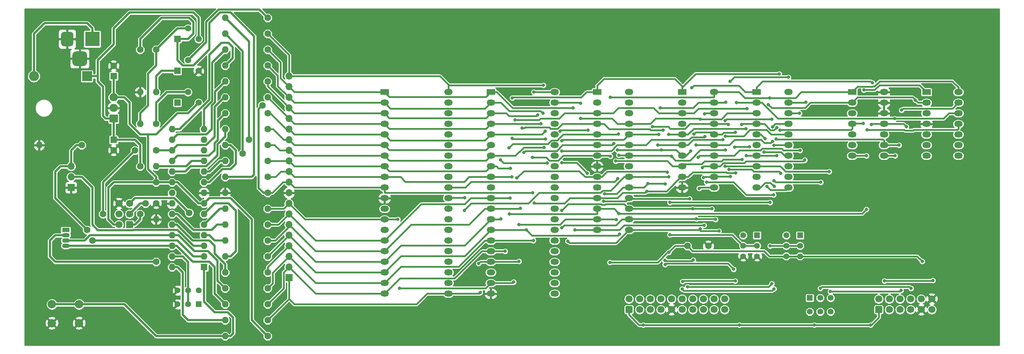
<source format=gtl>
G04 #@! TF.GenerationSoftware,KiCad,Pcbnew,(5.1.9)-1*
G04 #@! TF.CreationDate,2021-04-09T12:03:21+02:00*
G04 #@! TF.ProjectId,Yet Another AVR Fusebit Rescuer,59657420-416e-46f7-9468-657220415652,V1.1*
G04 #@! TF.SameCoordinates,Original*
G04 #@! TF.FileFunction,Copper,L1,Top*
G04 #@! TF.FilePolarity,Positive*
%FSLAX46Y46*%
G04 Gerber Fmt 4.6, Leading zero omitted, Abs format (unit mm)*
G04 Created by KiCad (PCBNEW (5.1.9)-1) date 2021-04-09 12:03:21*
%MOMM*%
%LPD*%
G01*
G04 APERTURE LIST*
G04 #@! TA.AperFunction,ComponentPad*
%ADD10O,2.000000X1.440000*%
G04 #@! TD*
G04 #@! TA.AperFunction,ComponentPad*
%ADD11R,2.000000X1.440000*%
G04 #@! TD*
G04 #@! TA.AperFunction,ComponentPad*
%ADD12C,1.700000*%
G04 #@! TD*
G04 #@! TA.AperFunction,ComponentPad*
%ADD13O,2.400000X2.400000*%
G04 #@! TD*
G04 #@! TA.AperFunction,ComponentPad*
%ADD14R,2.400000X2.400000*%
G04 #@! TD*
G04 #@! TA.AperFunction,ComponentPad*
%ADD15C,1.400000*%
G04 #@! TD*
G04 #@! TA.AperFunction,ComponentPad*
%ADD16R,1.400000X1.400000*%
G04 #@! TD*
G04 #@! TA.AperFunction,ComponentPad*
%ADD17O,1.700000X1.700000*%
G04 #@! TD*
G04 #@! TA.AperFunction,ComponentPad*
%ADD18R,1.700000X1.700000*%
G04 #@! TD*
G04 #@! TA.AperFunction,ComponentPad*
%ADD19O,1.600000X1.600000*%
G04 #@! TD*
G04 #@! TA.AperFunction,ComponentPad*
%ADD20C,1.600000*%
G04 #@! TD*
G04 #@! TA.AperFunction,ComponentPad*
%ADD21R,1.500000X1.500000*%
G04 #@! TD*
G04 #@! TA.AperFunction,ComponentPad*
%ADD22C,1.500000*%
G04 #@! TD*
G04 #@! TA.AperFunction,ComponentPad*
%ADD23O,1.800000X1.070000*%
G04 #@! TD*
G04 #@! TA.AperFunction,ComponentPad*
%ADD24R,1.800000X1.070000*%
G04 #@! TD*
G04 #@! TA.AperFunction,ComponentPad*
%ADD25C,2.000000*%
G04 #@! TD*
G04 #@! TA.AperFunction,ComponentPad*
%ADD26O,2.000000X1.905000*%
G04 #@! TD*
G04 #@! TA.AperFunction,ComponentPad*
%ADD27R,2.000000X1.905000*%
G04 #@! TD*
G04 #@! TA.AperFunction,ComponentPad*
%ADD28R,3.500000X3.500000*%
G04 #@! TD*
G04 #@! TA.AperFunction,ComponentPad*
%ADD29R,1.600000X1.600000*%
G04 #@! TD*
G04 #@! TA.AperFunction,ViaPad*
%ADD30C,0.800000*%
G04 #@! TD*
G04 #@! TA.AperFunction,ViaPad*
%ADD31C,1.600000*%
G04 #@! TD*
G04 #@! TA.AperFunction,Conductor*
%ADD32C,0.500000*%
G04 #@! TD*
G04 #@! TA.AperFunction,Conductor*
%ADD33C,0.420000*%
G04 #@! TD*
G04 #@! TA.AperFunction,Conductor*
%ADD34C,0.254000*%
G04 #@! TD*
G04 #@! TA.AperFunction,Conductor*
%ADD35C,0.100000*%
G04 #@! TD*
G04 APERTURE END LIST*
D10*
X179070000Y-102870000D03*
X171450000Y-102870000D03*
X179070000Y-100330000D03*
X171450000Y-100330000D03*
X179070000Y-97790000D03*
X171450000Y-97790000D03*
X179070000Y-95250000D03*
X171450000Y-95250000D03*
X179070000Y-92710000D03*
X171450000Y-92710000D03*
X179070000Y-90170000D03*
X171450000Y-90170000D03*
X179070000Y-87630000D03*
X171450000Y-87630000D03*
X179070000Y-85090000D03*
X171450000Y-85090000D03*
X179070000Y-82550000D03*
X171450000Y-82550000D03*
X179070000Y-80010000D03*
X171450000Y-80010000D03*
X179070000Y-77470000D03*
X171450000Y-77470000D03*
X179070000Y-74930000D03*
X171450000Y-74930000D03*
X179070000Y-72390000D03*
X171450000Y-72390000D03*
X179070000Y-69850000D03*
D11*
X171450000Y-69850000D03*
D12*
X57150000Y-96520000D03*
X57150000Y-99060000D03*
X57150000Y-101600000D03*
X59690000Y-96520000D03*
X59690000Y-99060000D03*
G04 #@! TA.AperFunction,ComponentPad*
G36*
G01*
X60540000Y-101000000D02*
X60540000Y-102200000D01*
G75*
G02*
X60290000Y-102450000I-250000J0D01*
G01*
X59090000Y-102450000D01*
G75*
G02*
X58840000Y-102200000I0J250000D01*
G01*
X58840000Y-101000000D01*
G75*
G02*
X59090000Y-100750000I250000J0D01*
G01*
X60290000Y-100750000D01*
G75*
G02*
X60540000Y-101000000I0J-250000D01*
G01*
G37*
G04 #@! TD.AperFunction*
D13*
X36830000Y-66040000D03*
D14*
X49530000Y-66040000D03*
D12*
X251460000Y-119380000D03*
X248920000Y-119380000D03*
X246380000Y-119380000D03*
X243840000Y-119380000D03*
X241300000Y-119380000D03*
X238760000Y-119380000D03*
X251460000Y-121920000D03*
X248920000Y-121920000D03*
X246380000Y-121920000D03*
X243840000Y-121920000D03*
X241300000Y-121920000D03*
G04 #@! TA.AperFunction,ComponentPad*
G36*
G01*
X239360000Y-122770000D02*
X238160000Y-122770000D01*
G75*
G02*
X237910000Y-122520000I0J250000D01*
G01*
X237910000Y-121320000D01*
G75*
G02*
X238160000Y-121070000I250000J0D01*
G01*
X239360000Y-121070000D01*
G75*
G02*
X239610000Y-121320000I0J-250000D01*
G01*
X239610000Y-122520000D01*
G75*
G02*
X239360000Y-122770000I-250000J0D01*
G01*
G37*
G04 #@! TD.AperFunction*
X201930000Y-119380000D03*
X199390000Y-119380000D03*
X196850000Y-119380000D03*
X194310000Y-119380000D03*
X191770000Y-119380000D03*
X189230000Y-119380000D03*
X186690000Y-119380000D03*
X184150000Y-119380000D03*
X181610000Y-119380000D03*
X179070000Y-119380000D03*
X201930000Y-121920000D03*
X199390000Y-121920000D03*
X196850000Y-121920000D03*
X194310000Y-121920000D03*
X191770000Y-121920000D03*
X189230000Y-121920000D03*
X186690000Y-121920000D03*
X184150000Y-121920000D03*
X181610000Y-121920000D03*
G04 #@! TA.AperFunction,ComponentPad*
G36*
G01*
X179670000Y-122770000D02*
X178470000Y-122770000D01*
G75*
G02*
X178220000Y-122520000I0J250000D01*
G01*
X178220000Y-121320000D01*
G75*
G02*
X178470000Y-121070000I250000J0D01*
G01*
X179670000Y-121070000D01*
G75*
G02*
X179920000Y-121320000I0J-250000D01*
G01*
X179920000Y-122520000D01*
G75*
G02*
X179670000Y-122770000I-250000J0D01*
G01*
G37*
G04 #@! TD.AperFunction*
D10*
X257810000Y-85090000D03*
X250190000Y-85090000D03*
X257810000Y-82550000D03*
X250190000Y-82550000D03*
X257810000Y-80010000D03*
X250190000Y-80010000D03*
X257810000Y-77470000D03*
X250190000Y-77470000D03*
X257810000Y-74930000D03*
X250190000Y-74930000D03*
X257810000Y-72390000D03*
X250190000Y-72390000D03*
X257810000Y-69850000D03*
D11*
X250190000Y-69850000D03*
D10*
X240030000Y-85090000D03*
X232410000Y-85090000D03*
X240030000Y-82550000D03*
X232410000Y-82550000D03*
X240030000Y-80010000D03*
X232410000Y-80010000D03*
X240030000Y-77470000D03*
X232410000Y-77470000D03*
X240030000Y-74930000D03*
X232410000Y-74930000D03*
X240030000Y-72390000D03*
X232410000Y-72390000D03*
X240030000Y-69850000D03*
D11*
X232410000Y-69850000D03*
D10*
X217170000Y-92710000D03*
X209550000Y-92710000D03*
X217170000Y-90170000D03*
X209550000Y-90170000D03*
X217170000Y-87630000D03*
X209550000Y-87630000D03*
X217170000Y-85090000D03*
X209550000Y-85090000D03*
X217170000Y-82550000D03*
X209550000Y-82550000D03*
X217170000Y-80010000D03*
X209550000Y-80010000D03*
X217170000Y-77470000D03*
X209550000Y-77470000D03*
X217170000Y-74930000D03*
X209550000Y-74930000D03*
X217170000Y-72390000D03*
X209550000Y-72390000D03*
X217170000Y-69850000D03*
D11*
X209550000Y-69850000D03*
D10*
X199390000Y-92710000D03*
X191770000Y-92710000D03*
X199390000Y-90170000D03*
X191770000Y-90170000D03*
X199390000Y-87630000D03*
X191770000Y-87630000D03*
X199390000Y-85090000D03*
X191770000Y-85090000D03*
X199390000Y-82550000D03*
X191770000Y-82550000D03*
X199390000Y-80010000D03*
X191770000Y-80010000D03*
X199390000Y-77470000D03*
X191770000Y-77470000D03*
X199390000Y-74930000D03*
X191770000Y-74930000D03*
X199390000Y-72390000D03*
X191770000Y-72390000D03*
X199390000Y-69850000D03*
D11*
X191770000Y-69850000D03*
D15*
X227290000Y-122426000D03*
X224790000Y-122426000D03*
X222290000Y-122426000D03*
X227290000Y-119126000D03*
X224790000Y-119126000D03*
D16*
X222290000Y-119126000D03*
D10*
X161290000Y-118110000D03*
X146050000Y-118110000D03*
X161290000Y-115570000D03*
X146050000Y-115570000D03*
X161290000Y-113030000D03*
X146050000Y-113030000D03*
X161290000Y-110490000D03*
X146050000Y-110490000D03*
X161290000Y-107950000D03*
X146050000Y-107950000D03*
X161290000Y-105410000D03*
X146050000Y-105410000D03*
X161290000Y-102870000D03*
X146050000Y-102870000D03*
X161290000Y-100330000D03*
X146050000Y-100330000D03*
X161290000Y-97790000D03*
X146050000Y-97790000D03*
X161290000Y-95250000D03*
X146050000Y-95250000D03*
X161290000Y-92710000D03*
X146050000Y-92710000D03*
X161290000Y-90170000D03*
X146050000Y-90170000D03*
X161290000Y-87630000D03*
X146050000Y-87630000D03*
X161290000Y-85090000D03*
X146050000Y-85090000D03*
X161290000Y-82550000D03*
X146050000Y-82550000D03*
X161290000Y-80010000D03*
X146050000Y-80010000D03*
X161290000Y-77470000D03*
X146050000Y-77470000D03*
X161290000Y-74930000D03*
X146050000Y-74930000D03*
X161290000Y-72390000D03*
X146050000Y-72390000D03*
X161290000Y-69850000D03*
D11*
X146050000Y-69850000D03*
D10*
X135890000Y-118110000D03*
X120650000Y-118110000D03*
X135890000Y-115570000D03*
X120650000Y-115570000D03*
X135890000Y-113030000D03*
X120650000Y-113030000D03*
X135890000Y-110490000D03*
X120650000Y-110490000D03*
X135890000Y-107950000D03*
X120650000Y-107950000D03*
X135890000Y-105410000D03*
X120650000Y-105410000D03*
X135890000Y-102870000D03*
X120650000Y-102870000D03*
X135890000Y-100330000D03*
X120650000Y-100330000D03*
X135890000Y-97790000D03*
X120650000Y-97790000D03*
X135890000Y-95250000D03*
X120650000Y-95250000D03*
X135890000Y-92710000D03*
X120650000Y-92710000D03*
X135890000Y-90170000D03*
X120650000Y-90170000D03*
X135890000Y-87630000D03*
X120650000Y-87630000D03*
X135890000Y-85090000D03*
X120650000Y-85090000D03*
X135890000Y-82550000D03*
X120650000Y-82550000D03*
X135890000Y-80010000D03*
X120650000Y-80010000D03*
X135890000Y-77470000D03*
X120650000Y-77470000D03*
X135890000Y-74930000D03*
X120650000Y-74930000D03*
X135890000Y-72390000D03*
X120650000Y-72390000D03*
X135890000Y-69850000D03*
D11*
X120650000Y-69850000D03*
D15*
X206377000Y-109140000D03*
X206377000Y-106640000D03*
X206377000Y-104140000D03*
X209677000Y-109140000D03*
X209677000Y-106640000D03*
D16*
X209677000Y-104140000D03*
D15*
X216664000Y-109140000D03*
X216664000Y-106640000D03*
X216664000Y-104140000D03*
X219964000Y-109140000D03*
X219964000Y-106640000D03*
D16*
X219964000Y-104140000D03*
D15*
X71200000Y-117350000D03*
X73700000Y-117350000D03*
X76200000Y-117350000D03*
X71200000Y-120650000D03*
X73700000Y-120650000D03*
D16*
X76200000Y-120650000D03*
D17*
X45720000Y-87630000D03*
X45720000Y-90170000D03*
D18*
X45720000Y-92710000D03*
D19*
X82550000Y-93980000D03*
D20*
X92710000Y-93980000D03*
D19*
X62230000Y-69850000D03*
D20*
X62230000Y-59690000D03*
D19*
X82550000Y-90170000D03*
D20*
X92710000Y-90170000D03*
D19*
X66040000Y-69850000D03*
D20*
X66040000Y-59690000D03*
D19*
X62230000Y-77470000D03*
D20*
X62230000Y-87630000D03*
D21*
X71120000Y-72390000D03*
D22*
X76200000Y-72390000D03*
X73660000Y-69850000D03*
D21*
X71120000Y-64770000D03*
D22*
X76200000Y-64770000D03*
X73660000Y-62230000D03*
D21*
X71120000Y-57150000D03*
D22*
X76200000Y-57150000D03*
X73660000Y-54610000D03*
D17*
X97790000Y-66040000D03*
X97790000Y-68580000D03*
X97790000Y-71120000D03*
X97790000Y-73660000D03*
X97790000Y-76200000D03*
X97790000Y-78740000D03*
X97790000Y-81280000D03*
X97790000Y-83820000D03*
X97790000Y-86360000D03*
X97790000Y-88900000D03*
X97790000Y-91440000D03*
X97790000Y-93980000D03*
X97790000Y-96520000D03*
X97790000Y-99060000D03*
X97790000Y-101600000D03*
X97790000Y-104140000D03*
X97790000Y-106680000D03*
X97790000Y-109220000D03*
X97790000Y-111760000D03*
D18*
X97790000Y-114300000D03*
D20*
X198040000Y-106680000D03*
X193040000Y-106680000D03*
D19*
X38100000Y-82550000D03*
D20*
X48260000Y-82550000D03*
D19*
X82550000Y-78740000D03*
D20*
X92710000Y-78740000D03*
D19*
X82550000Y-74930000D03*
D20*
X92710000Y-74930000D03*
D19*
X82550000Y-71120000D03*
D20*
X92710000Y-71120000D03*
D19*
X82550000Y-67310000D03*
D20*
X92710000Y-67310000D03*
D19*
X82550000Y-63500000D03*
D20*
X92710000Y-63500000D03*
D19*
X82550000Y-59690000D03*
D20*
X92710000Y-59690000D03*
D19*
X82550000Y-55880000D03*
D20*
X92710000Y-55880000D03*
D19*
X82550000Y-109220000D03*
D20*
X92710000Y-109220000D03*
D19*
X82550000Y-97790000D03*
D20*
X92710000Y-97790000D03*
D19*
X82550000Y-105410000D03*
D20*
X92710000Y-105410000D03*
D19*
X82550000Y-86360000D03*
D20*
X92710000Y-86360000D03*
D19*
X82550000Y-82550000D03*
D20*
X92710000Y-82550000D03*
D19*
X82550000Y-124460000D03*
D20*
X92710000Y-124460000D03*
D19*
X82550000Y-120650000D03*
D20*
X92710000Y-120650000D03*
D19*
X82550000Y-116840000D03*
D20*
X92710000Y-116840000D03*
D19*
X82550000Y-113030000D03*
D20*
X92710000Y-113030000D03*
D19*
X82550000Y-101600000D03*
D20*
X92710000Y-101600000D03*
D19*
X66040000Y-87630000D03*
D20*
X66040000Y-77470000D03*
D19*
X66040000Y-100330000D03*
D20*
X66040000Y-110490000D03*
D19*
X82550000Y-52070000D03*
D20*
X92710000Y-52070000D03*
D23*
X44450000Y-106680000D03*
X44450000Y-105410000D03*
X44450000Y-104140000D03*
D24*
X44450000Y-102870000D03*
D19*
X82550000Y-128270000D03*
D20*
X92710000Y-128270000D03*
D25*
X47625000Y-120650000D03*
X47625000Y-125150000D03*
X41125000Y-120650000D03*
X41125000Y-125150000D03*
D20*
X66040000Y-96440000D03*
X66040000Y-91440000D03*
D26*
X55880000Y-71120000D03*
X55880000Y-73660000D03*
D27*
X55880000Y-76200000D03*
G04 #@! TA.AperFunction,ComponentPad*
G36*
G01*
X46050000Y-62725000D02*
X46050000Y-60975000D01*
G75*
G02*
X46925000Y-60100000I875000J0D01*
G01*
X48675000Y-60100000D01*
G75*
G02*
X49550000Y-60975000I0J-875000D01*
G01*
X49550000Y-62725000D01*
G75*
G02*
X48675000Y-63600000I-875000J0D01*
G01*
X46925000Y-63600000D01*
G75*
G02*
X46050000Y-62725000I0J875000D01*
G01*
G37*
G04 #@! TD.AperFunction*
G04 #@! TA.AperFunction,ComponentPad*
G36*
G01*
X43300000Y-58150000D02*
X43300000Y-56150000D01*
G75*
G02*
X44050000Y-55400000I750000J0D01*
G01*
X45550000Y-55400000D01*
G75*
G02*
X46300000Y-56150000I0J-750000D01*
G01*
X46300000Y-58150000D01*
G75*
G02*
X45550000Y-58900000I-750000J0D01*
G01*
X44050000Y-58900000D01*
G75*
G02*
X43300000Y-58150000I0J750000D01*
G01*
G37*
G04 #@! TD.AperFunction*
D28*
X50800000Y-57150000D03*
D20*
X55880000Y-63540000D03*
D29*
X55880000Y-66040000D03*
D20*
X55880000Y-83780000D03*
D29*
X55880000Y-81280000D03*
D19*
X69850000Y-111760000D03*
X77470000Y-78740000D03*
X69850000Y-109220000D03*
X77470000Y-81280000D03*
X69850000Y-106680000D03*
X77470000Y-83820000D03*
X69850000Y-104140000D03*
X77470000Y-86360000D03*
X69850000Y-101600000D03*
X77470000Y-88900000D03*
X69850000Y-99060000D03*
X77470000Y-91440000D03*
X69850000Y-96520000D03*
X77470000Y-93980000D03*
X69850000Y-93980000D03*
X77470000Y-96520000D03*
X69850000Y-91440000D03*
X77470000Y-99060000D03*
X69850000Y-88900000D03*
X77470000Y-101600000D03*
X69850000Y-86360000D03*
X77470000Y-104140000D03*
X69850000Y-83820000D03*
X77470000Y-106680000D03*
X69850000Y-81280000D03*
X77470000Y-109220000D03*
X69850000Y-78740000D03*
D29*
X77470000Y-111760000D03*
D30*
X191643000Y-109474000D03*
X190881000Y-105283000D03*
X197993000Y-109601000D03*
X201041000Y-101219000D03*
X199263000Y-94615000D03*
X181356000Y-96520000D03*
X167259000Y-85979000D03*
X208661000Y-95377000D03*
X205994000Y-100838000D03*
X210439000Y-100965000D03*
X216408000Y-100838000D03*
X221361000Y-100965000D03*
X190373000Y-111887000D03*
X193040000Y-111887000D03*
X206375000Y-113792000D03*
X175006000Y-114427000D03*
X177927000Y-114300000D03*
X177800000Y-108077000D03*
X172974000Y-107569000D03*
X146812000Y-57912000D03*
X170561000Y-57658000D03*
X200660000Y-57785000D03*
X217551000Y-57658000D03*
X235458000Y-58039000D03*
X252095000Y-58420000D03*
X134747000Y-58547000D03*
X101854000Y-57150000D03*
X115951000Y-57531000D03*
X103378000Y-125349000D03*
X117094000Y-125222000D03*
X138557000Y-125730000D03*
X159004000Y-125730000D03*
X169672000Y-125857000D03*
X253111000Y-126238000D03*
X263906000Y-126873000D03*
X262255000Y-113538000D03*
X263398000Y-96139000D03*
X263652000Y-80772000D03*
X263017000Y-72898000D03*
X262636000Y-64135000D03*
X227330000Y-63373000D03*
X179832000Y-62611000D03*
X108077000Y-62103000D03*
X133731000Y-95250000D03*
X85979000Y-119761000D03*
X90932000Y-118999000D03*
X81280000Y-126365000D03*
X49657000Y-99568000D03*
X48006000Y-94615000D03*
X38862000Y-98298000D03*
X38354000Y-109093000D03*
X48768000Y-85344000D03*
X41783000Y-85471000D03*
X39878000Y-77470000D03*
X40132000Y-70358000D03*
X58166000Y-69469000D03*
X58039000Y-75565000D03*
X59436000Y-87757000D03*
X58547000Y-93980000D03*
X73660000Y-91186000D03*
X75946000Y-76581000D03*
X68199000Y-73914000D03*
X68580000Y-67691000D03*
X59309000Y-56642000D03*
X65913000Y-56007000D03*
X54483000Y-52070000D03*
X40132000Y-55753000D03*
X36703000Y-51435000D03*
X54102000Y-57277000D03*
X61976000Y-64516000D03*
X76327000Y-68072000D03*
X88011000Y-94107000D03*
X85217000Y-75057000D03*
X85344000Y-67056000D03*
X88519000Y-52197000D03*
X66294000Y-125730000D03*
X63119000Y-127508000D03*
X39116000Y-116078000D03*
X38608000Y-123571000D03*
X49403000Y-123444000D03*
X50165000Y-116713000D03*
X57150000Y-113157000D03*
X160655000Y-58039000D03*
X137795000Y-115443000D03*
X137668000Y-112649000D03*
X222758000Y-74422000D03*
X219456000Y-90170000D03*
X219583000Y-87630000D03*
X219202000Y-84963000D03*
X219075000Y-82423000D03*
D31*
X73950001Y-98769999D03*
X88219979Y-81280000D03*
X86741000Y-84582000D03*
X66040000Y-83820000D03*
X53340000Y-99060000D03*
X60960000Y-83820000D03*
X62230000Y-99060000D03*
X63500000Y-96520012D03*
X50800000Y-105410000D03*
X49530000Y-102870000D03*
D30*
X240155736Y-115062000D03*
X251714000Y-114935000D03*
X152798620Y-110363000D03*
X152798620Y-101600000D03*
X182499000Y-125603000D03*
X205486000Y-125603000D03*
X223393000Y-125603000D03*
X236855000Y-125603000D03*
X143510000Y-117856000D03*
X143129000Y-110871000D03*
X176100990Y-100405650D03*
X197104000Y-75057000D03*
X158798010Y-83122001D03*
X197231000Y-80469990D03*
X213233000Y-115697000D03*
X193040000Y-116459000D03*
X213632999Y-94469001D03*
X197611997Y-91440003D03*
X163019990Y-83947000D03*
X186563000Y-73660000D03*
X186182000Y-80010000D03*
X159130998Y-81101698D03*
X151130000Y-80899000D03*
X213741000Y-116967000D03*
X191770000Y-116967000D03*
X202184000Y-72263000D03*
X213233000Y-76327000D03*
X202057000Y-76659990D03*
X212027001Y-92403654D03*
X150758428Y-88059902D03*
X163019990Y-81534000D03*
X227203000Y-117602000D03*
X244094000Y-117348000D03*
X153543000Y-78437990D03*
X187198002Y-78915010D03*
X185928000Y-82550000D03*
X226949000Y-88900000D03*
X202056992Y-87630000D03*
X201515979Y-81280000D03*
X153113990Y-97662999D03*
X123824998Y-100330002D03*
X124206000Y-116840000D03*
X151511000Y-115316000D03*
X188214000Y-89027000D03*
X188595000Y-80010000D03*
X246507000Y-116840000D03*
X224790000Y-116840000D03*
X207136998Y-85090000D03*
X224917000Y-91440000D03*
X207010000Y-78613000D03*
X213774021Y-91059000D03*
X214376000Y-85011010D03*
X152273000Y-90424000D03*
X236982000Y-77597000D03*
X237263585Y-67649113D03*
X148462998Y-100203000D03*
X176276000Y-83693000D03*
X176530000Y-79883000D03*
X194056000Y-68834000D03*
X186817000Y-83693000D03*
X193869057Y-83960783D03*
X150443956Y-83185000D03*
X245364000Y-78105000D03*
X158623000Y-68199000D03*
X167513000Y-76200000D03*
X196088001Y-76327001D03*
X167513008Y-72517000D03*
X195840986Y-92890144D03*
X165735004Y-73660000D03*
X203327000Y-90043000D03*
X203200000Y-67310000D03*
X217170000Y-66294000D03*
X166164010Y-102870000D03*
X197025010Y-101727000D03*
X196928990Y-90299981D03*
X221107000Y-86106000D03*
X221361000Y-72263000D03*
X158496000Y-74930000D03*
X196632563Y-87890349D03*
X200581010Y-103124000D03*
X196088000Y-102616000D03*
X164465000Y-105537000D03*
X219964000Y-83820000D03*
X219836998Y-74930002D03*
X157226000Y-75311002D03*
X195199000Y-100203000D03*
X199770998Y-100329998D03*
X195580000Y-85471000D03*
X163019990Y-102362000D03*
X158036010Y-77470000D03*
X195072000Y-82550000D03*
X198882000Y-97790000D03*
X194309999Y-97790001D03*
X213408010Y-78155955D03*
X213402692Y-81626671D03*
X163019990Y-98171008D03*
X172974000Y-96012000D03*
X169291000Y-78994000D03*
X162602707Y-79180783D03*
X159003998Y-79247998D03*
X193548002Y-95377000D03*
X194612538Y-79849979D03*
X211328000Y-84201000D03*
X207899000Y-82931000D03*
X204343000Y-83058000D03*
X204470000Y-79502000D03*
X173228000Y-94234000D03*
X159512000Y-86868000D03*
X184658000Y-78105000D03*
X183614026Y-91719446D03*
X187706004Y-91821000D03*
X202819000Y-77597000D03*
X202946000Y-88392000D03*
X215380054Y-89271524D03*
X148336000Y-86106000D03*
X163019990Y-86741000D03*
X169085010Y-89281000D03*
X187628739Y-110127977D03*
X194437000Y-110060990D03*
D31*
X91437207Y-73025000D03*
D30*
X156337000Y-69850000D03*
X212725000Y-71247000D03*
X174625000Y-85217000D03*
X174625000Y-71120000D03*
X249174000Y-110363000D03*
X155956000Y-85471000D03*
X156083000Y-93980001D03*
X211588219Y-80989407D03*
X174498000Y-110617000D03*
X188595000Y-108204000D03*
X235204000Y-69342000D03*
X235077000Y-77343000D03*
X151194764Y-71247000D03*
X215010998Y-65483990D03*
X204470000Y-115062000D03*
X191897000Y-115189000D03*
X215171713Y-78952293D03*
X213789010Y-92450980D03*
X151051010Y-90170000D03*
X139700000Y-98171000D03*
X139827000Y-95123000D03*
X188595000Y-90170000D03*
X188849000Y-96266000D03*
X212803990Y-106680000D03*
X212803990Y-96266010D03*
X213746847Y-82565597D03*
X176657000Y-84963000D03*
X189230000Y-85217000D03*
X202135990Y-80391000D03*
X202102978Y-83693000D03*
X188849000Y-104013000D03*
X176399588Y-90551884D03*
X207264000Y-73787000D03*
X247523000Y-71755000D03*
X212408765Y-72833237D03*
X151843988Y-76502010D03*
X204089000Y-112268000D03*
X150622000Y-95250000D03*
X187706000Y-111125000D03*
X243634010Y-82548736D03*
X244221000Y-74168000D03*
X154558998Y-102870000D03*
X175895000Y-86360000D03*
X175435010Y-82169000D03*
X205993998Y-77597000D03*
X206121000Y-86009988D03*
X214393823Y-78323872D03*
X214259384Y-81110819D03*
X153924000Y-84328000D03*
X176846236Y-103821236D03*
X242697000Y-85090000D03*
X204724000Y-72390000D03*
X156415990Y-96379992D03*
X183339990Y-93571131D03*
X204609995Y-89202010D03*
X242570000Y-76200000D03*
X156210000Y-105410000D03*
X235838999Y-85090001D03*
X235966000Y-78867000D03*
X149478999Y-107950000D03*
X235838999Y-97917000D03*
X150495000Y-99060000D03*
X176657000Y-98933000D03*
D32*
X55880000Y-71120000D02*
X55880000Y-66040000D01*
X76200000Y-96520000D02*
X77470000Y-96520000D01*
X71120000Y-91440000D02*
X76200000Y-96520000D01*
X69850000Y-91440000D02*
X71120000Y-91440000D01*
X66040000Y-91440000D02*
X69850000Y-91440000D01*
X66040000Y-91440000D02*
X55880000Y-91440000D01*
X55880000Y-91440000D02*
X54610000Y-92710000D01*
X54610000Y-92710000D02*
X54610000Y-100330000D01*
X54610000Y-100330000D02*
X55880000Y-101600000D01*
X55880000Y-101600000D02*
X57150000Y-101600000D01*
X73660000Y-74930000D02*
X76200000Y-72390000D01*
X71120000Y-74930000D02*
X73660000Y-74930000D01*
X66040000Y-80010000D02*
X71120000Y-74930000D01*
X64135000Y-80010000D02*
X66040000Y-80010000D01*
X64135000Y-88265000D02*
X64135000Y-80010000D01*
X66040000Y-90170000D02*
X64135000Y-88265000D01*
X66040000Y-91440000D02*
X66040000Y-90170000D01*
X62230000Y-80010000D02*
X64135000Y-80010000D01*
X59690000Y-77470000D02*
X62230000Y-80010000D01*
X59690000Y-72390000D02*
X59690000Y-77470000D01*
X58420000Y-71120000D02*
X59690000Y-72390000D01*
X55880000Y-71120000D02*
X58420000Y-71120000D01*
X91910001Y-127470001D02*
X92710000Y-128270000D01*
X88900000Y-124460000D02*
X91910001Y-127470001D01*
X88900000Y-100320034D02*
X88900000Y-124460000D01*
X83829966Y-95250000D02*
X88900000Y-100320034D01*
X78740000Y-95250000D02*
X83829966Y-95250000D01*
X77470000Y-96520000D02*
X78740000Y-95250000D01*
X41125000Y-120650000D02*
X47625000Y-120650000D01*
X47625000Y-120650000D02*
X58420000Y-120650000D01*
X66040000Y-128270000D02*
X82550000Y-128270000D01*
X58420000Y-120650000D02*
X66040000Y-128270000D01*
X77470000Y-120015000D02*
X77470000Y-111760000D01*
X83185000Y-122555000D02*
X80010000Y-122555000D01*
X80010000Y-122555000D02*
X77470000Y-120015000D01*
X84455000Y-123825000D02*
X83185000Y-122555000D01*
X84455000Y-127635000D02*
X84455000Y-123825000D01*
X83820000Y-128270000D02*
X84455000Y-127635000D01*
X82550000Y-128270000D02*
X83820000Y-128270000D01*
X61020001Y-95189999D02*
X69209997Y-95189999D01*
X59690000Y-96520000D02*
X61020001Y-95189999D01*
X69209997Y-95189999D02*
X69269998Y-95250000D01*
X69269998Y-95250000D02*
X70430002Y-95250000D01*
X70430002Y-95250000D02*
X73950001Y-98769999D01*
X36830000Y-66040000D02*
X36830000Y-55880000D01*
X36830000Y-55880000D02*
X39370000Y-53340000D01*
X39370000Y-53340000D02*
X49530000Y-53340000D01*
X49530000Y-53340000D02*
X50800000Y-54610000D01*
X50800000Y-54610000D02*
X50800000Y-57150000D01*
X55880000Y-81280000D02*
X55880000Y-76200000D01*
X52070000Y-66040000D02*
X49530000Y-66040000D01*
X62230000Y-87630000D02*
X62230000Y-82550000D01*
X62230000Y-82550000D02*
X60960000Y-81280000D01*
X60960000Y-81280000D02*
X55880000Y-81280000D01*
X52070000Y-62230000D02*
X52070000Y-66040000D01*
X55880000Y-58420000D02*
X52070000Y-62230000D01*
X59690000Y-50800000D02*
X55880000Y-54610000D01*
X55880000Y-54610000D02*
X55880000Y-58420000D01*
X74930000Y-50800000D02*
X59690000Y-50800000D01*
X76200000Y-52070000D02*
X74930000Y-50800000D01*
X76200000Y-57150000D02*
X76200000Y-52070000D01*
X52070000Y-67310000D02*
X52070000Y-66040000D01*
X53340000Y-68580000D02*
X52070000Y-67310000D01*
X53340000Y-75565000D02*
X53340000Y-68580000D01*
X53975000Y-76200000D02*
X53340000Y-75565000D01*
X55880000Y-76200000D02*
X53975000Y-76200000D01*
X44450000Y-106680000D02*
X69850000Y-106680000D01*
X74791370Y-110490000D02*
X70981370Y-106680000D01*
X82550000Y-120650000D02*
X80010000Y-118110000D01*
X80010000Y-118110000D02*
X80010000Y-111760000D01*
X80010000Y-111760000D02*
X78740000Y-110490000D01*
X78740000Y-110490000D02*
X74791370Y-110490000D01*
X70981370Y-106680000D02*
X69850000Y-106680000D01*
X75210036Y-107950000D02*
X78459965Y-107950000D01*
X80710011Y-115000011D02*
X82550000Y-116840000D01*
X80710011Y-110200046D02*
X80710011Y-115000011D01*
X78459965Y-107950000D02*
X80710011Y-110200046D01*
X71400036Y-104140000D02*
X75210036Y-107950000D01*
X69850000Y-104140000D02*
X71400036Y-104140000D01*
X44450000Y-105410000D02*
X48949996Y-105410000D01*
X48949996Y-105410000D02*
X50219996Y-104140000D01*
X50219996Y-104140000D02*
X69850000Y-104140000D01*
X41910000Y-104140000D02*
X44450000Y-104140000D01*
X40640000Y-105410000D02*
X41910000Y-104140000D01*
X40640000Y-109220000D02*
X40640000Y-105410000D01*
X41910000Y-110490000D02*
X40640000Y-109220000D01*
X66040000Y-110490000D02*
X41910000Y-110490000D01*
X88219979Y-57739979D02*
X88219979Y-81280000D01*
X82550000Y-52070000D02*
X88219979Y-57739979D01*
X77470000Y-86360000D02*
X74575036Y-86360000D01*
X74575036Y-86360000D02*
X73305036Y-87630000D01*
X73305036Y-87630000D02*
X66040000Y-87630000D01*
X80645000Y-101600000D02*
X82550000Y-101600000D01*
X79375000Y-102870000D02*
X80645000Y-101600000D01*
X74930000Y-102870000D02*
X79375000Y-102870000D01*
X71120000Y-99060000D02*
X74930000Y-102870000D01*
X69850000Y-99060000D02*
X71120000Y-99060000D01*
X74791370Y-105410000D02*
X70981370Y-101600000D01*
X80010000Y-108510070D02*
X80010000Y-106680000D01*
X82550000Y-111050070D02*
X80010000Y-108510070D01*
X70981370Y-101600000D02*
X69850000Y-101600000D01*
X82550000Y-113030000D02*
X82550000Y-111050070D01*
X80010000Y-106680000D02*
X78740000Y-105410000D01*
X78740000Y-105410000D02*
X74791370Y-105410000D01*
X72390000Y-113030000D02*
X71120000Y-111760000D01*
X72390000Y-123190000D02*
X72390000Y-113030000D01*
X71120000Y-111760000D02*
X69850000Y-111760000D01*
X73660000Y-124460000D02*
X72390000Y-123190000D01*
X82550000Y-124460000D02*
X73660000Y-124460000D01*
X83820000Y-82550000D02*
X82550000Y-82550000D01*
X85090000Y-83820000D02*
X83820000Y-82550000D01*
X85090000Y-86995000D02*
X85090000Y-83820000D01*
X83820000Y-88265000D02*
X85090000Y-86995000D01*
X81915000Y-88265000D02*
X83820000Y-88265000D01*
X78740000Y-91440000D02*
X81915000Y-88265000D01*
X77470000Y-91440000D02*
X78740000Y-91440000D01*
X81280000Y-86360000D02*
X82550000Y-86360000D01*
X78740000Y-88900000D02*
X81280000Y-86360000D01*
X77470000Y-88900000D02*
X78740000Y-88900000D01*
X77470000Y-104140000D02*
X78740000Y-104140000D01*
X80010000Y-105410000D02*
X82550000Y-105410000D01*
X78740000Y-104140000D02*
X80010000Y-105410000D01*
X81280000Y-97790000D02*
X82550000Y-97790000D01*
X77470000Y-101600000D02*
X81280000Y-97790000D01*
X80010000Y-96520000D02*
X77470000Y-99060000D01*
X83330000Y-96520000D02*
X80010000Y-96520000D01*
X85090000Y-98280000D02*
X83330000Y-96520000D01*
X85090000Y-107950000D02*
X85090000Y-98280000D01*
X83820000Y-109220000D02*
X85090000Y-107950000D01*
X82550000Y-109220000D02*
X83820000Y-109220000D01*
X82550000Y-55880000D02*
X86741000Y-60071000D01*
X86741000Y-60071000D02*
X86741000Y-84582000D01*
X77470000Y-73966072D02*
X79440011Y-71996061D01*
X79440011Y-71996061D02*
X79440011Y-62799989D01*
X81750001Y-60489999D02*
X82550000Y-59690000D01*
X77470000Y-78740000D02*
X77470000Y-73966072D01*
X79440011Y-62799989D02*
X81750001Y-60489999D01*
X78740000Y-60960000D02*
X81661000Y-58039000D01*
X84328000Y-61722000D02*
X82550000Y-63500000D01*
X84328000Y-59055000D02*
X84328000Y-61722000D01*
X83312000Y-58039000D02*
X84328000Y-59055000D01*
X81661000Y-58039000D02*
X83312000Y-58039000D01*
X78740000Y-71706105D02*
X78740000Y-60960000D01*
X71706105Y-78740000D02*
X78740000Y-71706105D01*
X69850000Y-78740000D02*
X71706105Y-78740000D01*
X71120000Y-80010000D02*
X78105000Y-80010000D01*
X78105000Y-80010000D02*
X79375000Y-78740000D01*
X80140022Y-72286014D02*
X80140022Y-69719978D01*
X79375000Y-78740000D02*
X79375000Y-73051035D01*
X79375000Y-73051035D02*
X80140022Y-72286014D01*
X80140022Y-69719978D02*
X82550000Y-67310000D01*
X69850000Y-81280000D02*
X71120000Y-80010000D01*
X69850000Y-83820000D02*
X66040000Y-83820000D01*
X53340000Y-91440000D02*
X60960000Y-83820000D01*
X53340000Y-99060000D02*
X53340000Y-91440000D01*
X82296000Y-71120000D02*
X82550000Y-71120000D01*
X80075011Y-73340989D02*
X82296000Y-71120000D01*
X80075011Y-80524991D02*
X80075011Y-73340989D01*
X78050002Y-82550000D02*
X80075011Y-80524991D01*
X71120000Y-82550000D02*
X78050002Y-82550000D01*
X69850000Y-83820000D02*
X71120000Y-82550000D01*
X80775022Y-76704978D02*
X82550000Y-74930000D01*
X69850000Y-86360000D02*
X71120000Y-85090000D01*
X71120000Y-85090000D02*
X78712501Y-85090000D01*
X80010000Y-82064983D02*
X80775022Y-81299961D01*
X78712501Y-85090000D02*
X80010000Y-83792501D01*
X80010000Y-83792501D02*
X80010000Y-82064983D01*
X80775022Y-81299961D02*
X80775022Y-76704978D01*
X60960000Y-101600000D02*
X62230000Y-100330000D01*
X59690000Y-101600000D02*
X60960000Y-101600000D01*
X62230000Y-100330000D02*
X62230000Y-99060000D01*
X82550000Y-80514947D02*
X82550000Y-78740000D01*
X80710011Y-84969991D02*
X80710011Y-82354936D01*
X78050002Y-87630000D02*
X80710011Y-84969991D01*
X80710011Y-82354936D02*
X82550000Y-80514947D01*
X74295000Y-87630000D02*
X78050002Y-87630000D01*
X73025000Y-88900000D02*
X74295000Y-87630000D01*
X69850000Y-88900000D02*
X73025000Y-88900000D01*
X59690000Y-99060000D02*
X62229988Y-96520012D01*
X62229988Y-96520012D02*
X63500000Y-96520012D01*
X46990000Y-82550000D02*
X48260000Y-82550000D01*
X45720000Y-83820000D02*
X46990000Y-82550000D01*
X45720000Y-87630000D02*
X45720000Y-83820000D01*
X77470000Y-109220000D02*
X74930000Y-109220000D01*
X71120000Y-105410000D02*
X50800000Y-105410000D01*
X74930000Y-109220000D02*
X71120000Y-105410000D01*
X49530000Y-102870000D02*
X41910000Y-95250000D01*
X41910000Y-95250000D02*
X41910000Y-88900000D01*
X43180000Y-87630000D02*
X45720000Y-87630000D01*
X41910000Y-88900000D02*
X43180000Y-87630000D01*
X73700000Y-120650000D02*
X73700000Y-117350000D01*
X73700000Y-110530000D02*
X73700000Y-117350000D01*
X72390000Y-109220000D02*
X73700000Y-110530000D01*
X69850000Y-109220000D02*
X72390000Y-109220000D01*
X77470000Y-106680000D02*
X74930000Y-106680000D01*
X60579956Y-102900010D02*
X52100010Y-102900010D01*
X60609966Y-102870000D02*
X60579956Y-102900010D01*
X71120000Y-102870000D02*
X60609966Y-102870000D01*
X74930000Y-106680000D02*
X71120000Y-102870000D01*
X52100010Y-102900010D02*
X50800000Y-101600000D01*
X50800000Y-101600000D02*
X50800000Y-92710000D01*
X48260000Y-90170000D02*
X45720000Y-90170000D01*
X50800000Y-92710000D02*
X48260000Y-90170000D01*
X78039989Y-53050046D02*
X80990046Y-50099989D01*
X73660000Y-62230000D02*
X78039989Y-57850011D01*
X80990046Y-50099989D02*
X90739989Y-50099989D01*
X78039989Y-57850011D02*
X78039989Y-53050046D01*
X90739989Y-50099989D02*
X92710000Y-52070000D01*
X66040000Y-77470000D02*
X66040000Y-72390000D01*
X66040000Y-72390000D02*
X68580000Y-69850000D01*
X68580000Y-69850000D02*
X73660000Y-69850000D01*
D33*
X97790000Y-119380000D02*
X97790000Y-114300000D01*
X92710000Y-124460000D02*
X97790000Y-119380000D01*
X99060000Y-120650000D02*
X97790000Y-119380000D01*
X128270000Y-120650000D02*
X99060000Y-120650000D01*
X130810000Y-118110000D02*
X128270000Y-120650000D01*
X135890000Y-118110000D02*
X130810000Y-118110000D01*
X240155736Y-115062000D02*
X251587000Y-115062000D01*
X251587000Y-115062000D02*
X251714000Y-114935000D01*
X146050000Y-110490000D02*
X152671620Y-110490000D01*
X152671620Y-110490000D02*
X152798620Y-110363000D01*
X179070000Y-123190000D02*
X179070000Y-121920000D01*
X181483000Y-125603000D02*
X179070000Y-123190000D01*
X236982000Y-125603000D02*
X236855000Y-125603000D01*
X238760000Y-123825000D02*
X236982000Y-125603000D01*
X238760000Y-121920000D02*
X238760000Y-123825000D01*
X171450000Y-100330000D02*
X163853188Y-100330000D01*
X162583188Y-101600000D02*
X152798620Y-101600000D01*
X163853188Y-100330000D02*
X162583188Y-101600000D01*
X182499000Y-125603000D02*
X181483000Y-125603000D01*
X205486000Y-125603000D02*
X182499000Y-125603000D01*
X223393000Y-125603000D02*
X205486000Y-125603000D01*
X236855000Y-125603000D02*
X223393000Y-125603000D01*
X135890000Y-118110000D02*
X143256000Y-118110000D01*
X143256000Y-118110000D02*
X143510000Y-117856000D01*
X146050000Y-110490000D02*
X143510000Y-110490000D01*
X143510000Y-110490000D02*
X143129000Y-110871000D01*
X171450000Y-100330000D02*
X176025340Y-100330000D01*
X176025340Y-100330000D02*
X176100990Y-100405650D01*
X92710000Y-82550000D02*
X94361000Y-82550000D01*
X95631000Y-83820000D02*
X97790000Y-83820000D01*
X94361000Y-82550000D02*
X95631000Y-83820000D01*
X99060000Y-85090000D02*
X97790000Y-83820000D01*
X120650000Y-85090000D02*
X99060000Y-85090000D01*
X144919990Y-86220010D02*
X146050000Y-85090000D01*
X121780010Y-86220010D02*
X144919990Y-86220010D01*
X120650000Y-85090000D02*
X121780010Y-86220010D01*
X197231000Y-74930000D02*
X197104000Y-75057000D01*
X199390000Y-74930000D02*
X197231000Y-74930000D01*
X213233000Y-115697000D02*
X212471000Y-116459000D01*
X212471000Y-116459000D02*
X193040000Y-116459000D01*
X204089003Y-91440003D02*
X197611997Y-91440003D01*
X213632999Y-94469001D02*
X207118001Y-94469001D01*
X207118001Y-94469001D02*
X204089003Y-91440003D01*
X151963196Y-85090000D02*
X153931195Y-83122001D01*
X153931195Y-83122001D02*
X158798010Y-83122001D01*
X146050000Y-85090000D02*
X151963196Y-85090000D01*
X184404000Y-81280000D02*
X183134000Y-82550000D01*
X181610000Y-82550000D02*
X179070000Y-82550000D01*
X194053184Y-80659989D02*
X193433173Y-81280000D01*
X183134000Y-82550000D02*
X181610000Y-82550000D01*
X197041001Y-80659989D02*
X194053184Y-80659989D01*
X193433173Y-81280000D02*
X184404000Y-81280000D01*
X197231000Y-80469990D02*
X197041001Y-80659989D01*
X176245011Y-82550000D02*
X179070000Y-82550000D01*
X174848011Y-83947000D02*
X176245011Y-82550000D01*
X163019990Y-83947000D02*
X174848011Y-83947000D01*
X92710000Y-86360000D02*
X97790000Y-86360000D01*
X99060000Y-87630000D02*
X97790000Y-86360000D01*
X120650000Y-87630000D02*
X99060000Y-87630000D01*
X144919990Y-88760010D02*
X146050000Y-87630000D01*
X121780010Y-88760010D02*
X144919990Y-88760010D01*
X120650000Y-87630000D02*
X121780010Y-88760010D01*
X194437000Y-73660000D02*
X186563000Y-73660000D01*
X199390000Y-72390000D02*
X195707000Y-72390000D01*
X195707000Y-72390000D02*
X194437000Y-73660000D01*
X151332698Y-81101698D02*
X151130000Y-80899000D01*
X159130998Y-81101698D02*
X151332698Y-81101698D01*
X213741000Y-116967000D02*
X213341001Y-117366999D01*
X192169999Y-117366999D02*
X191770000Y-116967000D01*
X213341001Y-117366999D02*
X192169999Y-117366999D01*
X202057000Y-72390000D02*
X202184000Y-72263000D01*
X199390000Y-72390000D02*
X202057000Y-72390000D01*
X202389990Y-76327000D02*
X202057000Y-76659990D01*
X213233000Y-76327000D02*
X202389990Y-76327000D01*
X217170000Y-92710000D02*
X216613998Y-93266002D01*
X212889349Y-93266002D02*
X212027001Y-92403654D01*
X216613998Y-93266002D02*
X212889349Y-93266002D01*
X147899902Y-88059902D02*
X150758428Y-88059902D01*
X147470000Y-87630000D02*
X147899902Y-88059902D01*
X146050000Y-87630000D02*
X147470000Y-87630000D01*
X186182000Y-80010000D02*
X181483000Y-80010000D01*
X181483000Y-80010000D02*
X179070000Y-80010000D01*
X177818999Y-81261001D02*
X163292989Y-81261001D01*
X163292989Y-81261001D02*
X163019990Y-81534000D01*
X179070000Y-80010000D02*
X177818999Y-81261001D01*
X92710000Y-105410000D02*
X94488000Y-105410000D01*
X97790000Y-102108000D02*
X97790000Y-101600000D01*
X94488000Y-105410000D02*
X97790000Y-102108000D01*
X104140000Y-107950000D02*
X97790000Y-101600000D01*
X120650000Y-107950000D02*
X104140000Y-107950000D01*
X120650000Y-107950000D02*
X127029978Y-101570022D01*
X127029978Y-101570022D02*
X140849978Y-101570022D01*
X140849978Y-101570022D02*
X144630000Y-97790000D01*
X144630000Y-97790000D02*
X146050000Y-97790000D01*
X227203000Y-117602000D02*
X243840000Y-117602000D01*
X243840000Y-117602000D02*
X244094000Y-117348000D01*
X154108685Y-78437990D02*
X153543000Y-78437990D01*
X154235676Y-78310999D02*
X154108685Y-78437990D01*
X160027801Y-78310999D02*
X154235676Y-78310999D01*
X160316812Y-78600010D02*
X160027801Y-78310999D01*
X162038065Y-78600010D02*
X160316812Y-78600010D01*
X163168075Y-77470000D02*
X162038065Y-78600010D01*
X171450000Y-77470000D02*
X163168075Y-77470000D01*
X191770000Y-82550000D02*
X185928000Y-82550000D01*
X202104993Y-87581999D02*
X202056992Y-87630000D01*
X193190000Y-82550000D02*
X194460000Y-81280000D01*
X203334801Y-87581999D02*
X202104993Y-87581999D01*
X194460000Y-81280000D02*
X201515979Y-81280000D01*
X191770000Y-82550000D02*
X193190000Y-82550000D01*
X209550000Y-87630000D02*
X203382802Y-87630000D01*
X203382802Y-87630000D02*
X203334801Y-87581999D01*
X215291925Y-87630000D02*
X216561925Y-88900000D01*
X216561925Y-88900000D02*
X226383315Y-88900000D01*
X226383315Y-88900000D02*
X226949000Y-88900000D01*
X209550000Y-87630000D02*
X215291925Y-87630000D01*
X152986989Y-97790000D02*
X153113990Y-97662999D01*
X146050000Y-97790000D02*
X152986989Y-97790000D01*
X184269206Y-78915010D02*
X187198002Y-78915010D01*
X184094196Y-78740000D02*
X184269206Y-78915010D01*
X174371000Y-78740000D02*
X184094196Y-78740000D01*
X173101000Y-77470000D02*
X174371000Y-78740000D01*
X171450000Y-77470000D02*
X173101000Y-77470000D01*
X96520000Y-97790000D02*
X97790000Y-96520000D01*
X92710000Y-97790000D02*
X96520000Y-97790000D01*
X101600000Y-100330000D02*
X97790000Y-96520000D01*
X120650000Y-100330000D02*
X101600000Y-100330000D01*
X120650000Y-100330000D02*
X123824996Y-100330000D01*
X123824996Y-100330000D02*
X123824998Y-100330002D01*
X144780000Y-116840000D02*
X124206000Y-116840000D01*
X146050000Y-115570000D02*
X144780000Y-116840000D01*
X146050000Y-115570000D02*
X151257000Y-115570000D01*
X151257000Y-115570000D02*
X151511000Y-115316000D01*
X191770000Y-80010000D02*
X188595000Y-80010000D01*
X225189999Y-116440001D02*
X224790000Y-116840000D01*
X246507000Y-116840000D02*
X246107001Y-116440001D01*
X246107001Y-116440001D02*
X225189999Y-116440001D01*
X207136998Y-85090000D02*
X209550000Y-85090000D01*
X191770000Y-80010000D02*
X193190000Y-80010000D01*
X193190000Y-80010000D02*
X194587000Y-78613000D01*
X194587000Y-78613000D02*
X207010000Y-78613000D01*
X214155021Y-91440000D02*
X213774021Y-91059000D01*
X224917000Y-91440000D02*
X214155021Y-91440000D01*
X209550000Y-85090000D02*
X214297010Y-85090000D01*
X214297010Y-85090000D02*
X214376000Y-85011010D01*
X167203198Y-88773000D02*
X153924000Y-88773000D01*
X171450000Y-90170000D02*
X168600198Y-90170000D01*
X168600198Y-90170000D02*
X167203198Y-88773000D01*
X153924000Y-88773000D02*
X152273000Y-90424000D01*
X188087000Y-88900000D02*
X188214000Y-89027000D01*
X172593000Y-90170000D02*
X173863000Y-88900000D01*
X173863000Y-88900000D02*
X188087000Y-88900000D01*
X171450000Y-90170000D02*
X172593000Y-90170000D01*
X92710000Y-109220000D02*
X97790000Y-104140000D01*
X104140000Y-110490000D02*
X97790000Y-104140000D01*
X120650000Y-110490000D02*
X104140000Y-110490000D01*
X139839990Y-106540010D02*
X146050000Y-100330000D01*
X124599990Y-106540010D02*
X139839990Y-106540010D01*
X120650000Y-110490000D02*
X124599990Y-106540010D01*
X240030000Y-77470000D02*
X237109000Y-77470000D01*
X237109000Y-77470000D02*
X236982000Y-77597000D01*
X211010886Y-67249114D02*
X236863586Y-67249114D01*
X209550000Y-68710000D02*
X211010886Y-67249114D01*
X236863586Y-67249114D02*
X237263585Y-67649113D01*
X209550000Y-69850000D02*
X209550000Y-68710000D01*
X148335998Y-100330000D02*
X148462998Y-100203000D01*
X146050000Y-100330000D02*
X148335998Y-100330000D01*
X171450000Y-80010000D02*
X176403000Y-80010000D01*
X176403000Y-80010000D02*
X176530000Y-79883000D01*
X194564000Y-68326000D02*
X194056000Y-68834000D01*
X205359000Y-68326000D02*
X194564000Y-68326000D01*
X206883000Y-69850000D02*
X205359000Y-68326000D01*
X209550000Y-69850000D02*
X206883000Y-69850000D01*
X186817000Y-83693000D02*
X176276000Y-83693000D01*
X190373000Y-83693000D02*
X186817000Y-83693000D01*
X191770000Y-85090000D02*
X190373000Y-83693000D01*
X192739840Y-85090000D02*
X193869057Y-83960783D01*
X191770000Y-85090000D02*
X192739840Y-85090000D01*
X171450000Y-80010000D02*
X163345188Y-80010000D01*
X163345188Y-80010000D02*
X161935198Y-81419990D01*
X151351955Y-82277001D02*
X150443956Y-83185000D01*
X159684924Y-82277001D02*
X151351955Y-82277001D01*
X161935198Y-81419990D02*
X160541935Y-81419990D01*
X160541935Y-81419990D02*
X159684924Y-82277001D01*
X240030000Y-77470000D02*
X244729000Y-77470000D01*
X244729000Y-77470000D02*
X245364000Y-78105000D01*
X97790000Y-60960000D02*
X97790000Y-66040000D01*
X92710000Y-55880000D02*
X97790000Y-60960000D01*
X135890000Y-68072000D02*
X135890000Y-69850000D01*
X133858000Y-66040000D02*
X135890000Y-68072000D01*
X97790000Y-66040000D02*
X133858000Y-66040000D01*
X136017000Y-68199000D02*
X158623000Y-68199000D01*
X135890000Y-68072000D02*
X136017000Y-68199000D01*
X167386008Y-72390000D02*
X167513008Y-72517000D01*
X161290000Y-72390000D02*
X167386008Y-72390000D01*
X196021130Y-92710000D02*
X195840986Y-92890144D01*
X199390000Y-92710000D02*
X196021130Y-92710000D01*
X209550000Y-74930000D02*
X202595997Y-74930000D01*
X202595997Y-74930000D02*
X201198996Y-76327001D01*
X201198996Y-76327001D02*
X196088001Y-76327001D01*
X181610000Y-77470000D02*
X179070000Y-77470000D01*
X184150000Y-77470000D02*
X181610000Y-77470000D01*
X185420000Y-76200000D02*
X184150000Y-77470000D01*
X195961000Y-76200000D02*
X185420000Y-76200000D01*
X196088001Y-76327001D02*
X195961000Y-76200000D01*
X176276000Y-77470000D02*
X179070000Y-77470000D01*
X175006000Y-76200000D02*
X176276000Y-77470000D01*
X167513000Y-76200000D02*
X175006000Y-76200000D01*
X99060000Y-69850000D02*
X97790000Y-68580000D01*
X120650000Y-69850000D02*
X99060000Y-69850000D01*
X144919990Y-70980010D02*
X146050000Y-69850000D01*
X121780010Y-70980010D02*
X144919990Y-70980010D01*
X120650000Y-69850000D02*
X121780010Y-70980010D01*
X95758000Y-66548000D02*
X97790000Y-68580000D01*
X95758000Y-62738000D02*
X95758000Y-66548000D01*
X92710000Y-59690000D02*
X95758000Y-62738000D01*
X199517000Y-90043000D02*
X199390000Y-90170000D01*
X203327000Y-90043000D02*
X199517000Y-90043000D01*
X204216000Y-66294000D02*
X217170000Y-66294000D01*
X203200000Y-67310000D02*
X204216000Y-66294000D01*
X171450000Y-102870000D02*
X166164010Y-102870000D01*
X165169319Y-73660000D02*
X165735004Y-73660000D01*
X151280000Y-73660000D02*
X165169319Y-73660000D01*
X147470000Y-69850000D02*
X151280000Y-73660000D01*
X146050000Y-69850000D02*
X147470000Y-69850000D01*
X199390000Y-90170000D02*
X197058971Y-90170000D01*
X197058971Y-90170000D02*
X196928990Y-90299981D01*
X176784000Y-102870000D02*
X177927000Y-101727000D01*
X171450000Y-102870000D02*
X176784000Y-102870000D01*
X177927000Y-101727000D02*
X197025010Y-101727000D01*
X99060000Y-72390000D02*
X97790000Y-71120000D01*
X120650000Y-72390000D02*
X99060000Y-72390000D01*
X144640010Y-73799990D02*
X146050000Y-72390000D01*
X122059990Y-73799990D02*
X144640010Y-73799990D01*
X120650000Y-72390000D02*
X122059990Y-73799990D01*
X95137989Y-65927989D02*
X95137989Y-68467989D01*
X92710000Y-63500000D02*
X95137989Y-65927989D01*
X95137989Y-68467989D02*
X97790000Y-71120000D01*
X217170000Y-72390000D02*
X221234000Y-72390000D01*
X221234000Y-72390000D02*
X221361000Y-72263000D01*
X157969001Y-74403001D02*
X158496000Y-74930000D01*
X150476001Y-74403001D02*
X157969001Y-74403001D01*
X148463000Y-72390000D02*
X150476001Y-74403001D01*
X146050000Y-72390000D02*
X148463000Y-72390000D01*
X199390000Y-87630000D02*
X196892912Y-87630000D01*
X196892912Y-87630000D02*
X196632563Y-87890349D01*
X220834001Y-86378999D02*
X221107000Y-86106000D01*
X207046803Y-86378999D02*
X220834001Y-86378999D01*
X206605804Y-86819998D02*
X207046803Y-86378999D01*
X200858197Y-87630000D02*
X201668199Y-86819998D01*
X199390000Y-87630000D02*
X200858197Y-87630000D01*
X201668199Y-86819998D02*
X202699803Y-86819998D01*
X202699803Y-86819998D02*
X206605804Y-86819998D01*
X196215000Y-103124000D02*
X196088000Y-102997000D01*
X196088000Y-102997000D02*
X196088000Y-102616000D01*
X200581010Y-103124000D02*
X196215000Y-103124000D01*
X196088000Y-102616000D02*
X195834000Y-102870000D01*
X176003001Y-105936999D02*
X179070000Y-102870000D01*
X164864999Y-105936999D02*
X176003001Y-105936999D01*
X164465000Y-105537000D02*
X164864999Y-105936999D01*
X179070000Y-102870000D02*
X195834000Y-102870000D01*
X97790000Y-73521370D02*
X97790000Y-73660000D01*
X92710000Y-68441370D02*
X97790000Y-73521370D01*
X92710000Y-67310000D02*
X92710000Y-68441370D01*
X99060000Y-74930000D02*
X97790000Y-73660000D01*
X120650000Y-74930000D02*
X99060000Y-74930000D01*
X144919990Y-76060010D02*
X146050000Y-74930000D01*
X121780010Y-76060010D02*
X144919990Y-76060010D01*
X120650000Y-74930000D02*
X121780010Y-76060010D01*
X219836996Y-74930000D02*
X219836998Y-74930002D01*
X217170000Y-74930000D02*
X219836996Y-74930000D01*
X150386999Y-75583999D02*
X156953003Y-75583999D01*
X149733000Y-74930000D02*
X150386999Y-75583999D01*
X156953003Y-75583999D02*
X157226000Y-75311002D01*
X146050000Y-74930000D02*
X149733000Y-74930000D01*
X195199000Y-100203000D02*
X199644000Y-100203000D01*
X199644000Y-100203000D02*
X199770998Y-100329998D01*
X195961000Y-85090000D02*
X195580000Y-85471000D01*
X199390000Y-85090000D02*
X195961000Y-85090000D01*
X216014826Y-83820000D02*
X219964000Y-83820000D01*
X215585824Y-83390998D02*
X216014826Y-83820000D01*
X210939198Y-83390998D02*
X215585824Y-83390998D01*
X205534002Y-83771998D02*
X210558198Y-83771998D01*
X210558198Y-83771998D02*
X210939198Y-83390998D01*
X204216000Y-85090000D02*
X205534002Y-83771998D01*
X199390000Y-85090000D02*
X204216000Y-85090000D01*
X177419000Y-100330000D02*
X176009010Y-101739990D01*
X163642000Y-101739990D02*
X163019990Y-102362000D01*
X176009010Y-101739990D02*
X163642000Y-101739990D01*
X195199000Y-100203000D02*
X195072000Y-100330000D01*
X177419000Y-100330000D02*
X179070000Y-100330000D01*
X179197000Y-100203000D02*
X179070000Y-100330000D01*
X195199000Y-100203000D02*
X179197000Y-100203000D01*
X92710000Y-71120000D02*
X97790000Y-76200000D01*
X99060000Y-77470000D02*
X97790000Y-76200000D01*
X120650000Y-77470000D02*
X99060000Y-77470000D01*
X144919990Y-78600010D02*
X146050000Y-77470000D01*
X121780010Y-78600010D02*
X144919990Y-78600010D01*
X120650000Y-77470000D02*
X121780010Y-78600010D01*
X146050000Y-77470000D02*
X158036010Y-77470000D01*
X199390000Y-82550000D02*
X195072000Y-82550000D01*
X198316314Y-97790001D02*
X194309999Y-97790001D01*
X198882000Y-97790000D02*
X198316314Y-97790001D01*
X199390000Y-82550000D02*
X203073000Y-82550000D01*
X214093965Y-77470000D02*
X213408010Y-78155955D01*
X210680006Y-81279996D02*
X211426680Y-82026670D01*
X213002693Y-82026670D02*
X213402692Y-81626671D01*
X203073000Y-82550000D02*
X204343004Y-81279996D01*
X211426680Y-82026670D02*
X213002693Y-82026670D01*
X217170000Y-77470000D02*
X214093965Y-77470000D01*
X204343004Y-81279996D02*
X210680006Y-81279996D01*
X194309999Y-97790001D02*
X180721000Y-97790000D01*
X180721000Y-97790000D02*
X179070000Y-97790000D01*
X164540998Y-96650000D02*
X163019990Y-98171008D01*
X172413196Y-96650000D02*
X164540998Y-96650000D01*
X172585198Y-96822002D02*
X172413196Y-96650000D01*
X173534804Y-96650000D02*
X173362802Y-96822002D01*
X177930000Y-96650000D02*
X173534804Y-96650000D01*
X173362802Y-96822002D02*
X172585198Y-96822002D01*
X179070000Y-97790000D02*
X177930000Y-96650000D01*
X99060000Y-80010000D02*
X97790000Y-78740000D01*
X120650000Y-80010000D02*
X99060000Y-80010000D01*
X144640010Y-81419990D02*
X146050000Y-80010000D01*
X122059990Y-81419990D02*
X144640010Y-81419990D01*
X120650000Y-80010000D02*
X122059990Y-81419990D01*
X97155000Y-78740000D02*
X97790000Y-78740000D01*
X93345000Y-74930000D02*
X97155000Y-78740000D01*
X92710000Y-74930000D02*
X93345000Y-74930000D01*
X162789490Y-78994000D02*
X162602707Y-79180783D01*
X169291000Y-78994000D02*
X162789490Y-78994000D01*
X158241996Y-80010000D02*
X159003998Y-79247998D01*
X146050000Y-80010000D02*
X158241996Y-80010000D01*
X195012537Y-79449980D02*
X194612538Y-79849979D01*
X198829980Y-79449980D02*
X195012537Y-79449980D01*
X199390000Y-80010000D02*
X198829980Y-79449980D01*
X217170000Y-85090000D02*
X216281000Y-85090000D01*
X215392000Y-84201000D02*
X211328000Y-84201000D01*
X216281000Y-85090000D02*
X215392000Y-84201000D01*
X204470000Y-82931000D02*
X204343000Y-83058000D01*
X207899000Y-82931000D02*
X204470000Y-82931000D01*
X201318188Y-80010000D02*
X199390000Y-80010000D01*
X201747189Y-79580999D02*
X201318188Y-80010000D01*
X204391001Y-79580999D02*
X201747189Y-79580999D01*
X204470000Y-79502000D02*
X204391001Y-79580999D01*
X193548002Y-95377000D02*
X193421002Y-95250000D01*
X179197000Y-95377000D02*
X179070000Y-95250000D01*
X193548002Y-95377000D02*
X179197000Y-95377000D01*
X172974000Y-96012000D02*
X178308000Y-96012000D01*
X178308000Y-96012000D02*
X179070000Y-95250000D01*
X99060000Y-82550000D02*
X97790000Y-81280000D01*
X120650000Y-82550000D02*
X99060000Y-82550000D01*
X144919990Y-83680010D02*
X146050000Y-82550000D01*
X121780010Y-83680010D02*
X144919990Y-83680010D01*
X120650000Y-82550000D02*
X121780010Y-83680010D01*
X96520000Y-81280000D02*
X97790000Y-81280000D01*
X93980000Y-78740000D02*
X96520000Y-81280000D01*
X92710000Y-78740000D02*
X93980000Y-78740000D01*
X192518065Y-78600010D02*
X188963010Y-78600010D01*
X193648075Y-77470000D02*
X192518065Y-78600010D01*
X199390000Y-77470000D02*
X193648075Y-77470000D01*
X188468000Y-78105000D02*
X184658000Y-78105000D01*
X188963010Y-78600010D02*
X188468000Y-78105000D01*
X183614026Y-91719446D02*
X187604450Y-91719446D01*
X187604450Y-91719446D02*
X187706004Y-91821000D01*
X202692000Y-77470000D02*
X202819000Y-77597000D01*
X199390000Y-77470000D02*
X202692000Y-77470000D01*
X208433925Y-88392000D02*
X208913450Y-88871525D01*
X202946000Y-88392000D02*
X208433925Y-88392000D01*
X208913450Y-88871525D02*
X214980055Y-88871525D01*
X214980055Y-88871525D02*
X215380054Y-89271524D01*
X149098000Y-86868000D02*
X148336000Y-86106000D01*
X159512000Y-86868000D02*
X149098000Y-86868000D01*
X166545010Y-86741000D02*
X169085010Y-89281000D01*
X163019990Y-86741000D02*
X166545010Y-86741000D01*
X194213989Y-110284001D02*
X194437000Y-110060990D01*
X187784763Y-110284001D02*
X194213989Y-110284001D01*
X187628739Y-110127977D02*
X187784763Y-110284001D01*
X182623472Y-92710000D02*
X179070000Y-92710000D01*
X183614026Y-91719446D02*
X182623472Y-92710000D01*
X176126000Y-94234000D02*
X173228000Y-94234000D01*
X177650000Y-92710000D02*
X176126000Y-94234000D01*
X179070000Y-92710000D02*
X177650000Y-92710000D01*
X99060000Y-92710000D02*
X97790000Y-91440000D01*
X120650000Y-92710000D02*
X99060000Y-92710000D01*
X257810000Y-68710000D02*
X257810000Y-69850000D01*
X256331002Y-67231002D02*
X257810000Y-68710000D01*
X233758999Y-68501001D02*
X237314999Y-68501001D01*
X237799802Y-68453000D02*
X239021800Y-67231002D01*
X232410000Y-69850000D02*
X233758999Y-68501001D01*
X237314999Y-68501001D02*
X237363000Y-68453000D01*
X237363000Y-68453000D02*
X237799802Y-68453000D01*
X239021800Y-67231002D02*
X256331002Y-67231002D01*
X161290000Y-69850000D02*
X156337000Y-69850000D01*
X199390000Y-69850000D02*
X205359000Y-69850000D01*
X206756000Y-71247000D02*
X212725000Y-71247000D01*
X205359000Y-69850000D02*
X206756000Y-71247000D01*
D32*
X90551000Y-92837000D02*
X90551000Y-73911207D01*
X91694000Y-93980000D02*
X90551000Y-92837000D01*
X90551000Y-73911207D02*
X91437207Y-73025000D01*
X92710000Y-93980000D02*
X91694000Y-93980000D01*
D33*
X96393000Y-91440000D02*
X97790000Y-91440000D01*
X93853000Y-93980000D02*
X96393000Y-91440000D01*
X92710000Y-93980000D02*
X93853000Y-93980000D01*
X174498000Y-85090000D02*
X174625000Y-85217000D01*
X171450000Y-85090000D02*
X174498000Y-85090000D01*
X199260000Y-71120000D02*
X174625000Y-71120000D01*
X199390000Y-70990000D02*
X199260000Y-71120000D01*
X199390000Y-69850000D02*
X199390000Y-70990000D01*
X219964000Y-109140000D02*
X216664000Y-109140000D01*
X247951000Y-109140000D02*
X249174000Y-110363000D01*
X219964000Y-109140000D02*
X247951000Y-109140000D01*
X194250001Y-107890001D02*
X193040000Y-106680000D01*
X211395001Y-107890001D02*
X194250001Y-107890001D01*
X212645000Y-109140000D02*
X211395001Y-107890001D01*
X216664000Y-109140000D02*
X212645000Y-109140000D01*
X232410000Y-69850000D02*
X220289198Y-69850000D01*
X220289198Y-69850000D02*
X218892198Y-71247000D01*
X218892198Y-71247000D02*
X212725000Y-71247000D01*
X162191990Y-86220010D02*
X160062812Y-86220010D01*
X160062812Y-86220010D02*
X159313802Y-85471000D01*
X171450000Y-85090000D02*
X163322000Y-85090000D01*
X163322000Y-85090000D02*
X162191990Y-86220010D01*
X159313802Y-85471000D02*
X155956000Y-85471000D01*
X120650000Y-92710000D02*
X120650000Y-93850000D01*
X120650000Y-93850000D02*
X120780001Y-93980001D01*
X120780001Y-93980001D02*
X156083000Y-93980001D01*
X210608812Y-80010000D02*
X211588219Y-80989407D01*
X209550000Y-80010000D02*
X210608812Y-80010000D01*
X193040000Y-106680000D02*
X190119000Y-106680000D01*
X190119000Y-106680000D02*
X188595000Y-108204000D01*
X188353914Y-108204000D02*
X188595000Y-108204000D01*
X185940914Y-110617000D02*
X188353914Y-108204000D01*
X174498000Y-110617000D02*
X185940914Y-110617000D01*
X99060000Y-90170000D02*
X97790000Y-88900000D01*
X120650000Y-90170000D02*
X99060000Y-90170000D01*
X232537000Y-77343000D02*
X232410000Y-77470000D01*
X235077000Y-77343000D02*
X232537000Y-77343000D01*
X238930629Y-68199000D02*
X237787629Y-69342000D01*
X237787629Y-69342000D02*
X235204000Y-69342000D01*
X250190000Y-69850000D02*
X248539000Y-68199000D01*
X248539000Y-68199000D02*
X238930629Y-68199000D01*
X191770000Y-68453000D02*
X191770000Y-69850000D01*
X189992000Y-66675000D02*
X191770000Y-68453000D01*
X173101000Y-66675000D02*
X189992000Y-66675000D01*
X171450000Y-68326000D02*
X173101000Y-66675000D01*
X171450000Y-69850000D02*
X171450000Y-68326000D01*
X95885000Y-88900000D02*
X97790000Y-88900000D01*
X94615000Y-90170000D02*
X95885000Y-88900000D01*
X92710000Y-90170000D02*
X94615000Y-90170000D01*
X140843000Y-90170000D02*
X146050000Y-90170000D01*
X139703000Y-91310000D02*
X140843000Y-90170000D01*
X125600000Y-91310000D02*
X139703000Y-91310000D01*
X124460000Y-90170000D02*
X125600000Y-91310000D01*
X120650000Y-90170000D02*
X124460000Y-90170000D01*
X191770000Y-69850000D02*
X191770000Y-68707000D01*
X191770000Y-68707000D02*
X194993010Y-65483990D01*
X194993010Y-65483990D02*
X215010998Y-65483990D01*
X192024000Y-115062000D02*
X191897000Y-115189000D01*
X204470000Y-115062000D02*
X192024000Y-115062000D01*
X232410000Y-77470000D02*
X232410000Y-78610000D01*
X232410000Y-78610000D02*
X232153000Y-78867000D01*
X215257006Y-78867000D02*
X215171713Y-78952293D01*
X232153000Y-78867000D02*
X215257006Y-78867000D01*
X146050000Y-90170000D02*
X151051010Y-90170000D01*
X210494804Y-92710000D02*
X211656803Y-91548001D01*
X212886031Y-91548001D02*
X213789010Y-92450980D01*
X209550000Y-92710000D02*
X210494804Y-92710000D01*
X211656803Y-91548001D02*
X212886031Y-91548001D01*
X151321764Y-71120000D02*
X151194764Y-71247000D01*
X167640000Y-71120000D02*
X151321764Y-71120000D01*
X168910000Y-69850000D02*
X167640000Y-71120000D01*
X171450000Y-69850000D02*
X168910000Y-69850000D01*
D32*
X72390000Y-63500000D02*
X71120000Y-62230000D01*
X74930000Y-63500000D02*
X72390000Y-63500000D01*
X88900000Y-90170000D02*
X89469989Y-89600011D01*
X89469989Y-89600011D02*
X89469989Y-56449989D01*
X89469989Y-56449989D02*
X83820000Y-50800000D01*
X71120000Y-62230000D02*
X71120000Y-57150000D01*
X78740000Y-59690000D02*
X74930000Y-63500000D01*
X82550000Y-90170000D02*
X88900000Y-90170000D01*
X83820000Y-50800000D02*
X81280000Y-50800000D01*
X78740000Y-53340000D02*
X78740000Y-59690000D01*
X81280000Y-50800000D02*
X78740000Y-53340000D01*
X74930000Y-53086999D02*
X74930000Y-55880000D01*
X62230000Y-57150000D02*
X67310000Y-52070000D01*
X62230000Y-59690000D02*
X62230000Y-57150000D01*
X74930000Y-55880000D02*
X73660000Y-57150000D01*
X73660000Y-57150000D02*
X71120000Y-57150000D01*
X67310000Y-52070000D02*
X73913001Y-52070000D01*
X73913001Y-52070000D02*
X74930000Y-53086999D01*
X66040000Y-63500000D02*
X66040000Y-59690000D01*
X64135000Y-65405000D02*
X66040000Y-63500000D01*
X64135000Y-73025000D02*
X64135000Y-65405000D01*
X62230000Y-74930000D02*
X64135000Y-73025000D01*
X62230000Y-77470000D02*
X62230000Y-74930000D01*
X71120000Y-54610000D02*
X73660000Y-54610000D01*
X66040000Y-59690000D02*
X71120000Y-54610000D01*
X66040000Y-69850000D02*
X66040000Y-66040000D01*
X66040000Y-66040000D02*
X67310000Y-64770000D01*
X67310000Y-64770000D02*
X71120000Y-64770000D01*
D33*
X136017000Y-95123000D02*
X135890000Y-95250000D01*
X139827000Y-95123000D02*
X136017000Y-95123000D01*
X216664000Y-106640000D02*
X219964000Y-106640000D01*
X188849000Y-96266000D02*
X212803980Y-96266000D01*
X212803980Y-96266000D02*
X212803990Y-96266010D01*
X216664000Y-106640000D02*
X212843990Y-106640000D01*
X212843990Y-106640000D02*
X212803990Y-106680000D01*
X213762444Y-82550000D02*
X213746847Y-82565597D01*
X217170000Y-82550000D02*
X213762444Y-82550000D01*
X188595000Y-90170000D02*
X179070000Y-90170000D01*
X141351000Y-96520000D02*
X140099999Y-97771001D01*
X157617178Y-93980000D02*
X155077178Y-96520000D01*
X172283196Y-93980000D02*
X157617178Y-93980000D01*
X172839198Y-93423998D02*
X172283196Y-93980000D01*
X174673002Y-93423998D02*
X172839198Y-93423998D01*
X155077178Y-96520000D02*
X141351000Y-96520000D01*
X177927000Y-90170000D02*
X174673002Y-93423998D01*
X140099999Y-97771001D02*
X139700000Y-98171000D01*
X179070000Y-90170000D02*
X177927000Y-90170000D01*
X206377000Y-106640000D02*
X209677000Y-106640000D01*
X206502000Y-80391000D02*
X202135990Y-80391000D01*
X208013010Y-78879990D02*
X206502000Y-80391000D01*
X211959979Y-78879990D02*
X208013010Y-78879990D01*
X213089989Y-80010000D02*
X211959979Y-78879990D01*
X217170000Y-80010000D02*
X213089989Y-80010000D01*
X189230000Y-85217000D02*
X190233010Y-86220010D01*
X196159198Y-83693000D02*
X202102978Y-83693000D01*
X193632188Y-86220010D02*
X196159198Y-83693000D01*
X190233010Y-86220010D02*
X193632188Y-86220010D01*
X203750000Y-104013000D02*
X188849000Y-104013000D01*
X206377000Y-106640000D02*
X203750000Y-104013000D01*
X175618589Y-91332883D02*
X176399588Y-90551884D01*
X139954000Y-92710000D02*
X141331117Y-91332883D01*
X135890000Y-92710000D02*
X139954000Y-92710000D01*
X141331117Y-91332883D02*
X175618589Y-91332883D01*
X189103000Y-85090000D02*
X189230000Y-85217000D01*
X176657000Y-84963000D02*
X176784000Y-85090000D01*
X178943000Y-84963000D02*
X179070000Y-85090000D01*
X176657000Y-84963000D02*
X178943000Y-84963000D01*
X179070000Y-85090000D02*
X189103000Y-85090000D01*
X95250000Y-101600000D02*
X97790000Y-99060000D01*
X92710000Y-101600000D02*
X95250000Y-101600000D01*
X104140000Y-105410000D02*
X97790000Y-99060000D01*
X120650000Y-105410000D02*
X104140000Y-105410000D01*
X186182000Y-74930000D02*
X191770000Y-74930000D01*
X184912000Y-73660000D02*
X186182000Y-74930000D01*
X176530000Y-73660000D02*
X184912000Y-73660000D01*
X175260000Y-74930000D02*
X176530000Y-73660000D01*
X171450000Y-74930000D02*
X175260000Y-74930000D01*
X141249980Y-95250000D02*
X146050000Y-95250000D01*
X139839990Y-96659990D02*
X141249980Y-95250000D01*
X129400010Y-96659990D02*
X139839990Y-96659990D01*
X120650000Y-105410000D02*
X129400010Y-96659990D01*
X191770000Y-74930000D02*
X194564000Y-74930000D01*
X195707000Y-73787000D02*
X207264000Y-73787000D01*
X194564000Y-74930000D02*
X195707000Y-73787000D01*
X248158000Y-72390000D02*
X247523000Y-71755000D01*
X250190000Y-72390000D02*
X248158000Y-72390000D01*
X246888000Y-71120000D02*
X247523000Y-71755000D01*
X233680000Y-71120000D02*
X246888000Y-71120000D01*
X232410000Y-72390000D02*
X233680000Y-71120000D01*
X221208566Y-73614236D02*
X213189764Y-73614236D01*
X232410000Y-72390000D02*
X222432802Y-72390000D01*
X222432802Y-72390000D02*
X221208566Y-73614236D01*
X213189764Y-73614236D02*
X212408765Y-72833237D01*
X157614792Y-76502010D02*
X151843988Y-76502010D01*
X157916802Y-76200000D02*
X157614792Y-76502010D01*
X162433000Y-76200000D02*
X157916802Y-76200000D01*
X163703000Y-74930000D02*
X162433000Y-76200000D01*
X171450000Y-74930000D02*
X163703000Y-74930000D01*
X146050000Y-95250000D02*
X150622000Y-95250000D01*
X204089000Y-112268000D02*
X202725012Y-110904012D01*
X202725012Y-110904012D02*
X187926988Y-110904012D01*
X187926988Y-110904012D02*
X187706000Y-111125000D01*
X92710000Y-111760000D02*
X97790000Y-106680000D01*
X92710000Y-113030000D02*
X92710000Y-111760000D01*
X104140000Y-113030000D02*
X97790000Y-106680000D01*
X120650000Y-113030000D02*
X104140000Y-113030000D01*
X139839990Y-109080010D02*
X146050000Y-102870000D01*
X124599990Y-109080010D02*
X139839990Y-109080010D01*
X120650000Y-113030000D02*
X124599990Y-109080010D01*
X240030000Y-82550000D02*
X243632746Y-82550000D01*
X243632746Y-82550000D02*
X243634010Y-82548736D01*
X257810000Y-72390000D02*
X256431999Y-73768001D01*
X256431999Y-73768001D02*
X244620999Y-73768001D01*
X244620999Y-73768001D02*
X244221000Y-74168000D01*
X146050000Y-102870000D02*
X154558998Y-102870000D01*
X175054010Y-82550000D02*
X175435010Y-82169000D01*
X171450000Y-82550000D02*
X175054010Y-82550000D01*
X189484000Y-87630000D02*
X188214000Y-86360000D01*
X188214000Y-86360000D02*
X175895000Y-86360000D01*
X191770000Y-87630000D02*
X189484000Y-87630000D01*
X206120998Y-77470000D02*
X205993998Y-77597000D01*
X209550000Y-77470000D02*
X206120998Y-77470000D01*
X197176676Y-86389978D02*
X201221392Y-86389978D01*
X201221392Y-86389978D02*
X201601382Y-86009988D01*
X196475642Y-87091012D02*
X197176676Y-86389978D01*
X192308988Y-87091012D02*
X196475642Y-87091012D01*
X191770000Y-87630000D02*
X192308988Y-87091012D01*
X201601382Y-86009988D02*
X206121000Y-86009988D01*
X240030000Y-81410000D02*
X239769914Y-81149914D01*
X214298479Y-81149914D02*
X214259384Y-81110819D01*
X211426816Y-77470000D02*
X212922772Y-78965956D01*
X209550000Y-77470000D02*
X211426816Y-77470000D01*
X213751739Y-78965956D02*
X214393823Y-78323872D01*
X239769914Y-81149914D02*
X214298479Y-81149914D01*
X212922772Y-78965956D02*
X213751739Y-78965956D01*
X240030000Y-82550000D02*
X240030000Y-81410000D01*
X163218188Y-82550000D02*
X161821188Y-83947000D01*
X154305000Y-83947000D02*
X153924000Y-84328000D01*
X171450000Y-82550000D02*
X163218188Y-82550000D01*
X161821188Y-83947000D02*
X154305000Y-83947000D01*
X154558998Y-102870000D02*
X155910233Y-104221235D01*
X155910233Y-104221235D02*
X176446237Y-104221235D01*
X176446237Y-104221235D02*
X176846236Y-103821236D01*
X93920001Y-113089999D02*
X97790000Y-109220000D01*
X93920001Y-115629999D02*
X93920001Y-113089999D01*
X92710000Y-116840000D02*
X93920001Y-115629999D01*
X104140000Y-115570000D02*
X97790000Y-109220000D01*
X120650000Y-115570000D02*
X104140000Y-115570000D01*
X240030000Y-85090000D02*
X242697000Y-85090000D01*
X144630000Y-105410000D02*
X146050000Y-105410000D01*
X120650000Y-115570000D02*
X124599990Y-111620010D01*
X124599990Y-111620010D02*
X138419990Y-111620010D01*
X138419990Y-111620010D02*
X144630000Y-105410000D01*
X204724000Y-72390000D02*
X209550000Y-72390000D01*
X156555998Y-96520000D02*
X156415990Y-96379992D01*
X163715174Y-96520000D02*
X156555998Y-96520000D01*
X171450000Y-95250000D02*
X164985174Y-95250000D01*
X164985174Y-95250000D02*
X163715174Y-96520000D01*
X188088869Y-93571131D02*
X183339990Y-93571131D01*
X191770000Y-90170000D02*
X191490000Y-90170000D01*
X191490000Y-90170000D02*
X188088869Y-93571131D01*
X191770000Y-90170000D02*
X193190000Y-90170000D01*
X194330000Y-89030000D02*
X202385198Y-89030000D01*
X193190000Y-90170000D02*
X194330000Y-89030000D01*
X202385198Y-89030000D02*
X202557208Y-89202010D01*
X202557208Y-89202010D02*
X204609995Y-89202010D01*
X214630000Y-76200000D02*
X242570000Y-76200000D01*
X210820000Y-72390000D02*
X214630000Y-76200000D01*
X209550000Y-72390000D02*
X210820000Y-72390000D01*
X146050000Y-105410000D02*
X156210000Y-105410000D01*
X254254000Y-76200000D02*
X242570000Y-76200000D01*
X255524000Y-74930000D02*
X254254000Y-76200000D01*
X257810000Y-74930000D02*
X255524000Y-74930000D01*
X182939991Y-93971130D02*
X183339990Y-93571131D01*
X177560957Y-93971130D02*
X182939991Y-93971130D01*
X173410804Y-95250000D02*
X176282087Y-95250000D01*
X173362802Y-95201998D02*
X173410804Y-95250000D01*
X171498002Y-95201998D02*
X173362802Y-95201998D01*
X171450000Y-95250000D02*
X171498002Y-95201998D01*
X176282087Y-95250000D02*
X177560957Y-93971130D01*
X96529999Y-113020001D02*
X97790000Y-111760000D01*
X96529999Y-116830001D02*
X96529999Y-113020001D01*
X92710000Y-120650000D02*
X96529999Y-116830001D01*
X104140000Y-118110000D02*
X97790000Y-111760000D01*
X120650000Y-118110000D02*
X104140000Y-118110000D01*
X232410000Y-85090000D02*
X235273314Y-85090001D01*
X235273314Y-85090001D02*
X235838999Y-85090001D01*
X143891000Y-107950000D02*
X146050000Y-107950000D01*
X124320010Y-114439990D02*
X137401010Y-114439990D01*
X120650000Y-118110000D02*
X124320010Y-114439990D01*
X137401010Y-114439990D02*
X143891000Y-107950000D01*
X146050000Y-107950000D02*
X149478999Y-107950000D01*
X171320000Y-99060000D02*
X150495000Y-99060000D01*
X171450000Y-97790000D02*
X171450000Y-98930000D01*
X171450000Y-98930000D02*
X171320000Y-99060000D01*
X244927198Y-78867000D02*
X235966000Y-78867000D01*
X245102199Y-79042001D02*
X244927198Y-78867000D01*
X247022801Y-79042001D02*
X245102199Y-79042001D01*
X257553000Y-78867000D02*
X247197802Y-78867000D01*
X247197802Y-78867000D02*
X247022801Y-79042001D01*
X257810000Y-78610000D02*
X257553000Y-78867000D01*
X257810000Y-77470000D02*
X257810000Y-78610000D01*
X234822999Y-98933000D02*
X176657000Y-98933000D01*
X235838999Y-97917000D02*
X234822999Y-98933000D01*
X175514000Y-97790000D02*
X176657000Y-98933000D01*
X171450000Y-97790000D02*
X175514000Y-97790000D01*
D34*
X77615722Y-52581945D02*
X77591647Y-52601703D01*
X77571889Y-52625778D01*
X77571886Y-52625781D01*
X77512793Y-52697786D01*
X77454200Y-52807405D01*
X77418119Y-52926349D01*
X77405937Y-53050046D01*
X77408990Y-53081046D01*
X77408989Y-57588642D01*
X73877522Y-61120110D01*
X73771394Y-61099000D01*
X73548606Y-61099000D01*
X73330100Y-61142464D01*
X73124271Y-61227721D01*
X72939030Y-61351495D01*
X72781495Y-61509030D01*
X72657721Y-61694271D01*
X72572464Y-61900100D01*
X72529000Y-62118606D01*
X72529000Y-62341394D01*
X72572464Y-62559900D01*
X72657721Y-62765729D01*
X72726724Y-62869000D01*
X72651369Y-62869000D01*
X71751000Y-61968632D01*
X71751000Y-58282843D01*
X71870000Y-58282843D01*
X71944689Y-58275487D01*
X72016508Y-58253701D01*
X72082696Y-58218322D01*
X72140711Y-58170711D01*
X72188322Y-58112696D01*
X72223701Y-58046508D01*
X72245487Y-57974689D01*
X72252843Y-57900000D01*
X72252843Y-57781000D01*
X73629010Y-57781000D01*
X73660000Y-57784052D01*
X73690990Y-57781000D01*
X73690998Y-57781000D01*
X73783698Y-57771870D01*
X73902642Y-57735789D01*
X74012261Y-57677196D01*
X74108343Y-57598343D01*
X74128105Y-57574263D01*
X75354268Y-56348101D01*
X75378343Y-56328343D01*
X75398104Y-56304265D01*
X75457196Y-56232261D01*
X75515789Y-56122642D01*
X75520455Y-56107259D01*
X75551870Y-56003698D01*
X75561000Y-55910998D01*
X75561000Y-55910989D01*
X75564052Y-55880001D01*
X75561000Y-55849013D01*
X75561000Y-53117989D01*
X75564052Y-53086999D01*
X75561000Y-53056008D01*
X75561000Y-53056001D01*
X75551870Y-52963301D01*
X75515789Y-52844357D01*
X75457196Y-52734738D01*
X75436073Y-52709000D01*
X75398103Y-52662733D01*
X75398101Y-52662731D01*
X75378343Y-52638656D01*
X75354269Y-52618899D01*
X74381106Y-51645737D01*
X74361344Y-51621657D01*
X74265262Y-51542804D01*
X74155643Y-51484211D01*
X74036699Y-51448130D01*
X73943999Y-51439000D01*
X73943991Y-51439000D01*
X73913001Y-51435948D01*
X73882011Y-51439000D01*
X67340990Y-51439000D01*
X67310000Y-51435948D01*
X67279009Y-51439000D01*
X67279002Y-51439000D01*
X67186302Y-51448130D01*
X67067358Y-51484211D01*
X66957739Y-51542804D01*
X66861657Y-51621657D01*
X66841899Y-51645732D01*
X61805733Y-56681899D01*
X61781658Y-56701657D01*
X61761900Y-56725732D01*
X61761897Y-56725735D01*
X61702804Y-56797740D01*
X61644211Y-56907359D01*
X61608130Y-57026303D01*
X61595948Y-57150000D01*
X61599001Y-57180997D01*
X61599000Y-58691245D01*
X61477157Y-58772658D01*
X61312658Y-58937157D01*
X61183412Y-59130587D01*
X61094386Y-59345515D01*
X61049000Y-59573682D01*
X61049000Y-59806318D01*
X61094386Y-60034485D01*
X61183412Y-60249413D01*
X61312658Y-60442843D01*
X61477157Y-60607342D01*
X61670587Y-60736588D01*
X61885515Y-60825614D01*
X62113682Y-60871000D01*
X62346318Y-60871000D01*
X62574485Y-60825614D01*
X62789413Y-60736588D01*
X62982843Y-60607342D01*
X63147342Y-60442843D01*
X63276588Y-60249413D01*
X63365614Y-60034485D01*
X63411000Y-59806318D01*
X63411000Y-59573682D01*
X63365614Y-59345515D01*
X63276588Y-59130587D01*
X63147342Y-58937157D01*
X62982843Y-58772658D01*
X62861000Y-58691245D01*
X62861000Y-57411368D01*
X67571369Y-52701000D01*
X73651633Y-52701000D01*
X74299000Y-53348368D01*
X74299000Y-53676725D01*
X74195729Y-53607721D01*
X73989900Y-53522464D01*
X73771394Y-53479000D01*
X73548606Y-53479000D01*
X73330100Y-53522464D01*
X73124271Y-53607721D01*
X72939030Y-53731495D01*
X72781495Y-53889030D01*
X72721379Y-53979000D01*
X71150990Y-53979000D01*
X71120000Y-53975948D01*
X71089009Y-53979000D01*
X71089002Y-53979000D01*
X70996302Y-53988130D01*
X70877358Y-54024211D01*
X70767739Y-54082804D01*
X70671657Y-54161657D01*
X70651899Y-54185732D01*
X66300043Y-58537589D01*
X66156318Y-58509000D01*
X65923682Y-58509000D01*
X65695515Y-58554386D01*
X65480587Y-58643412D01*
X65287157Y-58772658D01*
X65122658Y-58937157D01*
X64993412Y-59130587D01*
X64904386Y-59345515D01*
X64859000Y-59573682D01*
X64859000Y-59806318D01*
X64904386Y-60034485D01*
X64993412Y-60249413D01*
X65122658Y-60442843D01*
X65287157Y-60607342D01*
X65409001Y-60688756D01*
X65409000Y-63238631D01*
X63710733Y-64936899D01*
X63686658Y-64956657D01*
X63666900Y-64980732D01*
X63666897Y-64980735D01*
X63607804Y-65052740D01*
X63549211Y-65162359D01*
X63513130Y-65281303D01*
X63500948Y-65405000D01*
X63504001Y-65436000D01*
X63504001Y-69197653D01*
X63382385Y-68994869D01*
X63193414Y-68786481D01*
X62967420Y-68618963D01*
X62713087Y-68498754D01*
X62579039Y-68458096D01*
X62357000Y-68580085D01*
X62357000Y-69723000D01*
X62377000Y-69723000D01*
X62377000Y-69977000D01*
X62357000Y-69977000D01*
X62357000Y-71119915D01*
X62579039Y-71241904D01*
X62713087Y-71201246D01*
X62967420Y-71081037D01*
X63193414Y-70913519D01*
X63382385Y-70705131D01*
X63504000Y-70502348D01*
X63504000Y-72763631D01*
X61805735Y-74461897D01*
X61781658Y-74481657D01*
X61761900Y-74505732D01*
X61761897Y-74505735D01*
X61702804Y-74577740D01*
X61644211Y-74687359D01*
X61608130Y-74806303D01*
X61595948Y-74930000D01*
X61599001Y-74961000D01*
X61599000Y-76471245D01*
X61477157Y-76552658D01*
X61312658Y-76717157D01*
X61183412Y-76910587D01*
X61094386Y-77125515D01*
X61049000Y-77353682D01*
X61049000Y-77586318D01*
X61094386Y-77814485D01*
X61183412Y-78029413D01*
X61267243Y-78154875D01*
X60321000Y-77208632D01*
X60321000Y-72420987D01*
X60324052Y-72389999D01*
X60321000Y-72359011D01*
X60321000Y-72359002D01*
X60311870Y-72266302D01*
X60275789Y-72147358D01*
X60217196Y-72037739D01*
X60208430Y-72027058D01*
X60158103Y-71965734D01*
X60158101Y-71965732D01*
X60138343Y-71941657D01*
X60114267Y-71921898D01*
X58888105Y-70695737D01*
X58868343Y-70671657D01*
X58772261Y-70592804D01*
X58662642Y-70534211D01*
X58543698Y-70498130D01*
X58450998Y-70489000D01*
X58450990Y-70489000D01*
X58420000Y-70485948D01*
X58389010Y-70489000D01*
X57102262Y-70489000D01*
X57041629Y-70375563D01*
X56896761Y-70199040D01*
X60838091Y-70199040D01*
X60932930Y-70463881D01*
X61077615Y-70705131D01*
X61266586Y-70913519D01*
X61492580Y-71081037D01*
X61746913Y-71201246D01*
X61880961Y-71241904D01*
X62103000Y-71119915D01*
X62103000Y-69977000D01*
X60959376Y-69977000D01*
X60838091Y-70199040D01*
X56896761Y-70199040D01*
X56874989Y-70172511D01*
X56671937Y-70005871D01*
X56511000Y-69919848D01*
X56511000Y-69500960D01*
X60838091Y-69500960D01*
X60959376Y-69723000D01*
X62103000Y-69723000D01*
X62103000Y-68580085D01*
X61880961Y-68458096D01*
X61746913Y-68498754D01*
X61492580Y-68618963D01*
X61266586Y-68786481D01*
X61077615Y-68994869D01*
X60932930Y-69236119D01*
X60838091Y-69500960D01*
X56511000Y-69500960D01*
X56511000Y-67222843D01*
X56680000Y-67222843D01*
X56754689Y-67215487D01*
X56826508Y-67193701D01*
X56892696Y-67158322D01*
X56950711Y-67110711D01*
X56998322Y-67052696D01*
X57033701Y-66986508D01*
X57055487Y-66914689D01*
X57062843Y-66840000D01*
X57062843Y-65240000D01*
X57055487Y-65165311D01*
X57033701Y-65093492D01*
X56998322Y-65027304D01*
X56950711Y-64969289D01*
X56892696Y-64921678D01*
X56826508Y-64886299D01*
X56754689Y-64864513D01*
X56680000Y-64857157D01*
X56458391Y-64857157D01*
X56496292Y-64843603D01*
X56621514Y-64776671D01*
X56693097Y-64532702D01*
X55880000Y-63719605D01*
X55066903Y-64532702D01*
X55138486Y-64776671D01*
X55308585Y-64857157D01*
X55080000Y-64857157D01*
X55005311Y-64864513D01*
X54933492Y-64886299D01*
X54867304Y-64921678D01*
X54809289Y-64969289D01*
X54761678Y-65027304D01*
X54726299Y-65093492D01*
X54704513Y-65165311D01*
X54697157Y-65240000D01*
X54697157Y-66840000D01*
X54704513Y-66914689D01*
X54726299Y-66986508D01*
X54761678Y-67052696D01*
X54809289Y-67110711D01*
X54867304Y-67158322D01*
X54933492Y-67193701D01*
X55005311Y-67215487D01*
X55080000Y-67222843D01*
X55249001Y-67222843D01*
X55249000Y-69919848D01*
X55088063Y-70005871D01*
X54885011Y-70172511D01*
X54718371Y-70375563D01*
X54594546Y-70607223D01*
X54518295Y-70858588D01*
X54492548Y-71120000D01*
X54518295Y-71381412D01*
X54594546Y-71632777D01*
X54718371Y-71864437D01*
X54885011Y-72067489D01*
X55088063Y-72234129D01*
X55119121Y-72250730D01*
X54936911Y-72350684D01*
X54698685Y-72550563D01*
X54504031Y-72793077D01*
X54360429Y-73068906D01*
X54289437Y-73287020D01*
X54409406Y-73533000D01*
X55753000Y-73533000D01*
X55753000Y-73513000D01*
X56007000Y-73513000D01*
X56007000Y-73533000D01*
X57350594Y-73533000D01*
X57470563Y-73287020D01*
X57399571Y-73068906D01*
X57255969Y-72793077D01*
X57061315Y-72550563D01*
X56823089Y-72350684D01*
X56640879Y-72250730D01*
X56671937Y-72234129D01*
X56874989Y-72067489D01*
X57041629Y-71864437D01*
X57102262Y-71751000D01*
X58158632Y-71751000D01*
X59059000Y-72651369D01*
X59059001Y-77439000D01*
X59055948Y-77470000D01*
X59068130Y-77593697D01*
X59104211Y-77712641D01*
X59162804Y-77822260D01*
X59221897Y-77894265D01*
X59221900Y-77894268D01*
X59241658Y-77918343D01*
X59265733Y-77938101D01*
X61761895Y-80434263D01*
X61781657Y-80458343D01*
X61877739Y-80537196D01*
X61987358Y-80595789D01*
X62106302Y-80631870D01*
X62199002Y-80641000D01*
X62199011Y-80641000D01*
X62229999Y-80644052D01*
X62260987Y-80641000D01*
X63504001Y-80641000D01*
X63504000Y-88234010D01*
X63500948Y-88265000D01*
X63504000Y-88295990D01*
X63504000Y-88295997D01*
X63513130Y-88388697D01*
X63549211Y-88507641D01*
X63607804Y-88617260D01*
X63686657Y-88713343D01*
X63710737Y-88733105D01*
X65409001Y-90431370D01*
X65409001Y-90441244D01*
X65287157Y-90522658D01*
X65122658Y-90687157D01*
X65041245Y-90809000D01*
X55910987Y-90809000D01*
X55879999Y-90805948D01*
X55849011Y-90809000D01*
X55849002Y-90809000D01*
X55756302Y-90818130D01*
X55654527Y-90849003D01*
X55637358Y-90854211D01*
X55527739Y-90912804D01*
X55459924Y-90968459D01*
X55431657Y-90991657D01*
X55411899Y-91015732D01*
X54185737Y-92241895D01*
X54161657Y-92261657D01*
X54082804Y-92357740D01*
X54024211Y-92467359D01*
X53988130Y-92586303D01*
X53979000Y-92679003D01*
X53979000Y-92679010D01*
X53975948Y-92710000D01*
X53979000Y-92740990D01*
X53979001Y-98066591D01*
X53971000Y-98061245D01*
X53971000Y-91701368D01*
X60699958Y-84972411D01*
X60843682Y-85001000D01*
X61076318Y-85001000D01*
X61304485Y-84955614D01*
X61519413Y-84866588D01*
X61599001Y-84813409D01*
X61599000Y-86631245D01*
X61477157Y-86712658D01*
X61312658Y-86877157D01*
X61183412Y-87070587D01*
X61094386Y-87285515D01*
X61049000Y-87513682D01*
X61049000Y-87746318D01*
X61094386Y-87974485D01*
X61183412Y-88189413D01*
X61312658Y-88382843D01*
X61477157Y-88547342D01*
X61670587Y-88676588D01*
X61885515Y-88765614D01*
X62113682Y-88811000D01*
X62346318Y-88811000D01*
X62574485Y-88765614D01*
X62789413Y-88676588D01*
X62982843Y-88547342D01*
X63147342Y-88382843D01*
X63276588Y-88189413D01*
X63365614Y-87974485D01*
X63411000Y-87746318D01*
X63411000Y-87513682D01*
X63365614Y-87285515D01*
X63276588Y-87070587D01*
X63147342Y-86877157D01*
X62982843Y-86712658D01*
X62861000Y-86631245D01*
X62861000Y-82580987D01*
X62864052Y-82549999D01*
X62861000Y-82519011D01*
X62861000Y-82519002D01*
X62851870Y-82426302D01*
X62815789Y-82307358D01*
X62757196Y-82197739D01*
X62749761Y-82188680D01*
X62698103Y-82125734D01*
X62698101Y-82125732D01*
X62678343Y-82101657D01*
X62654266Y-82081897D01*
X61428103Y-80855735D01*
X61408343Y-80831657D01*
X61312261Y-80752804D01*
X61202642Y-80694211D01*
X61083698Y-80658130D01*
X60990998Y-80649000D01*
X60990990Y-80649000D01*
X60960000Y-80645948D01*
X60929010Y-80649000D01*
X57062843Y-80649000D01*
X57062843Y-80480000D01*
X57055487Y-80405311D01*
X57033701Y-80333492D01*
X56998322Y-80267304D01*
X56950711Y-80209289D01*
X56892696Y-80161678D01*
X56826508Y-80126299D01*
X56754689Y-80104513D01*
X56680000Y-80097157D01*
X56511000Y-80097157D01*
X56511000Y-77535343D01*
X56880000Y-77535343D01*
X56954689Y-77527987D01*
X57026508Y-77506201D01*
X57092696Y-77470822D01*
X57150711Y-77423211D01*
X57198322Y-77365196D01*
X57233701Y-77299008D01*
X57255487Y-77227189D01*
X57262843Y-77152500D01*
X57262843Y-75247500D01*
X57255487Y-75172811D01*
X57233701Y-75100992D01*
X57198322Y-75034804D01*
X57150711Y-74976789D01*
X57092696Y-74929178D01*
X57026508Y-74893799D01*
X56954689Y-74872013D01*
X56940702Y-74870635D01*
X57061315Y-74769437D01*
X57255969Y-74526923D01*
X57399571Y-74251094D01*
X57470563Y-74032980D01*
X57350594Y-73787000D01*
X56007000Y-73787000D01*
X56007000Y-73807000D01*
X55753000Y-73807000D01*
X55753000Y-73787000D01*
X54409406Y-73787000D01*
X54289437Y-74032980D01*
X54360429Y-74251094D01*
X54504031Y-74526923D01*
X54698685Y-74769437D01*
X54819298Y-74870635D01*
X54805311Y-74872013D01*
X54733492Y-74893799D01*
X54667304Y-74929178D01*
X54609289Y-74976789D01*
X54561678Y-75034804D01*
X54526299Y-75100992D01*
X54504513Y-75172811D01*
X54497157Y-75247500D01*
X54497157Y-75569000D01*
X54236369Y-75569000D01*
X53971000Y-75303632D01*
X53971000Y-68610987D01*
X53974052Y-68579999D01*
X53971000Y-68549011D01*
X53971000Y-68549002D01*
X53961870Y-68456302D01*
X53925789Y-68337358D01*
X53867196Y-68227739D01*
X53843611Y-68199001D01*
X53808103Y-68155734D01*
X53808101Y-68155732D01*
X53788343Y-68131657D01*
X53764268Y-68111899D01*
X52701000Y-67048632D01*
X52701000Y-66070997D01*
X52704053Y-66040000D01*
X52701000Y-66009002D01*
X52701000Y-63610512D01*
X54439783Y-63610512D01*
X54481213Y-63890130D01*
X54576397Y-64156292D01*
X54643329Y-64281514D01*
X54887298Y-64353097D01*
X55700395Y-63540000D01*
X56059605Y-63540000D01*
X56872702Y-64353097D01*
X57116671Y-64281514D01*
X57237571Y-64026004D01*
X57306300Y-63751816D01*
X57320217Y-63469488D01*
X57278787Y-63189870D01*
X57183603Y-62923708D01*
X57116671Y-62798486D01*
X56872702Y-62726903D01*
X56059605Y-63540000D01*
X55700395Y-63540000D01*
X54887298Y-62726903D01*
X54643329Y-62798486D01*
X54522429Y-63053996D01*
X54453700Y-63328184D01*
X54439783Y-63610512D01*
X52701000Y-63610512D01*
X52701000Y-62547298D01*
X55066903Y-62547298D01*
X55880000Y-63360395D01*
X56693097Y-62547298D01*
X56621514Y-62303329D01*
X56366004Y-62182429D01*
X56091816Y-62113700D01*
X55809488Y-62099783D01*
X55529870Y-62141213D01*
X55263708Y-62236397D01*
X55138486Y-62303329D01*
X55066903Y-62547298D01*
X52701000Y-62547298D01*
X52701000Y-62491368D01*
X56304268Y-58888101D01*
X56328343Y-58868343D01*
X56407196Y-58772261D01*
X56465789Y-58662642D01*
X56501870Y-58543698D01*
X56511000Y-58450998D01*
X56511000Y-58450991D01*
X56514052Y-58420000D01*
X56511000Y-58389010D01*
X56511000Y-54871368D01*
X59951369Y-51431000D01*
X74668632Y-51431000D01*
X75569001Y-52331370D01*
X75569000Y-56211379D01*
X75479030Y-56271495D01*
X75321495Y-56429030D01*
X75197721Y-56614271D01*
X75112464Y-56820100D01*
X75069000Y-57038606D01*
X75069000Y-57261394D01*
X75112464Y-57479900D01*
X75197721Y-57685729D01*
X75321495Y-57870970D01*
X75479030Y-58028505D01*
X75664271Y-58152279D01*
X75870100Y-58237536D01*
X76088606Y-58281000D01*
X76311394Y-58281000D01*
X76529900Y-58237536D01*
X76735729Y-58152279D01*
X76920970Y-58028505D01*
X77078505Y-57870970D01*
X77202279Y-57685729D01*
X77287536Y-57479900D01*
X77331000Y-57261394D01*
X77331000Y-57038606D01*
X77287536Y-56820100D01*
X77202279Y-56614271D01*
X77078505Y-56429030D01*
X76920970Y-56271495D01*
X76831000Y-56211379D01*
X76831000Y-52100987D01*
X76834052Y-52069999D01*
X76831000Y-52039011D01*
X76831000Y-52039002D01*
X76821870Y-51946302D01*
X76785789Y-51827358D01*
X76727196Y-51717739D01*
X76648343Y-51621657D01*
X76624266Y-51601897D01*
X75398105Y-50375737D01*
X75378343Y-50351657D01*
X75282261Y-50272804D01*
X75172642Y-50214211D01*
X75053698Y-50178130D01*
X74960998Y-50169000D01*
X74960990Y-50169000D01*
X74930000Y-50165948D01*
X74899010Y-50169000D01*
X59720990Y-50169000D01*
X59690000Y-50165948D01*
X59659009Y-50169000D01*
X59659002Y-50169000D01*
X59566302Y-50178130D01*
X59447358Y-50214211D01*
X59337739Y-50272804D01*
X59241657Y-50351657D01*
X59221899Y-50375732D01*
X55455737Y-54141895D01*
X55431657Y-54161657D01*
X55352804Y-54257740D01*
X55294211Y-54367359D01*
X55258130Y-54486303D01*
X55249000Y-54579003D01*
X55249000Y-54579010D01*
X55245948Y-54610000D01*
X55249000Y-54640990D01*
X55249001Y-58158630D01*
X51645737Y-61761895D01*
X51621657Y-61781657D01*
X51542804Y-61877740D01*
X51484211Y-61987359D01*
X51448130Y-62106303D01*
X51439000Y-62199003D01*
X51439000Y-62199010D01*
X51435948Y-62230000D01*
X51439000Y-62260990D01*
X51439001Y-65409000D01*
X51112843Y-65409000D01*
X51112843Y-64840000D01*
X51105487Y-64765311D01*
X51083701Y-64693492D01*
X51048322Y-64627304D01*
X51000711Y-64569289D01*
X50942696Y-64521678D01*
X50876508Y-64486299D01*
X50804689Y-64464513D01*
X50730000Y-64457157D01*
X48330000Y-64457157D01*
X48255311Y-64464513D01*
X48183492Y-64486299D01*
X48117304Y-64521678D01*
X48059289Y-64569289D01*
X48011678Y-64627304D01*
X47976299Y-64693492D01*
X47954513Y-64765311D01*
X47947157Y-64840000D01*
X47947157Y-67240000D01*
X47954513Y-67314689D01*
X47976299Y-67386508D01*
X48011678Y-67452696D01*
X48059289Y-67510711D01*
X48117304Y-67558322D01*
X48183492Y-67593701D01*
X48255311Y-67615487D01*
X48330000Y-67622843D01*
X50730000Y-67622843D01*
X50804689Y-67615487D01*
X50876508Y-67593701D01*
X50942696Y-67558322D01*
X51000711Y-67510711D01*
X51048322Y-67452696D01*
X51083701Y-67386508D01*
X51105487Y-67314689D01*
X51112843Y-67240000D01*
X51112843Y-66671000D01*
X51439001Y-66671000D01*
X51439000Y-67279009D01*
X51435948Y-67310000D01*
X51439000Y-67340990D01*
X51439000Y-67340997D01*
X51448130Y-67433697D01*
X51484211Y-67552641D01*
X51542804Y-67662260D01*
X51621657Y-67758343D01*
X51645737Y-67778105D01*
X52709001Y-68841370D01*
X52709000Y-75534010D01*
X52705948Y-75565000D01*
X52709000Y-75595990D01*
X52709000Y-75595997D01*
X52718130Y-75688697D01*
X52754211Y-75807641D01*
X52812804Y-75917260D01*
X52891657Y-76013343D01*
X52915737Y-76033105D01*
X53506899Y-76624268D01*
X53526657Y-76648343D01*
X53550732Y-76668101D01*
X53550734Y-76668103D01*
X53622739Y-76727196D01*
X53732358Y-76785789D01*
X53851302Y-76821870D01*
X53975000Y-76834053D01*
X54005998Y-76831000D01*
X54497157Y-76831000D01*
X54497157Y-77152500D01*
X54504513Y-77227189D01*
X54526299Y-77299008D01*
X54561678Y-77365196D01*
X54609289Y-77423211D01*
X54667304Y-77470822D01*
X54733492Y-77506201D01*
X54805311Y-77527987D01*
X54880000Y-77535343D01*
X55249001Y-77535343D01*
X55249000Y-80097157D01*
X55080000Y-80097157D01*
X55005311Y-80104513D01*
X54933492Y-80126299D01*
X54867304Y-80161678D01*
X54809289Y-80209289D01*
X54761678Y-80267304D01*
X54726299Y-80333492D01*
X54704513Y-80405311D01*
X54697157Y-80480000D01*
X54697157Y-82080000D01*
X54704513Y-82154689D01*
X54726299Y-82226508D01*
X54761678Y-82292696D01*
X54809289Y-82350711D01*
X54867304Y-82398322D01*
X54933492Y-82433701D01*
X55005311Y-82455487D01*
X55080000Y-82462843D01*
X55301609Y-82462843D01*
X55263708Y-82476397D01*
X55138486Y-82543329D01*
X55066903Y-82787298D01*
X55880000Y-83600395D01*
X56693097Y-82787298D01*
X56621514Y-82543329D01*
X56451415Y-82462843D01*
X56680000Y-82462843D01*
X56754689Y-82455487D01*
X56826508Y-82433701D01*
X56892696Y-82398322D01*
X56950711Y-82350711D01*
X56998322Y-82292696D01*
X57033701Y-82226508D01*
X57055487Y-82154689D01*
X57062843Y-82080000D01*
X57062843Y-81911000D01*
X60698632Y-81911000D01*
X61599001Y-82811370D01*
X61599001Y-82826591D01*
X61519413Y-82773412D01*
X61304485Y-82684386D01*
X61076318Y-82639000D01*
X60843682Y-82639000D01*
X60615515Y-82684386D01*
X60400587Y-82773412D01*
X60207157Y-82902658D01*
X60042658Y-83067157D01*
X59913412Y-83260587D01*
X59824386Y-83475515D01*
X59779000Y-83703682D01*
X59779000Y-83936318D01*
X59807589Y-84080042D01*
X52915735Y-90971897D01*
X52891658Y-90991657D01*
X52871900Y-91015732D01*
X52871897Y-91015735D01*
X52812804Y-91087740D01*
X52754211Y-91197359D01*
X52718130Y-91316303D01*
X52705948Y-91440000D01*
X52709001Y-91470997D01*
X52709000Y-98061245D01*
X52587157Y-98142658D01*
X52422658Y-98307157D01*
X52293412Y-98500587D01*
X52204386Y-98715515D01*
X52159000Y-98943682D01*
X52159000Y-99176318D01*
X52204386Y-99404485D01*
X52293412Y-99619413D01*
X52422658Y-99812843D01*
X52587157Y-99977342D01*
X52780587Y-100106588D01*
X52995515Y-100195614D01*
X53223682Y-100241000D01*
X53456318Y-100241000D01*
X53684485Y-100195614D01*
X53899413Y-100106588D01*
X53979001Y-100053409D01*
X53979001Y-100299000D01*
X53975948Y-100330000D01*
X53988130Y-100453697D01*
X54024211Y-100572641D01*
X54082804Y-100682260D01*
X54141897Y-100754265D01*
X54141898Y-100754266D01*
X54161658Y-100778343D01*
X54185733Y-100798101D01*
X55411897Y-102024266D01*
X55431657Y-102048343D01*
X55455732Y-102068101D01*
X55455734Y-102068103D01*
X55517357Y-102118676D01*
X55527739Y-102127196D01*
X55637358Y-102185789D01*
X55756302Y-102221870D01*
X55849002Y-102231000D01*
X55849011Y-102231000D01*
X55879999Y-102234052D01*
X55910987Y-102231000D01*
X56091110Y-102231000D01*
X56116507Y-102269010D01*
X52361379Y-102269010D01*
X51431000Y-101338632D01*
X51431000Y-92740987D01*
X51434052Y-92709999D01*
X51431000Y-92679011D01*
X51431000Y-92679002D01*
X51421870Y-92586302D01*
X51385789Y-92467358D01*
X51327196Y-92357739D01*
X51248343Y-92261657D01*
X51224263Y-92241895D01*
X48728103Y-89745735D01*
X48708343Y-89721657D01*
X48612261Y-89642804D01*
X48502642Y-89584211D01*
X48383698Y-89548130D01*
X48290998Y-89539000D01*
X48290990Y-89539000D01*
X48260000Y-89535948D01*
X48229010Y-89539000D01*
X46778890Y-89539000D01*
X46676180Y-89385283D01*
X46504717Y-89213820D01*
X46303097Y-89079102D01*
X46079069Y-88986307D01*
X45841243Y-88939000D01*
X45598757Y-88939000D01*
X45360931Y-88986307D01*
X45136903Y-89079102D01*
X44935283Y-89213820D01*
X44763820Y-89385283D01*
X44629102Y-89586903D01*
X44536307Y-89810931D01*
X44489000Y-90048757D01*
X44489000Y-90291243D01*
X44536307Y-90529069D01*
X44629102Y-90753097D01*
X44763820Y-90954717D01*
X44935283Y-91126180D01*
X45080294Y-91223073D01*
X44870000Y-91221928D01*
X44745518Y-91234188D01*
X44625820Y-91270498D01*
X44515506Y-91329463D01*
X44418815Y-91408815D01*
X44339463Y-91505506D01*
X44280498Y-91615820D01*
X44244188Y-91735518D01*
X44231928Y-91860000D01*
X44235000Y-92424250D01*
X44393750Y-92583000D01*
X45593000Y-92583000D01*
X45593000Y-92563000D01*
X45847000Y-92563000D01*
X45847000Y-92583000D01*
X47046250Y-92583000D01*
X47205000Y-92424250D01*
X47208072Y-91860000D01*
X47195812Y-91735518D01*
X47159502Y-91615820D01*
X47100537Y-91505506D01*
X47021185Y-91408815D01*
X46924494Y-91329463D01*
X46814180Y-91270498D01*
X46694482Y-91234188D01*
X46570000Y-91221928D01*
X46359706Y-91223073D01*
X46504717Y-91126180D01*
X46676180Y-90954717D01*
X46778890Y-90801000D01*
X47998632Y-90801000D01*
X50169001Y-92971369D01*
X50169000Y-101569010D01*
X50165948Y-101600000D01*
X50169000Y-101630990D01*
X50169000Y-101630997D01*
X50178130Y-101723697D01*
X50214211Y-101842641D01*
X50267557Y-101942445D01*
X50089413Y-101823412D01*
X49874485Y-101734386D01*
X49646318Y-101689000D01*
X49413682Y-101689000D01*
X49269958Y-101717589D01*
X42541000Y-94988632D01*
X42541000Y-93560000D01*
X44231928Y-93560000D01*
X44244188Y-93684482D01*
X44280498Y-93804180D01*
X44339463Y-93914494D01*
X44418815Y-94011185D01*
X44515506Y-94090537D01*
X44625820Y-94149502D01*
X44745518Y-94185812D01*
X44870000Y-94198072D01*
X45434250Y-94195000D01*
X45593000Y-94036250D01*
X45593000Y-92837000D01*
X45847000Y-92837000D01*
X45847000Y-94036250D01*
X46005750Y-94195000D01*
X46570000Y-94198072D01*
X46694482Y-94185812D01*
X46814180Y-94149502D01*
X46924494Y-94090537D01*
X47021185Y-94011185D01*
X47100537Y-93914494D01*
X47159502Y-93804180D01*
X47195812Y-93684482D01*
X47208072Y-93560000D01*
X47205000Y-92995750D01*
X47046250Y-92837000D01*
X45847000Y-92837000D01*
X45593000Y-92837000D01*
X44393750Y-92837000D01*
X44235000Y-92995750D01*
X44231928Y-93560000D01*
X42541000Y-93560000D01*
X42541000Y-89161368D01*
X43441369Y-88261000D01*
X44661110Y-88261000D01*
X44763820Y-88414717D01*
X44935283Y-88586180D01*
X45136903Y-88720898D01*
X45360931Y-88813693D01*
X45598757Y-88861000D01*
X45841243Y-88861000D01*
X46079069Y-88813693D01*
X46303097Y-88720898D01*
X46504717Y-88586180D01*
X46676180Y-88414717D01*
X46810898Y-88213097D01*
X46903693Y-87989069D01*
X46951000Y-87751243D01*
X46951000Y-87508757D01*
X46903693Y-87270931D01*
X46810898Y-87046903D01*
X46676180Y-86845283D01*
X46504717Y-86673820D01*
X46351000Y-86571110D01*
X46351000Y-84772702D01*
X55066903Y-84772702D01*
X55138486Y-85016671D01*
X55393996Y-85137571D01*
X55668184Y-85206300D01*
X55950512Y-85220217D01*
X56230130Y-85178787D01*
X56496292Y-85083603D01*
X56621514Y-85016671D01*
X56693097Y-84772702D01*
X55880000Y-83959605D01*
X55066903Y-84772702D01*
X46351000Y-84772702D01*
X46351000Y-84081368D01*
X46581856Y-83850512D01*
X54439783Y-83850512D01*
X54481213Y-84130130D01*
X54576397Y-84396292D01*
X54643329Y-84521514D01*
X54887298Y-84593097D01*
X55700395Y-83780000D01*
X56059605Y-83780000D01*
X56872702Y-84593097D01*
X57116671Y-84521514D01*
X57237571Y-84266004D01*
X57306300Y-83991816D01*
X57320217Y-83709488D01*
X57278787Y-83429870D01*
X57183603Y-83163708D01*
X57116671Y-83038486D01*
X56872702Y-82966903D01*
X56059605Y-83780000D01*
X55700395Y-83780000D01*
X54887298Y-82966903D01*
X54643329Y-83038486D01*
X54522429Y-83293996D01*
X54453700Y-83568184D01*
X54439783Y-83850512D01*
X46581856Y-83850512D01*
X47251369Y-83181000D01*
X47261245Y-83181000D01*
X47342658Y-83302843D01*
X47507157Y-83467342D01*
X47700587Y-83596588D01*
X47915515Y-83685614D01*
X48143682Y-83731000D01*
X48376318Y-83731000D01*
X48604485Y-83685614D01*
X48819413Y-83596588D01*
X49012843Y-83467342D01*
X49177342Y-83302843D01*
X49306588Y-83109413D01*
X49395614Y-82894485D01*
X49441000Y-82666318D01*
X49441000Y-82433682D01*
X49395614Y-82205515D01*
X49306588Y-81990587D01*
X49177342Y-81797157D01*
X49012843Y-81632658D01*
X48819413Y-81503412D01*
X48604485Y-81414386D01*
X48376318Y-81369000D01*
X48143682Y-81369000D01*
X47915515Y-81414386D01*
X47700587Y-81503412D01*
X47507157Y-81632658D01*
X47342658Y-81797157D01*
X47261245Y-81919000D01*
X47020987Y-81919000D01*
X46989999Y-81915948D01*
X46959011Y-81919000D01*
X46959002Y-81919000D01*
X46866302Y-81928130D01*
X46747358Y-81964211D01*
X46637739Y-82022804D01*
X46597016Y-82056225D01*
X46541657Y-82101657D01*
X46521899Y-82125732D01*
X45295735Y-83351897D01*
X45271658Y-83371657D01*
X45251900Y-83395732D01*
X45251897Y-83395735D01*
X45192804Y-83467740D01*
X45134211Y-83577359D01*
X45098130Y-83696303D01*
X45085948Y-83820000D01*
X45089001Y-83851000D01*
X45089000Y-86571110D01*
X44935283Y-86673820D01*
X44763820Y-86845283D01*
X44661110Y-86999000D01*
X43210987Y-86999000D01*
X43179999Y-86995948D01*
X43149011Y-86999000D01*
X43149002Y-86999000D01*
X43056302Y-87008130D01*
X42937358Y-87044211D01*
X42827739Y-87102804D01*
X42770319Y-87149928D01*
X42731657Y-87181657D01*
X42711899Y-87205732D01*
X41485733Y-88431899D01*
X41461658Y-88451657D01*
X41441900Y-88475732D01*
X41441897Y-88475735D01*
X41382804Y-88547740D01*
X41324211Y-88657359D01*
X41288130Y-88776303D01*
X41275948Y-88900000D01*
X41279001Y-88931000D01*
X41279000Y-95219010D01*
X41275948Y-95250000D01*
X41279000Y-95280990D01*
X41279000Y-95280997D01*
X41288130Y-95373697D01*
X41324211Y-95492641D01*
X41382804Y-95602260D01*
X41461657Y-95698343D01*
X41485737Y-95718105D01*
X48377589Y-102609958D01*
X48349000Y-102753682D01*
X48349000Y-102986318D01*
X48394386Y-103214485D01*
X48483412Y-103429413D01*
X48612658Y-103622843D01*
X48777157Y-103787342D01*
X48970587Y-103916588D01*
X49185515Y-104005614D01*
X49413682Y-104051000D01*
X49416627Y-104051000D01*
X48688628Y-104779000D01*
X45482129Y-104779000D01*
X45478847Y-104775000D01*
X45580311Y-104651365D01*
X45665368Y-104492234D01*
X45717746Y-104319567D01*
X45735432Y-104140000D01*
X45717746Y-103960433D01*
X45665368Y-103787766D01*
X45610120Y-103684403D01*
X45620711Y-103675711D01*
X45668322Y-103617696D01*
X45703701Y-103551508D01*
X45725487Y-103479689D01*
X45732843Y-103405000D01*
X45732843Y-102335000D01*
X45725487Y-102260311D01*
X45703701Y-102188492D01*
X45668322Y-102122304D01*
X45620711Y-102064289D01*
X45562696Y-102016678D01*
X45496508Y-101981299D01*
X45424689Y-101959513D01*
X45350000Y-101952157D01*
X43550000Y-101952157D01*
X43475311Y-101959513D01*
X43403492Y-101981299D01*
X43337304Y-102016678D01*
X43279289Y-102064289D01*
X43231678Y-102122304D01*
X43196299Y-102188492D01*
X43174513Y-102260311D01*
X43167157Y-102335000D01*
X43167157Y-103405000D01*
X43174513Y-103479689D01*
X43183404Y-103509000D01*
X41940987Y-103509000D01*
X41909999Y-103505948D01*
X41879011Y-103509000D01*
X41879002Y-103509000D01*
X41786302Y-103518130D01*
X41676269Y-103551508D01*
X41667358Y-103554211D01*
X41557739Y-103612804D01*
X41517016Y-103646225D01*
X41461657Y-103691657D01*
X41441899Y-103715732D01*
X40215735Y-104941897D01*
X40191658Y-104961657D01*
X40171900Y-104985732D01*
X40171897Y-104985735D01*
X40112804Y-105057740D01*
X40054211Y-105167359D01*
X40018130Y-105286303D01*
X40005948Y-105410000D01*
X40009001Y-105441000D01*
X40009000Y-109189010D01*
X40005948Y-109220000D01*
X40009000Y-109250990D01*
X40009000Y-109250997D01*
X40018130Y-109343697D01*
X40054211Y-109462641D01*
X40112804Y-109572260D01*
X40191657Y-109668343D01*
X40215737Y-109688105D01*
X41441899Y-110914268D01*
X41461657Y-110938343D01*
X41485732Y-110958101D01*
X41485734Y-110958103D01*
X41547928Y-111009144D01*
X41557739Y-111017196D01*
X41667358Y-111075789D01*
X41786302Y-111111870D01*
X41879002Y-111121000D01*
X41879011Y-111121000D01*
X41909999Y-111124052D01*
X41940987Y-111121000D01*
X65041245Y-111121000D01*
X65122658Y-111242843D01*
X65287157Y-111407342D01*
X65480587Y-111536588D01*
X65695515Y-111625614D01*
X65923682Y-111671000D01*
X66156318Y-111671000D01*
X66384485Y-111625614D01*
X66599413Y-111536588D01*
X66792843Y-111407342D01*
X66957342Y-111242843D01*
X67086588Y-111049413D01*
X67175614Y-110834485D01*
X67221000Y-110606318D01*
X67221000Y-110373682D01*
X67175614Y-110145515D01*
X67086588Y-109930587D01*
X66957342Y-109737157D01*
X66792843Y-109572658D01*
X66599413Y-109443412D01*
X66384485Y-109354386D01*
X66156318Y-109309000D01*
X65923682Y-109309000D01*
X65695515Y-109354386D01*
X65480587Y-109443412D01*
X65287157Y-109572658D01*
X65122658Y-109737157D01*
X65041245Y-109859000D01*
X42171369Y-109859000D01*
X41271000Y-108958632D01*
X41271000Y-105671368D01*
X42171369Y-104771000D01*
X43417871Y-104771000D01*
X43421153Y-104775000D01*
X43319689Y-104898635D01*
X43234632Y-105057766D01*
X43182254Y-105230433D01*
X43164568Y-105410000D01*
X43182254Y-105589567D01*
X43234632Y-105762234D01*
X43319689Y-105921365D01*
X43421153Y-106045000D01*
X43319689Y-106168635D01*
X43234632Y-106327766D01*
X43182254Y-106500433D01*
X43164568Y-106680000D01*
X43182254Y-106859567D01*
X43234632Y-107032234D01*
X43319689Y-107191365D01*
X43434156Y-107330844D01*
X43573635Y-107445311D01*
X43732766Y-107530368D01*
X43905433Y-107582746D01*
X44040002Y-107596000D01*
X44859998Y-107596000D01*
X44994567Y-107582746D01*
X45167234Y-107530368D01*
X45326365Y-107445311D01*
X45465844Y-107330844D01*
X45482129Y-107311000D01*
X68851245Y-107311000D01*
X68932658Y-107432843D01*
X69097157Y-107597342D01*
X69290587Y-107726588D01*
X69505515Y-107815614D01*
X69733682Y-107861000D01*
X69966318Y-107861000D01*
X70194485Y-107815614D01*
X70409413Y-107726588D01*
X70602843Y-107597342D01*
X70767342Y-107432843D01*
X70797184Y-107388182D01*
X71998002Y-108589000D01*
X70848755Y-108589000D01*
X70767342Y-108467157D01*
X70602843Y-108302658D01*
X70409413Y-108173412D01*
X70194485Y-108084386D01*
X69966318Y-108039000D01*
X69733682Y-108039000D01*
X69505515Y-108084386D01*
X69290587Y-108173412D01*
X69097157Y-108302658D01*
X68932658Y-108467157D01*
X68803412Y-108660587D01*
X68714386Y-108875515D01*
X68669000Y-109103682D01*
X68669000Y-109336318D01*
X68714386Y-109564485D01*
X68803412Y-109779413D01*
X68932658Y-109972843D01*
X69097157Y-110137342D01*
X69290587Y-110266588D01*
X69505515Y-110355614D01*
X69733682Y-110401000D01*
X69966318Y-110401000D01*
X70194485Y-110355614D01*
X70409413Y-110266588D01*
X70602843Y-110137342D01*
X70767342Y-109972843D01*
X70848755Y-109851000D01*
X72128632Y-109851000D01*
X73069000Y-110791369D01*
X73069001Y-116471513D01*
X73021000Y-116503586D01*
X73021000Y-113060987D01*
X73024052Y-113029999D01*
X73021000Y-112999011D01*
X73021000Y-112999002D01*
X73011870Y-112906302D01*
X72975789Y-112787358D01*
X72917196Y-112677739D01*
X72881866Y-112634689D01*
X72858103Y-112605734D01*
X72858101Y-112605732D01*
X72838343Y-112581657D01*
X72814268Y-112561899D01*
X71588105Y-111335737D01*
X71568343Y-111311657D01*
X71472261Y-111232804D01*
X71362642Y-111174211D01*
X71243698Y-111138130D01*
X71150998Y-111129000D01*
X71150990Y-111129000D01*
X71120000Y-111125948D01*
X71089010Y-111129000D01*
X70848755Y-111129000D01*
X70767342Y-111007157D01*
X70602843Y-110842658D01*
X70409413Y-110713412D01*
X70194485Y-110624386D01*
X69966318Y-110579000D01*
X69733682Y-110579000D01*
X69505515Y-110624386D01*
X69290587Y-110713412D01*
X69097157Y-110842658D01*
X68932658Y-111007157D01*
X68803412Y-111200587D01*
X68714386Y-111415515D01*
X68669000Y-111643682D01*
X68669000Y-111876318D01*
X68714386Y-112104485D01*
X68803412Y-112319413D01*
X68932658Y-112512843D01*
X69097157Y-112677342D01*
X69290587Y-112806588D01*
X69505515Y-112895614D01*
X69733682Y-112941000D01*
X69966318Y-112941000D01*
X70194485Y-112895614D01*
X70409413Y-112806588D01*
X70602843Y-112677342D01*
X70767342Y-112512843D01*
X70848755Y-112391000D01*
X70858632Y-112391000D01*
X71759001Y-113291370D01*
X71759001Y-116137664D01*
X71643758Y-116084066D01*
X71388260Y-116021817D01*
X71125527Y-116010610D01*
X70865656Y-116050875D01*
X70618634Y-116141065D01*
X70517797Y-116194963D01*
X70458336Y-116428731D01*
X71200000Y-117170395D01*
X71214143Y-117156253D01*
X71393748Y-117335858D01*
X71379605Y-117350000D01*
X71393748Y-117364143D01*
X71214143Y-117543748D01*
X71200000Y-117529605D01*
X70458336Y-118271269D01*
X70517797Y-118505037D01*
X70756242Y-118615934D01*
X71011740Y-118678183D01*
X71274473Y-118689390D01*
X71534344Y-118649125D01*
X71759000Y-118567101D01*
X71759000Y-119437663D01*
X71643758Y-119384066D01*
X71388260Y-119321817D01*
X71125527Y-119310610D01*
X70865656Y-119350875D01*
X70618634Y-119441065D01*
X70517797Y-119494963D01*
X70458336Y-119728731D01*
X71200000Y-120470395D01*
X71214143Y-120456253D01*
X71393748Y-120635858D01*
X71379605Y-120650000D01*
X71393748Y-120664143D01*
X71214143Y-120843748D01*
X71200000Y-120829605D01*
X70458336Y-121571269D01*
X70517797Y-121805037D01*
X70756242Y-121915934D01*
X71011740Y-121978183D01*
X71274473Y-121989390D01*
X71534344Y-121949125D01*
X71759000Y-121867101D01*
X71759000Y-123159010D01*
X71755948Y-123190000D01*
X71759000Y-123220990D01*
X71759000Y-123220997D01*
X71768130Y-123313697D01*
X71804211Y-123432641D01*
X71862804Y-123542260D01*
X71941657Y-123638343D01*
X71965737Y-123658105D01*
X73191899Y-124884268D01*
X73211657Y-124908343D01*
X73235732Y-124928101D01*
X73235734Y-124928103D01*
X73287267Y-124970395D01*
X73307739Y-124987196D01*
X73417358Y-125045789D01*
X73536302Y-125081870D01*
X73629002Y-125091000D01*
X73629011Y-125091000D01*
X73659999Y-125094052D01*
X73690987Y-125091000D01*
X81551245Y-125091000D01*
X81632658Y-125212843D01*
X81797157Y-125377342D01*
X81990587Y-125506588D01*
X82205515Y-125595614D01*
X82433682Y-125641000D01*
X82666318Y-125641000D01*
X82894485Y-125595614D01*
X83109413Y-125506588D01*
X83302843Y-125377342D01*
X83467342Y-125212843D01*
X83596588Y-125019413D01*
X83685614Y-124804485D01*
X83731000Y-124576318D01*
X83731000Y-124343682D01*
X83685614Y-124115515D01*
X83596588Y-123900587D01*
X83512758Y-123775126D01*
X83824001Y-124086370D01*
X83824000Y-127373631D01*
X83558632Y-127639000D01*
X83548755Y-127639000D01*
X83467342Y-127517157D01*
X83302843Y-127352658D01*
X83109413Y-127223412D01*
X82894485Y-127134386D01*
X82666318Y-127089000D01*
X82433682Y-127089000D01*
X82205515Y-127134386D01*
X81990587Y-127223412D01*
X81797157Y-127352658D01*
X81632658Y-127517157D01*
X81551245Y-127639000D01*
X66301369Y-127639000D01*
X59386842Y-120724473D01*
X69860610Y-120724473D01*
X69900875Y-120984344D01*
X69991065Y-121231366D01*
X70044963Y-121332203D01*
X70278731Y-121391664D01*
X71020395Y-120650000D01*
X70278731Y-119908336D01*
X70044963Y-119967797D01*
X69934066Y-120206242D01*
X69871817Y-120461740D01*
X69860610Y-120724473D01*
X59386842Y-120724473D01*
X58888105Y-120225737D01*
X58868343Y-120201657D01*
X58772261Y-120122804D01*
X58662642Y-120064211D01*
X58543698Y-120028130D01*
X58450998Y-120019000D01*
X58450990Y-120019000D01*
X58420000Y-120015948D01*
X58389010Y-120019000D01*
X48858415Y-120019000D01*
X48848826Y-119995851D01*
X48697693Y-119769664D01*
X48505336Y-119577307D01*
X48279149Y-119426174D01*
X48027823Y-119322071D01*
X47761017Y-119269000D01*
X47488983Y-119269000D01*
X47222177Y-119322071D01*
X46970851Y-119426174D01*
X46744664Y-119577307D01*
X46552307Y-119769664D01*
X46401174Y-119995851D01*
X46391585Y-120019000D01*
X42358415Y-120019000D01*
X42348826Y-119995851D01*
X42197693Y-119769664D01*
X42005336Y-119577307D01*
X41779149Y-119426174D01*
X41527823Y-119322071D01*
X41261017Y-119269000D01*
X40988983Y-119269000D01*
X40722177Y-119322071D01*
X40470851Y-119426174D01*
X40244664Y-119577307D01*
X40052307Y-119769664D01*
X39901174Y-119995851D01*
X39797071Y-120247177D01*
X39744000Y-120513983D01*
X39744000Y-120786017D01*
X39797071Y-121052823D01*
X39901174Y-121304149D01*
X40052307Y-121530336D01*
X40244664Y-121722693D01*
X40470851Y-121873826D01*
X40722177Y-121977929D01*
X40988983Y-122031000D01*
X41261017Y-122031000D01*
X41527823Y-121977929D01*
X41779149Y-121873826D01*
X42005336Y-121722693D01*
X42197693Y-121530336D01*
X42348826Y-121304149D01*
X42358415Y-121281000D01*
X46391585Y-121281000D01*
X46401174Y-121304149D01*
X46552307Y-121530336D01*
X46744664Y-121722693D01*
X46970851Y-121873826D01*
X47222177Y-121977929D01*
X47488983Y-122031000D01*
X47761017Y-122031000D01*
X48027823Y-121977929D01*
X48279149Y-121873826D01*
X48505336Y-121722693D01*
X48697693Y-121530336D01*
X48848826Y-121304149D01*
X48858415Y-121281000D01*
X58158632Y-121281000D01*
X65571899Y-128694268D01*
X65591657Y-128718343D01*
X65687739Y-128797196D01*
X65797358Y-128855789D01*
X65916302Y-128891870D01*
X66009002Y-128901000D01*
X66009011Y-128901000D01*
X66039999Y-128904052D01*
X66070987Y-128901000D01*
X81551245Y-128901000D01*
X81632658Y-129022843D01*
X81797157Y-129187342D01*
X81990587Y-129316588D01*
X82205515Y-129405614D01*
X82433682Y-129451000D01*
X82666318Y-129451000D01*
X82894485Y-129405614D01*
X83109413Y-129316588D01*
X83302843Y-129187342D01*
X83467342Y-129022843D01*
X83548755Y-128901000D01*
X83789010Y-128901000D01*
X83820000Y-128904052D01*
X83850990Y-128901000D01*
X83850998Y-128901000D01*
X83943698Y-128891870D01*
X84062642Y-128855789D01*
X84172261Y-128797196D01*
X84268343Y-128718343D01*
X84288105Y-128694263D01*
X84879269Y-128103100D01*
X84903343Y-128083343D01*
X84925956Y-128055790D01*
X84982196Y-127987261D01*
X85040789Y-127877642D01*
X85076870Y-127758698D01*
X85089053Y-127635000D01*
X85086000Y-127604002D01*
X85086000Y-123855987D01*
X85089052Y-123824999D01*
X85086000Y-123794011D01*
X85086000Y-123794002D01*
X85076870Y-123701302D01*
X85040789Y-123582358D01*
X84982196Y-123472739D01*
X84949288Y-123432641D01*
X84923103Y-123400734D01*
X84923101Y-123400732D01*
X84903343Y-123376657D01*
X84879268Y-123356899D01*
X83653105Y-122130737D01*
X83633343Y-122106657D01*
X83537261Y-122027804D01*
X83427642Y-121969211D01*
X83308698Y-121933130D01*
X83215998Y-121924000D01*
X83215990Y-121924000D01*
X83185000Y-121920948D01*
X83154010Y-121924000D01*
X80271368Y-121924000D01*
X78101000Y-119753632D01*
X78101000Y-112942843D01*
X78270000Y-112942843D01*
X78344689Y-112935487D01*
X78416508Y-112913701D01*
X78482696Y-112878322D01*
X78540711Y-112830711D01*
X78588322Y-112772696D01*
X78623701Y-112706508D01*
X78645487Y-112634689D01*
X78652843Y-112560000D01*
X78652843Y-111295211D01*
X79379001Y-112021370D01*
X79379000Y-118079010D01*
X79375948Y-118110000D01*
X79379000Y-118140990D01*
X79379000Y-118140997D01*
X79388130Y-118233697D01*
X79424211Y-118352641D01*
X79482804Y-118462260D01*
X79561657Y-118558343D01*
X79585737Y-118578105D01*
X81397589Y-120389957D01*
X81369000Y-120533682D01*
X81369000Y-120766318D01*
X81414386Y-120994485D01*
X81503412Y-121209413D01*
X81632658Y-121402843D01*
X81797157Y-121567342D01*
X81990587Y-121696588D01*
X82205515Y-121785614D01*
X82433682Y-121831000D01*
X82666318Y-121831000D01*
X82894485Y-121785614D01*
X83109413Y-121696588D01*
X83302843Y-121567342D01*
X83467342Y-121402843D01*
X83596588Y-121209413D01*
X83685614Y-120994485D01*
X83731000Y-120766318D01*
X83731000Y-120533682D01*
X83685614Y-120305515D01*
X83596588Y-120090587D01*
X83467342Y-119897157D01*
X83302843Y-119732658D01*
X83109413Y-119603412D01*
X82894485Y-119514386D01*
X82666318Y-119469000D01*
X82433682Y-119469000D01*
X82289957Y-119497589D01*
X80641000Y-117848632D01*
X80641000Y-115823368D01*
X81397589Y-116579957D01*
X81369000Y-116723682D01*
X81369000Y-116956318D01*
X81414386Y-117184485D01*
X81503412Y-117399413D01*
X81632658Y-117592843D01*
X81797157Y-117757342D01*
X81990587Y-117886588D01*
X82205515Y-117975614D01*
X82433682Y-118021000D01*
X82666318Y-118021000D01*
X82894485Y-117975614D01*
X83109413Y-117886588D01*
X83302843Y-117757342D01*
X83467342Y-117592843D01*
X83596588Y-117399413D01*
X83685614Y-117184485D01*
X83731000Y-116956318D01*
X83731000Y-116723682D01*
X83685614Y-116495515D01*
X83596588Y-116280587D01*
X83467342Y-116087157D01*
X83302843Y-115922658D01*
X83109413Y-115793412D01*
X82894485Y-115704386D01*
X82666318Y-115659000D01*
X82433682Y-115659000D01*
X82289957Y-115687589D01*
X81341011Y-114738643D01*
X81341011Y-110733449D01*
X81919001Y-111311439D01*
X81919001Y-112031245D01*
X81797157Y-112112658D01*
X81632658Y-112277157D01*
X81503412Y-112470587D01*
X81414386Y-112685515D01*
X81369000Y-112913682D01*
X81369000Y-113146318D01*
X81414386Y-113374485D01*
X81503412Y-113589413D01*
X81632658Y-113782843D01*
X81797157Y-113947342D01*
X81990587Y-114076588D01*
X82205515Y-114165614D01*
X82433682Y-114211000D01*
X82666318Y-114211000D01*
X82894485Y-114165614D01*
X83109413Y-114076588D01*
X83302843Y-113947342D01*
X83467342Y-113782843D01*
X83596588Y-113589413D01*
X83685614Y-113374485D01*
X83731000Y-113146318D01*
X83731000Y-112913682D01*
X83685614Y-112685515D01*
X83596588Y-112470587D01*
X83467342Y-112277157D01*
X83302843Y-112112658D01*
X83181000Y-112031245D01*
X83181000Y-111081057D01*
X83184052Y-111050069D01*
X83181000Y-111019081D01*
X83181000Y-111019072D01*
X83171870Y-110926372D01*
X83135789Y-110807428D01*
X83077196Y-110697809D01*
X82998343Y-110601727D01*
X82974263Y-110581965D01*
X82772230Y-110379932D01*
X82894485Y-110355614D01*
X83109413Y-110266588D01*
X83302843Y-110137342D01*
X83467342Y-109972843D01*
X83548755Y-109851000D01*
X83789010Y-109851000D01*
X83820000Y-109854052D01*
X83850990Y-109851000D01*
X83850998Y-109851000D01*
X83943698Y-109841870D01*
X84062642Y-109805789D01*
X84172261Y-109747196D01*
X84268343Y-109668343D01*
X84288105Y-109644263D01*
X85514269Y-108418100D01*
X85538343Y-108398343D01*
X85558104Y-108374265D01*
X85617196Y-108302261D01*
X85675789Y-108192642D01*
X85679008Y-108182031D01*
X85711870Y-108073698D01*
X85721000Y-107980998D01*
X85721000Y-107980989D01*
X85724052Y-107950001D01*
X85721000Y-107919013D01*
X85721000Y-98310990D01*
X85724052Y-98280000D01*
X85721000Y-98249009D01*
X85721000Y-98249002D01*
X85711870Y-98156302D01*
X85675789Y-98037358D01*
X85619331Y-97931734D01*
X88269000Y-100581403D01*
X88269001Y-124429000D01*
X88265948Y-124460000D01*
X88278130Y-124583697D01*
X88314211Y-124702641D01*
X88372804Y-124812260D01*
X88431897Y-124884265D01*
X88431900Y-124884268D01*
X88451658Y-124908343D01*
X88475733Y-124928101D01*
X91485735Y-127938104D01*
X91485741Y-127938109D01*
X91557589Y-128009957D01*
X91529000Y-128153682D01*
X91529000Y-128386318D01*
X91574386Y-128614485D01*
X91663412Y-128829413D01*
X91792658Y-129022843D01*
X91957157Y-129187342D01*
X92150587Y-129316588D01*
X92365515Y-129405614D01*
X92593682Y-129451000D01*
X92826318Y-129451000D01*
X93054485Y-129405614D01*
X93269413Y-129316588D01*
X93462843Y-129187342D01*
X93627342Y-129022843D01*
X93756588Y-128829413D01*
X93845614Y-128614485D01*
X93891000Y-128386318D01*
X93891000Y-128153682D01*
X93845614Y-127925515D01*
X93756588Y-127710587D01*
X93627342Y-127517157D01*
X93462843Y-127352658D01*
X93269413Y-127223412D01*
X93054485Y-127134386D01*
X92826318Y-127089000D01*
X92593682Y-127089000D01*
X92449957Y-127117589D01*
X92378109Y-127045741D01*
X92378104Y-127045735D01*
X89531000Y-124198632D01*
X89531000Y-100351024D01*
X89534052Y-100320034D01*
X89531000Y-100289043D01*
X89531000Y-100289036D01*
X89521870Y-100196336D01*
X89485789Y-100077392D01*
X89427196Y-99967773D01*
X89398353Y-99932628D01*
X89368103Y-99895768D01*
X89368101Y-99895766D01*
X89348343Y-99871691D01*
X89324269Y-99851934D01*
X84298069Y-94825735D01*
X84278309Y-94801657D01*
X84182227Y-94722804D01*
X84072608Y-94664211D01*
X83953664Y-94628130D01*
X83860964Y-94619000D01*
X83860956Y-94619000D01*
X83829966Y-94615948D01*
X83828950Y-94616048D01*
X83901246Y-94463087D01*
X83941904Y-94329039D01*
X83819915Y-94107000D01*
X82677000Y-94107000D01*
X82677000Y-94127000D01*
X82423000Y-94127000D01*
X82423000Y-94107000D01*
X81280085Y-94107000D01*
X81158096Y-94329039D01*
X81198754Y-94463087D01*
X81272445Y-94619000D01*
X78770987Y-94619000D01*
X78748597Y-94616795D01*
X78821246Y-94463087D01*
X78861904Y-94329039D01*
X78739915Y-94107000D01*
X77597000Y-94107000D01*
X77597000Y-94127000D01*
X77343000Y-94127000D01*
X77343000Y-94107000D01*
X76200085Y-94107000D01*
X76078096Y-94329039D01*
X76118754Y-94463087D01*
X76238963Y-94717420D01*
X76406481Y-94943414D01*
X76614869Y-95132385D01*
X76856119Y-95277070D01*
X77120960Y-95371909D01*
X77342998Y-95250625D01*
X77342998Y-95341125D01*
X77125515Y-95384386D01*
X76910587Y-95473412D01*
X76717157Y-95602658D01*
X76552658Y-95767157D01*
X76471245Y-95889000D01*
X76461369Y-95889000D01*
X71588103Y-91015735D01*
X71568343Y-90991657D01*
X71472261Y-90912804D01*
X71362642Y-90854211D01*
X71243698Y-90818130D01*
X71150998Y-90809000D01*
X71150990Y-90809000D01*
X71120000Y-90805948D01*
X71089010Y-90809000D01*
X70848755Y-90809000D01*
X70767342Y-90687157D01*
X70602843Y-90522658D01*
X70409413Y-90393412D01*
X70194485Y-90304386D01*
X69966318Y-90259000D01*
X69733682Y-90259000D01*
X69505515Y-90304386D01*
X69290587Y-90393412D01*
X69097157Y-90522658D01*
X68932658Y-90687157D01*
X68851245Y-90809000D01*
X67038755Y-90809000D01*
X66957342Y-90687157D01*
X66792843Y-90522658D01*
X66671000Y-90441245D01*
X66671000Y-90200990D01*
X66674052Y-90170000D01*
X66671000Y-90139009D01*
X66671000Y-90139002D01*
X66661870Y-90046302D01*
X66625789Y-89927358D01*
X66567196Y-89817739D01*
X66553374Y-89800897D01*
X66508103Y-89745734D01*
X66508101Y-89745732D01*
X66488343Y-89721657D01*
X66464266Y-89701897D01*
X65355126Y-88592757D01*
X65480587Y-88676588D01*
X65695515Y-88765614D01*
X65923682Y-88811000D01*
X66156318Y-88811000D01*
X66384485Y-88765614D01*
X66599413Y-88676588D01*
X66792843Y-88547342D01*
X66957342Y-88382843D01*
X67038755Y-88261000D01*
X68856590Y-88261000D01*
X68803412Y-88340587D01*
X68714386Y-88555515D01*
X68669000Y-88783682D01*
X68669000Y-89016318D01*
X68714386Y-89244485D01*
X68803412Y-89459413D01*
X68932658Y-89652843D01*
X69097157Y-89817342D01*
X69290587Y-89946588D01*
X69505515Y-90035614D01*
X69733682Y-90081000D01*
X69966318Y-90081000D01*
X70194485Y-90035614D01*
X70409413Y-89946588D01*
X70602843Y-89817342D01*
X70767342Y-89652843D01*
X70848755Y-89531000D01*
X72994010Y-89531000D01*
X73025000Y-89534052D01*
X73055990Y-89531000D01*
X73055998Y-89531000D01*
X73148698Y-89521870D01*
X73267642Y-89485789D01*
X73377261Y-89427196D01*
X73473343Y-89348343D01*
X73493105Y-89324263D01*
X74556369Y-88261000D01*
X76476590Y-88261000D01*
X76423412Y-88340587D01*
X76334386Y-88555515D01*
X76289000Y-88783682D01*
X76289000Y-89016318D01*
X76334386Y-89244485D01*
X76423412Y-89459413D01*
X76552658Y-89652843D01*
X76717157Y-89817342D01*
X76910587Y-89946588D01*
X77125515Y-90035614D01*
X77353682Y-90081000D01*
X77586318Y-90081000D01*
X77814485Y-90035614D01*
X78029413Y-89946588D01*
X78222843Y-89817342D01*
X78387342Y-89652843D01*
X78468755Y-89531000D01*
X78709010Y-89531000D01*
X78740000Y-89534052D01*
X78770990Y-89531000D01*
X78770998Y-89531000D01*
X78863698Y-89521870D01*
X78982642Y-89485789D01*
X79092261Y-89427196D01*
X79188343Y-89348343D01*
X79208105Y-89324263D01*
X81541368Y-86991000D01*
X81551245Y-86991000D01*
X81632658Y-87112843D01*
X81797157Y-87277342D01*
X81990587Y-87406588D01*
X82205515Y-87495614D01*
X82433682Y-87541000D01*
X82666318Y-87541000D01*
X82894485Y-87495614D01*
X83109413Y-87406588D01*
X83302843Y-87277342D01*
X83467342Y-87112843D01*
X83596588Y-86919413D01*
X83685614Y-86704485D01*
X83731000Y-86476318D01*
X83731000Y-86243682D01*
X83685614Y-86015515D01*
X83596588Y-85800587D01*
X83467342Y-85607157D01*
X83302843Y-85442658D01*
X83109413Y-85313412D01*
X82894485Y-85224386D01*
X82666318Y-85179000D01*
X82433682Y-85179000D01*
X82205515Y-85224386D01*
X81990587Y-85313412D01*
X81797157Y-85442658D01*
X81632658Y-85607157D01*
X81551245Y-85729000D01*
X81310987Y-85729000D01*
X81279999Y-85725948D01*
X81249011Y-85729000D01*
X81249002Y-85729000D01*
X81156302Y-85738130D01*
X81037358Y-85774211D01*
X80927739Y-85832804D01*
X80831657Y-85911657D01*
X80811897Y-85935735D01*
X78478632Y-88269000D01*
X78468755Y-88269000D01*
X78396211Y-88160431D01*
X78402263Y-88157196D01*
X78498345Y-88078343D01*
X78518107Y-88054263D01*
X81134280Y-85438091D01*
X81158354Y-85418334D01*
X81228505Y-85332856D01*
X81237207Y-85322252D01*
X81295800Y-85212633D01*
X81331881Y-85093689D01*
X81333857Y-85073626D01*
X81341011Y-85000989D01*
X81341011Y-85000982D01*
X81344063Y-84969991D01*
X81341011Y-84939001D01*
X81341011Y-82616304D01*
X81369000Y-82588315D01*
X81369000Y-82666318D01*
X81414386Y-82894485D01*
X81503412Y-83109413D01*
X81632658Y-83302843D01*
X81797157Y-83467342D01*
X81990587Y-83596588D01*
X82205515Y-83685614D01*
X82433682Y-83731000D01*
X82666318Y-83731000D01*
X82894485Y-83685614D01*
X83109413Y-83596588D01*
X83302843Y-83467342D01*
X83467342Y-83302843D01*
X83548755Y-83181000D01*
X83558632Y-83181000D01*
X84459001Y-84081370D01*
X84459000Y-86733631D01*
X83558632Y-87634000D01*
X81945987Y-87634000D01*
X81914999Y-87630948D01*
X81884011Y-87634000D01*
X81884002Y-87634000D01*
X81791302Y-87643130D01*
X81691317Y-87673460D01*
X81672358Y-87679211D01*
X81562739Y-87737804D01*
X81504795Y-87785358D01*
X81466657Y-87816657D01*
X81446899Y-87840732D01*
X78478632Y-90809000D01*
X78468755Y-90809000D01*
X78387342Y-90687157D01*
X78222843Y-90522658D01*
X78029413Y-90393412D01*
X77814485Y-90304386D01*
X77586318Y-90259000D01*
X77353682Y-90259000D01*
X77125515Y-90304386D01*
X76910587Y-90393412D01*
X76717157Y-90522658D01*
X76552658Y-90687157D01*
X76423412Y-90880587D01*
X76334386Y-91095515D01*
X76289000Y-91323682D01*
X76289000Y-91556318D01*
X76334386Y-91784485D01*
X76423412Y-91999413D01*
X76552658Y-92192843D01*
X76717157Y-92357342D01*
X76910587Y-92486588D01*
X77125515Y-92575614D01*
X77342998Y-92618875D01*
X77342998Y-92709375D01*
X77120960Y-92588091D01*
X76856119Y-92682930D01*
X76614869Y-92827615D01*
X76406481Y-93016586D01*
X76238963Y-93242580D01*
X76118754Y-93496913D01*
X76078096Y-93630961D01*
X76200085Y-93853000D01*
X77343000Y-93853000D01*
X77343000Y-93833000D01*
X77597000Y-93833000D01*
X77597000Y-93853000D01*
X78739915Y-93853000D01*
X78861904Y-93630961D01*
X81158096Y-93630961D01*
X81280085Y-93853000D01*
X82423000Y-93853000D01*
X82423000Y-92709376D01*
X82677000Y-92709376D01*
X82677000Y-93853000D01*
X83819915Y-93853000D01*
X83941904Y-93630961D01*
X83901246Y-93496913D01*
X83781037Y-93242580D01*
X83613519Y-93016586D01*
X83405131Y-92827615D01*
X83163881Y-92682930D01*
X82899040Y-92588091D01*
X82677000Y-92709376D01*
X82423000Y-92709376D01*
X82200960Y-92588091D01*
X81936119Y-92682930D01*
X81694869Y-92827615D01*
X81486481Y-93016586D01*
X81318963Y-93242580D01*
X81198754Y-93496913D01*
X81158096Y-93630961D01*
X78861904Y-93630961D01*
X78821246Y-93496913D01*
X78701037Y-93242580D01*
X78533519Y-93016586D01*
X78325131Y-92827615D01*
X78083881Y-92682930D01*
X77819040Y-92588091D01*
X77597002Y-92709375D01*
X77597002Y-92618875D01*
X77814485Y-92575614D01*
X78029413Y-92486588D01*
X78222843Y-92357342D01*
X78387342Y-92192843D01*
X78468755Y-92071000D01*
X78709010Y-92071000D01*
X78740000Y-92074052D01*
X78770990Y-92071000D01*
X78770998Y-92071000D01*
X78863698Y-92061870D01*
X78982642Y-92025789D01*
X79092261Y-91967196D01*
X79188343Y-91888343D01*
X79208105Y-91864263D01*
X81587242Y-89485127D01*
X81503412Y-89610587D01*
X81414386Y-89825515D01*
X81369000Y-90053682D01*
X81369000Y-90286318D01*
X81414386Y-90514485D01*
X81503412Y-90729413D01*
X81632658Y-90922843D01*
X81797157Y-91087342D01*
X81990587Y-91216588D01*
X82205515Y-91305614D01*
X82433682Y-91351000D01*
X82666318Y-91351000D01*
X82894485Y-91305614D01*
X83109413Y-91216588D01*
X83302843Y-91087342D01*
X83467342Y-90922843D01*
X83548755Y-90801000D01*
X88869010Y-90801000D01*
X88900000Y-90804052D01*
X88930990Y-90801000D01*
X88930998Y-90801000D01*
X89023698Y-90791870D01*
X89142642Y-90755789D01*
X89252261Y-90697196D01*
X89348343Y-90618343D01*
X89368105Y-90594263D01*
X89894258Y-90068111D01*
X89918332Y-90048354D01*
X89920000Y-90046321D01*
X89920000Y-92806010D01*
X89916948Y-92837000D01*
X89920000Y-92867990D01*
X89920000Y-92867997D01*
X89929130Y-92960697D01*
X89965211Y-93079641D01*
X90023804Y-93189260D01*
X90102657Y-93285343D01*
X90126737Y-93305105D01*
X91225899Y-94404268D01*
X91245657Y-94428343D01*
X91269732Y-94448101D01*
X91269734Y-94448103D01*
X91301017Y-94473776D01*
X91341739Y-94507196D01*
X91451358Y-94565789D01*
X91570302Y-94601870D01*
X91663002Y-94611000D01*
X91663011Y-94611000D01*
X91693999Y-94614052D01*
X91712093Y-94612270D01*
X91792658Y-94732843D01*
X91957157Y-94897342D01*
X92150587Y-95026588D01*
X92365515Y-95115614D01*
X92593682Y-95161000D01*
X92826318Y-95161000D01*
X93054485Y-95115614D01*
X93269413Y-95026588D01*
X93462843Y-94897342D01*
X93627342Y-94732843D01*
X93735482Y-94571000D01*
X93823973Y-94571000D01*
X93853000Y-94573859D01*
X93882027Y-94571000D01*
X93911167Y-94568130D01*
X93968856Y-94562448D01*
X93980226Y-94558999D01*
X94080260Y-94528654D01*
X94182930Y-94473776D01*
X94272922Y-94399922D01*
X94291433Y-94377366D01*
X96637800Y-92031000D01*
X96704383Y-92031000D01*
X96833820Y-92224717D01*
X97005283Y-92396180D01*
X97206903Y-92530898D01*
X97321168Y-92578228D01*
X97158748Y-92635843D01*
X96908645Y-92784822D01*
X96692412Y-92979731D01*
X96518359Y-93213080D01*
X96393175Y-93475901D01*
X96348524Y-93623110D01*
X96469845Y-93853000D01*
X97663000Y-93853000D01*
X97663000Y-93833000D01*
X97917000Y-93833000D01*
X97917000Y-93853000D01*
X99110155Y-93853000D01*
X99231476Y-93623110D01*
X99186825Y-93475901D01*
X99103518Y-93301000D01*
X119437486Y-93301000D01*
X119450123Y-93324642D01*
X119587709Y-93492291D01*
X119755358Y-93629877D01*
X119946627Y-93732113D01*
X120059001Y-93766201D01*
X120059001Y-93820963D01*
X120056141Y-93850000D01*
X120063994Y-93929729D01*
X119981093Y-93945812D01*
X119734131Y-94046744D01*
X119511605Y-94193916D01*
X119322067Y-94381673D01*
X119172801Y-94602799D01*
X119069542Y-94848797D01*
X119057441Y-94913528D01*
X119180511Y-95123000D01*
X120523000Y-95123000D01*
X120523000Y-95103000D01*
X120777000Y-95103000D01*
X120777000Y-95123000D01*
X122119489Y-95123000D01*
X122242559Y-94913528D01*
X122230458Y-94848797D01*
X122127199Y-94602799D01*
X122105734Y-94571001D01*
X134742939Y-94571001D01*
X134690123Y-94635358D01*
X134587887Y-94826627D01*
X134524931Y-95034166D01*
X134503673Y-95250000D01*
X134524931Y-95465834D01*
X134587887Y-95673373D01*
X134690123Y-95864642D01*
X134827709Y-96032291D01*
X134872427Y-96068990D01*
X129429037Y-96068990D01*
X129400010Y-96066131D01*
X129284153Y-96077542D01*
X129205679Y-96101347D01*
X129172750Y-96111336D01*
X129070080Y-96166214D01*
X128980088Y-96240068D01*
X128961581Y-96262619D01*
X124502723Y-100721478D01*
X124517111Y-100699944D01*
X124575985Y-100557811D01*
X124605998Y-100406924D01*
X124605998Y-100253080D01*
X124575985Y-100102193D01*
X124517111Y-99960060D01*
X124431640Y-99832143D01*
X124322857Y-99723360D01*
X124194940Y-99637889D01*
X124052807Y-99579015D01*
X123901920Y-99549002D01*
X123748076Y-99549002D01*
X123597189Y-99579015D01*
X123455056Y-99637889D01*
X123327139Y-99723360D01*
X123311499Y-99739000D01*
X121862514Y-99739000D01*
X121849877Y-99715358D01*
X121712291Y-99547709D01*
X121544642Y-99410123D01*
X121353373Y-99307887D01*
X121145834Y-99244931D01*
X120984085Y-99229000D01*
X120315915Y-99229000D01*
X120154166Y-99244931D01*
X119946627Y-99307887D01*
X119755358Y-99410123D01*
X119587709Y-99547709D01*
X119450123Y-99715358D01*
X119437486Y-99739000D01*
X101844800Y-99739000D01*
X99895800Y-97790000D01*
X119263673Y-97790000D01*
X119284931Y-98005834D01*
X119347887Y-98213373D01*
X119450123Y-98404642D01*
X119587709Y-98572291D01*
X119755358Y-98709877D01*
X119946627Y-98812113D01*
X120154166Y-98875069D01*
X120315915Y-98891000D01*
X120984085Y-98891000D01*
X121145834Y-98875069D01*
X121353373Y-98812113D01*
X121544642Y-98709877D01*
X121712291Y-98572291D01*
X121849877Y-98404642D01*
X121952113Y-98213373D01*
X122015069Y-98005834D01*
X122036327Y-97790000D01*
X122015069Y-97574166D01*
X121952113Y-97366627D01*
X121849877Y-97175358D01*
X121712291Y-97007709D01*
X121544642Y-96870123D01*
X121353373Y-96767887D01*
X121145834Y-96704931D01*
X120984085Y-96689000D01*
X120315915Y-96689000D01*
X120154166Y-96704931D01*
X119946627Y-96767887D01*
X119755358Y-96870123D01*
X119587709Y-97007709D01*
X119450123Y-97175358D01*
X119347887Y-97366627D01*
X119284931Y-97574166D01*
X119263673Y-97790000D01*
X99895800Y-97790000D01*
X98975547Y-96869748D01*
X99021000Y-96641243D01*
X99021000Y-96398757D01*
X98973693Y-96160931D01*
X98880898Y-95936903D01*
X98746180Y-95735283D01*
X98597369Y-95586472D01*
X119057441Y-95586472D01*
X119069542Y-95651203D01*
X119172801Y-95897201D01*
X119322067Y-96118327D01*
X119511605Y-96306084D01*
X119734131Y-96453256D01*
X119981093Y-96554188D01*
X120243000Y-96605000D01*
X120523000Y-96605000D01*
X120523000Y-95377000D01*
X120777000Y-95377000D01*
X120777000Y-96605000D01*
X121057000Y-96605000D01*
X121318907Y-96554188D01*
X121565869Y-96453256D01*
X121788395Y-96306084D01*
X121977933Y-96118327D01*
X122127199Y-95897201D01*
X122230458Y-95651203D01*
X122242559Y-95586472D01*
X122119489Y-95377000D01*
X120777000Y-95377000D01*
X120523000Y-95377000D01*
X119180511Y-95377000D01*
X119057441Y-95586472D01*
X98597369Y-95586472D01*
X98574717Y-95563820D01*
X98373097Y-95429102D01*
X98258832Y-95381772D01*
X98421252Y-95324157D01*
X98671355Y-95175178D01*
X98887588Y-94980269D01*
X99061641Y-94746920D01*
X99186825Y-94484099D01*
X99231476Y-94336890D01*
X99110155Y-94107000D01*
X97917000Y-94107000D01*
X97917000Y-94127000D01*
X97663000Y-94127000D01*
X97663000Y-94107000D01*
X96469845Y-94107000D01*
X96348524Y-94336890D01*
X96393175Y-94484099D01*
X96518359Y-94746920D01*
X96692412Y-94980269D01*
X96908645Y-95175178D01*
X97158748Y-95324157D01*
X97321168Y-95381772D01*
X97206903Y-95429102D01*
X97005283Y-95563820D01*
X96833820Y-95735283D01*
X96699102Y-95936903D01*
X96606307Y-96160931D01*
X96559000Y-96398757D01*
X96559000Y-96641243D01*
X96604453Y-96869747D01*
X96275201Y-97199000D01*
X93735482Y-97199000D01*
X93627342Y-97037157D01*
X93462843Y-96872658D01*
X93269413Y-96743412D01*
X93054485Y-96654386D01*
X92826318Y-96609000D01*
X92593682Y-96609000D01*
X92365515Y-96654386D01*
X92150587Y-96743412D01*
X91957157Y-96872658D01*
X91792658Y-97037157D01*
X91663412Y-97230587D01*
X91574386Y-97445515D01*
X91529000Y-97673682D01*
X91529000Y-97906318D01*
X91574386Y-98134485D01*
X91663412Y-98349413D01*
X91792658Y-98542843D01*
X91957157Y-98707342D01*
X92150587Y-98836588D01*
X92365515Y-98925614D01*
X92593682Y-98971000D01*
X92826318Y-98971000D01*
X93054485Y-98925614D01*
X93269413Y-98836588D01*
X93462843Y-98707342D01*
X93627342Y-98542843D01*
X93735482Y-98381000D01*
X96490973Y-98381000D01*
X96520000Y-98383859D01*
X96549027Y-98381000D01*
X96549038Y-98380999D01*
X96635856Y-98372448D01*
X96635859Y-98372447D01*
X96747260Y-98338654D01*
X96816042Y-98301889D01*
X96699102Y-98476903D01*
X96606307Y-98700931D01*
X96559000Y-98938757D01*
X96559000Y-99181243D01*
X96604453Y-99409747D01*
X95005201Y-101009000D01*
X93735482Y-101009000D01*
X93627342Y-100847157D01*
X93462843Y-100682658D01*
X93269413Y-100553412D01*
X93054485Y-100464386D01*
X92826318Y-100419000D01*
X92593682Y-100419000D01*
X92365515Y-100464386D01*
X92150587Y-100553412D01*
X91957157Y-100682658D01*
X91792658Y-100847157D01*
X91663412Y-101040587D01*
X91574386Y-101255515D01*
X91529000Y-101483682D01*
X91529000Y-101716318D01*
X91574386Y-101944485D01*
X91663412Y-102159413D01*
X91792658Y-102352843D01*
X91957157Y-102517342D01*
X92150587Y-102646588D01*
X92365515Y-102735614D01*
X92593682Y-102781000D01*
X92826318Y-102781000D01*
X93054485Y-102735614D01*
X93269413Y-102646588D01*
X93462843Y-102517342D01*
X93627342Y-102352843D01*
X93735482Y-102191000D01*
X95220973Y-102191000D01*
X95250000Y-102193859D01*
X95279027Y-102191000D01*
X95365856Y-102182448D01*
X95477260Y-102148654D01*
X95579930Y-102093776D01*
X95669922Y-102019922D01*
X95688433Y-101997366D01*
X96759926Y-100925874D01*
X96699102Y-101016903D01*
X96606307Y-101240931D01*
X96559000Y-101478757D01*
X96559000Y-101721243D01*
X96606307Y-101959069D01*
X96699102Y-102183097D01*
X96771200Y-102290999D01*
X94243201Y-104819000D01*
X93735482Y-104819000D01*
X93627342Y-104657157D01*
X93462843Y-104492658D01*
X93269413Y-104363412D01*
X93054485Y-104274386D01*
X92826318Y-104229000D01*
X92593682Y-104229000D01*
X92365515Y-104274386D01*
X92150587Y-104363412D01*
X91957157Y-104492658D01*
X91792658Y-104657157D01*
X91663412Y-104850587D01*
X91574386Y-105065515D01*
X91529000Y-105293682D01*
X91529000Y-105526318D01*
X91574386Y-105754485D01*
X91663412Y-105969413D01*
X91792658Y-106162843D01*
X91957157Y-106327342D01*
X92150587Y-106456588D01*
X92365515Y-106545614D01*
X92593682Y-106591000D01*
X92826318Y-106591000D01*
X93054485Y-106545614D01*
X93269413Y-106456588D01*
X93462843Y-106327342D01*
X93627342Y-106162843D01*
X93735482Y-106001000D01*
X94458973Y-106001000D01*
X94488000Y-106003859D01*
X94517027Y-106001000D01*
X94603856Y-105992448D01*
X94715260Y-105958654D01*
X94817930Y-105903776D01*
X94907922Y-105829922D01*
X94926433Y-105807366D01*
X96559000Y-104174800D01*
X96559000Y-104261243D01*
X96604453Y-104489747D01*
X93017226Y-108076975D01*
X92826318Y-108039000D01*
X92593682Y-108039000D01*
X92365515Y-108084386D01*
X92150587Y-108173412D01*
X91957157Y-108302658D01*
X91792658Y-108467157D01*
X91663412Y-108660587D01*
X91574386Y-108875515D01*
X91529000Y-109103682D01*
X91529000Y-109336318D01*
X91574386Y-109564485D01*
X91663412Y-109779413D01*
X91792658Y-109972843D01*
X91957157Y-110137342D01*
X92150587Y-110266588D01*
X92365515Y-110355614D01*
X92593682Y-110401000D01*
X92826318Y-110401000D01*
X93054485Y-110355614D01*
X93269413Y-110266588D01*
X93462843Y-110137342D01*
X93627342Y-109972843D01*
X93756588Y-109779413D01*
X93845614Y-109564485D01*
X93891000Y-109336318D01*
X93891000Y-109103682D01*
X93853025Y-108912774D01*
X96759925Y-106005874D01*
X96699102Y-106096903D01*
X96606307Y-106320931D01*
X96559000Y-106558757D01*
X96559000Y-106801243D01*
X96604453Y-107029747D01*
X92312630Y-111321571D01*
X92290079Y-111340078D01*
X92234551Y-111407740D01*
X92216225Y-111430070D01*
X92161346Y-111532741D01*
X92127552Y-111644144D01*
X92116141Y-111760000D01*
X92119001Y-111789037D01*
X92119001Y-112004517D01*
X91957157Y-112112658D01*
X91792658Y-112277157D01*
X91663412Y-112470587D01*
X91574386Y-112685515D01*
X91529000Y-112913682D01*
X91529000Y-113146318D01*
X91574386Y-113374485D01*
X91663412Y-113589413D01*
X91792658Y-113782843D01*
X91957157Y-113947342D01*
X92150587Y-114076588D01*
X92365515Y-114165614D01*
X92593682Y-114211000D01*
X92826318Y-114211000D01*
X93054485Y-114165614D01*
X93269413Y-114076588D01*
X93329002Y-114036772D01*
X93329001Y-115385199D01*
X93017226Y-115696975D01*
X92826318Y-115659000D01*
X92593682Y-115659000D01*
X92365515Y-115704386D01*
X92150587Y-115793412D01*
X91957157Y-115922658D01*
X91792658Y-116087157D01*
X91663412Y-116280587D01*
X91574386Y-116495515D01*
X91529000Y-116723682D01*
X91529000Y-116956318D01*
X91574386Y-117184485D01*
X91663412Y-117399413D01*
X91792658Y-117592843D01*
X91957157Y-117757342D01*
X92150587Y-117886588D01*
X92365515Y-117975614D01*
X92593682Y-118021000D01*
X92826318Y-118021000D01*
X93054485Y-117975614D01*
X93269413Y-117886588D01*
X93462843Y-117757342D01*
X93627342Y-117592843D01*
X93756588Y-117399413D01*
X93845614Y-117184485D01*
X93891000Y-116956318D01*
X93891000Y-116723682D01*
X93853025Y-116532774D01*
X94317373Y-116068427D01*
X94339923Y-116049921D01*
X94413777Y-115959929D01*
X94468655Y-115857259D01*
X94486855Y-115797261D01*
X94502449Y-115745856D01*
X94513860Y-115629999D01*
X94511001Y-115600972D01*
X94511001Y-113334798D01*
X96759925Y-111085874D01*
X96699102Y-111176903D01*
X96606307Y-111400931D01*
X96559000Y-111638757D01*
X96559000Y-111881243D01*
X96604453Y-112109748D01*
X96132629Y-112581572D01*
X96110078Y-112600079D01*
X96083368Y-112632626D01*
X96036224Y-112690071D01*
X95981345Y-112792742D01*
X95947551Y-112904145D01*
X95936140Y-113020001D01*
X95939000Y-113049038D01*
X95938999Y-116585200D01*
X93017226Y-119506975D01*
X92826318Y-119469000D01*
X92593682Y-119469000D01*
X92365515Y-119514386D01*
X92150587Y-119603412D01*
X91957157Y-119732658D01*
X91792658Y-119897157D01*
X91663412Y-120090587D01*
X91574386Y-120305515D01*
X91529000Y-120533682D01*
X91529000Y-120766318D01*
X91574386Y-120994485D01*
X91663412Y-121209413D01*
X91792658Y-121402843D01*
X91957157Y-121567342D01*
X92150587Y-121696588D01*
X92365515Y-121785614D01*
X92593682Y-121831000D01*
X92826318Y-121831000D01*
X93054485Y-121785614D01*
X93269413Y-121696588D01*
X93462843Y-121567342D01*
X93627342Y-121402843D01*
X93756588Y-121209413D01*
X93845614Y-120994485D01*
X93891000Y-120766318D01*
X93891000Y-120533682D01*
X93853025Y-120342774D01*
X96927377Y-117268424D01*
X96949921Y-117249923D01*
X97023775Y-117159931D01*
X97078653Y-117057261D01*
X97112447Y-116945857D01*
X97120999Y-116859028D01*
X97120999Y-116859027D01*
X97123858Y-116830002D01*
X97120999Y-116800977D01*
X97120999Y-115532843D01*
X97199001Y-115532843D01*
X97199000Y-119135200D01*
X93017226Y-123316975D01*
X92826318Y-123279000D01*
X92593682Y-123279000D01*
X92365515Y-123324386D01*
X92150587Y-123413412D01*
X91957157Y-123542658D01*
X91792658Y-123707157D01*
X91663412Y-123900587D01*
X91574386Y-124115515D01*
X91529000Y-124343682D01*
X91529000Y-124576318D01*
X91574386Y-124804485D01*
X91663412Y-125019413D01*
X91792658Y-125212843D01*
X91957157Y-125377342D01*
X92150587Y-125506588D01*
X92365515Y-125595614D01*
X92593682Y-125641000D01*
X92826318Y-125641000D01*
X93054485Y-125595614D01*
X93269413Y-125506588D01*
X93462843Y-125377342D01*
X93627342Y-125212843D01*
X93756588Y-125019413D01*
X93845614Y-124804485D01*
X93891000Y-124576318D01*
X93891000Y-124343682D01*
X93853025Y-124152774D01*
X96685799Y-121320000D01*
X177837157Y-121320000D01*
X177837157Y-122520000D01*
X177849317Y-122643462D01*
X177885329Y-122762179D01*
X177943810Y-122871589D01*
X178022512Y-122967488D01*
X178118411Y-123046190D01*
X178227821Y-123104671D01*
X178346538Y-123140683D01*
X178470000Y-123152843D01*
X178479000Y-123152843D01*
X178479000Y-123160972D01*
X178476141Y-123190000D01*
X178487552Y-123305856D01*
X178511248Y-123383969D01*
X178521346Y-123417259D01*
X178576224Y-123519929D01*
X178650078Y-123609922D01*
X178672634Y-123628433D01*
X181044575Y-126000376D01*
X181063078Y-126022922D01*
X181153070Y-126096776D01*
X181255740Y-126151654D01*
X181367144Y-126185448D01*
X181453973Y-126194000D01*
X181453974Y-126194000D01*
X181482999Y-126196859D01*
X181512024Y-126194000D01*
X181985499Y-126194000D01*
X182001141Y-126209642D01*
X182129058Y-126295113D01*
X182271191Y-126353987D01*
X182422078Y-126384000D01*
X182575922Y-126384000D01*
X182726809Y-126353987D01*
X182868942Y-126295113D01*
X182996859Y-126209642D01*
X183012501Y-126194000D01*
X204972499Y-126194000D01*
X204988141Y-126209642D01*
X205116058Y-126295113D01*
X205258191Y-126353987D01*
X205409078Y-126384000D01*
X205562922Y-126384000D01*
X205713809Y-126353987D01*
X205855942Y-126295113D01*
X205983859Y-126209642D01*
X205999501Y-126194000D01*
X222879499Y-126194000D01*
X222895141Y-126209642D01*
X223023058Y-126295113D01*
X223165191Y-126353987D01*
X223316078Y-126384000D01*
X223469922Y-126384000D01*
X223620809Y-126353987D01*
X223762942Y-126295113D01*
X223890859Y-126209642D01*
X223906501Y-126194000D01*
X236341499Y-126194000D01*
X236357141Y-126209642D01*
X236485058Y-126295113D01*
X236627191Y-126353987D01*
X236778078Y-126384000D01*
X236931922Y-126384000D01*
X237082809Y-126353987D01*
X237224942Y-126295113D01*
X237352859Y-126209642D01*
X237461642Y-126100859D01*
X237547113Y-125972942D01*
X237605987Y-125830809D01*
X237609959Y-125810840D01*
X239157371Y-124263429D01*
X239179922Y-124244922D01*
X239253776Y-124154930D01*
X239308654Y-124052260D01*
X239326965Y-123991897D01*
X239342448Y-123940857D01*
X239353859Y-123825000D01*
X239351000Y-123795973D01*
X239351000Y-123152843D01*
X239360000Y-123152843D01*
X239483462Y-123140683D01*
X239602179Y-123104671D01*
X239711589Y-123046190D01*
X239807488Y-122967488D01*
X239886190Y-122871589D01*
X239944671Y-122762179D01*
X239980683Y-122643462D01*
X239992843Y-122520000D01*
X239992843Y-121798757D01*
X240069000Y-121798757D01*
X240069000Y-122041243D01*
X240116307Y-122279069D01*
X240209102Y-122503097D01*
X240343820Y-122704717D01*
X240515283Y-122876180D01*
X240716903Y-123010898D01*
X240940931Y-123103693D01*
X241178757Y-123151000D01*
X241421243Y-123151000D01*
X241659069Y-123103693D01*
X241883097Y-123010898D01*
X242084717Y-122876180D01*
X242256180Y-122704717D01*
X242390898Y-122503097D01*
X242483693Y-122279069D01*
X242531000Y-122041243D01*
X242531000Y-121798757D01*
X242609000Y-121798757D01*
X242609000Y-122041243D01*
X242656307Y-122279069D01*
X242749102Y-122503097D01*
X242883820Y-122704717D01*
X243055283Y-122876180D01*
X243256903Y-123010898D01*
X243480931Y-123103693D01*
X243718757Y-123151000D01*
X243961243Y-123151000D01*
X244199069Y-123103693D01*
X244423097Y-123010898D01*
X244624717Y-122876180D01*
X244796180Y-122704717D01*
X244930898Y-122503097D01*
X245023693Y-122279069D01*
X245071000Y-122041243D01*
X245071000Y-121798757D01*
X245149000Y-121798757D01*
X245149000Y-122041243D01*
X245196307Y-122279069D01*
X245289102Y-122503097D01*
X245423820Y-122704717D01*
X245595283Y-122876180D01*
X245796903Y-123010898D01*
X246020931Y-123103693D01*
X246258757Y-123151000D01*
X246501243Y-123151000D01*
X246739069Y-123103693D01*
X246963097Y-123010898D01*
X247056636Y-122948397D01*
X248071208Y-122948397D01*
X248148843Y-123197472D01*
X248412883Y-123323371D01*
X248696411Y-123395339D01*
X248988531Y-123410611D01*
X249278019Y-123368599D01*
X249553747Y-123270919D01*
X249691157Y-123197472D01*
X249768792Y-122948397D01*
X248920000Y-122099605D01*
X248071208Y-122948397D01*
X247056636Y-122948397D01*
X247164717Y-122876180D01*
X247336180Y-122704717D01*
X247470898Y-122503097D01*
X247514148Y-122398683D01*
X247569081Y-122553747D01*
X247642528Y-122691157D01*
X247891603Y-122768792D01*
X248740395Y-121920000D01*
X249099605Y-121920000D01*
X249948397Y-122768792D01*
X250197472Y-122691157D01*
X250323371Y-122427117D01*
X250328789Y-122405772D01*
X250369102Y-122503097D01*
X250503820Y-122704717D01*
X250675283Y-122876180D01*
X250876903Y-123010898D01*
X251100931Y-123103693D01*
X251338757Y-123151000D01*
X251581243Y-123151000D01*
X251819069Y-123103693D01*
X252043097Y-123010898D01*
X252244717Y-122876180D01*
X252416180Y-122704717D01*
X252550898Y-122503097D01*
X252643693Y-122279069D01*
X252691000Y-122041243D01*
X252691000Y-121798757D01*
X252643693Y-121560931D01*
X252550898Y-121336903D01*
X252416180Y-121135283D01*
X252244717Y-120963820D01*
X252043097Y-120829102D01*
X251938683Y-120785852D01*
X252093747Y-120730919D01*
X252231157Y-120657472D01*
X252308792Y-120408397D01*
X251460000Y-119559605D01*
X250611208Y-120408397D01*
X250688843Y-120657472D01*
X250952883Y-120783371D01*
X250974228Y-120788789D01*
X250876903Y-120829102D01*
X250675283Y-120963820D01*
X250503820Y-121135283D01*
X250369102Y-121336903D01*
X250325852Y-121441317D01*
X250270919Y-121286253D01*
X250197472Y-121148843D01*
X249948397Y-121071208D01*
X249099605Y-121920000D01*
X248740395Y-121920000D01*
X247891603Y-121071208D01*
X247642528Y-121148843D01*
X247516629Y-121412883D01*
X247511211Y-121434228D01*
X247470898Y-121336903D01*
X247336180Y-121135283D01*
X247164717Y-120963820D01*
X246963097Y-120829102D01*
X246739069Y-120736307D01*
X246501243Y-120689000D01*
X246258757Y-120689000D01*
X246020931Y-120736307D01*
X245796903Y-120829102D01*
X245595283Y-120963820D01*
X245423820Y-121135283D01*
X245289102Y-121336903D01*
X245196307Y-121560931D01*
X245149000Y-121798757D01*
X245071000Y-121798757D01*
X245023693Y-121560931D01*
X244930898Y-121336903D01*
X244796180Y-121135283D01*
X244624717Y-120963820D01*
X244423097Y-120829102D01*
X244199069Y-120736307D01*
X243961243Y-120689000D01*
X243718757Y-120689000D01*
X243480931Y-120736307D01*
X243256903Y-120829102D01*
X243055283Y-120963820D01*
X242883820Y-121135283D01*
X242749102Y-121336903D01*
X242656307Y-121560931D01*
X242609000Y-121798757D01*
X242531000Y-121798757D01*
X242483693Y-121560931D01*
X242390898Y-121336903D01*
X242256180Y-121135283D01*
X242084717Y-120963820D01*
X241883097Y-120829102D01*
X241659069Y-120736307D01*
X241421243Y-120689000D01*
X241178757Y-120689000D01*
X240940931Y-120736307D01*
X240716903Y-120829102D01*
X240515283Y-120963820D01*
X240343820Y-121135283D01*
X240209102Y-121336903D01*
X240116307Y-121560931D01*
X240069000Y-121798757D01*
X239992843Y-121798757D01*
X239992843Y-121320000D01*
X239980683Y-121196538D01*
X239944671Y-121077821D01*
X239886190Y-120968411D01*
X239807488Y-120872512D01*
X239711589Y-120793810D01*
X239602179Y-120735329D01*
X239483462Y-120699317D01*
X239360000Y-120687157D01*
X238160000Y-120687157D01*
X238036538Y-120699317D01*
X237917821Y-120735329D01*
X237808411Y-120793810D01*
X237712512Y-120872512D01*
X237633810Y-120968411D01*
X237575329Y-121077821D01*
X237539317Y-121196538D01*
X237527157Y-121320000D01*
X237527157Y-122520000D01*
X237539317Y-122643462D01*
X237575329Y-122762179D01*
X237633810Y-122871589D01*
X237712512Y-122967488D01*
X237808411Y-123046190D01*
X237917821Y-123104671D01*
X238036538Y-123140683D01*
X238160000Y-123152843D01*
X238169001Y-123152843D01*
X238169001Y-123580199D01*
X236927201Y-124822000D01*
X236778078Y-124822000D01*
X236627191Y-124852013D01*
X236485058Y-124910887D01*
X236357141Y-124996358D01*
X236341499Y-125012000D01*
X223906501Y-125012000D01*
X223890859Y-124996358D01*
X223762942Y-124910887D01*
X223620809Y-124852013D01*
X223469922Y-124822000D01*
X223316078Y-124822000D01*
X223165191Y-124852013D01*
X223023058Y-124910887D01*
X222895141Y-124996358D01*
X222879499Y-125012000D01*
X205999501Y-125012000D01*
X205983859Y-124996358D01*
X205855942Y-124910887D01*
X205713809Y-124852013D01*
X205562922Y-124822000D01*
X205409078Y-124822000D01*
X205258191Y-124852013D01*
X205116058Y-124910887D01*
X204988141Y-124996358D01*
X204972499Y-125012000D01*
X183012501Y-125012000D01*
X182996859Y-124996358D01*
X182868942Y-124910887D01*
X182726809Y-124852013D01*
X182575922Y-124822000D01*
X182422078Y-124822000D01*
X182271191Y-124852013D01*
X182129058Y-124910887D01*
X182001141Y-124996358D01*
X181985499Y-125012000D01*
X181727801Y-125012000D01*
X179841815Y-123126016D01*
X179912179Y-123104671D01*
X180021589Y-123046190D01*
X180117488Y-122967488D01*
X180196190Y-122871589D01*
X180254671Y-122762179D01*
X180290683Y-122643462D01*
X180302843Y-122520000D01*
X180302843Y-121798757D01*
X180379000Y-121798757D01*
X180379000Y-122041243D01*
X180426307Y-122279069D01*
X180519102Y-122503097D01*
X180653820Y-122704717D01*
X180825283Y-122876180D01*
X181026903Y-123010898D01*
X181250931Y-123103693D01*
X181488757Y-123151000D01*
X181731243Y-123151000D01*
X181969069Y-123103693D01*
X182193097Y-123010898D01*
X182394717Y-122876180D01*
X182566180Y-122704717D01*
X182700898Y-122503097D01*
X182793693Y-122279069D01*
X182841000Y-122041243D01*
X182841000Y-121798757D01*
X182919000Y-121798757D01*
X182919000Y-122041243D01*
X182966307Y-122279069D01*
X183059102Y-122503097D01*
X183193820Y-122704717D01*
X183365283Y-122876180D01*
X183566903Y-123010898D01*
X183790931Y-123103693D01*
X184028757Y-123151000D01*
X184271243Y-123151000D01*
X184509069Y-123103693D01*
X184733097Y-123010898D01*
X184934717Y-122876180D01*
X185106180Y-122704717D01*
X185240898Y-122503097D01*
X185333693Y-122279069D01*
X185381000Y-122041243D01*
X185381000Y-121798757D01*
X185459000Y-121798757D01*
X185459000Y-122041243D01*
X185506307Y-122279069D01*
X185599102Y-122503097D01*
X185733820Y-122704717D01*
X185905283Y-122876180D01*
X186106903Y-123010898D01*
X186330931Y-123103693D01*
X186568757Y-123151000D01*
X186811243Y-123151000D01*
X187049069Y-123103693D01*
X187273097Y-123010898D01*
X187366636Y-122948397D01*
X188381208Y-122948397D01*
X188458843Y-123197472D01*
X188722883Y-123323371D01*
X189006411Y-123395339D01*
X189298531Y-123410611D01*
X189588019Y-123368599D01*
X189863747Y-123270919D01*
X190001157Y-123197472D01*
X190078792Y-122948397D01*
X189230000Y-122099605D01*
X188381208Y-122948397D01*
X187366636Y-122948397D01*
X187474717Y-122876180D01*
X187646180Y-122704717D01*
X187780898Y-122503097D01*
X187824148Y-122398683D01*
X187879081Y-122553747D01*
X187952528Y-122691157D01*
X188201603Y-122768792D01*
X189050395Y-121920000D01*
X189409605Y-121920000D01*
X190258397Y-122768792D01*
X190507472Y-122691157D01*
X190633371Y-122427117D01*
X190638789Y-122405772D01*
X190679102Y-122503097D01*
X190813820Y-122704717D01*
X190985283Y-122876180D01*
X191186903Y-123010898D01*
X191410931Y-123103693D01*
X191648757Y-123151000D01*
X191891243Y-123151000D01*
X192129069Y-123103693D01*
X192353097Y-123010898D01*
X192554717Y-122876180D01*
X192726180Y-122704717D01*
X192860898Y-122503097D01*
X192953693Y-122279069D01*
X193001000Y-122041243D01*
X193001000Y-121798757D01*
X193079000Y-121798757D01*
X193079000Y-122041243D01*
X193126307Y-122279069D01*
X193219102Y-122503097D01*
X193353820Y-122704717D01*
X193525283Y-122876180D01*
X193726903Y-123010898D01*
X193950931Y-123103693D01*
X194188757Y-123151000D01*
X194431243Y-123151000D01*
X194669069Y-123103693D01*
X194893097Y-123010898D01*
X195094717Y-122876180D01*
X195266180Y-122704717D01*
X195400898Y-122503097D01*
X195493693Y-122279069D01*
X195541000Y-122041243D01*
X195541000Y-121798757D01*
X195619000Y-121798757D01*
X195619000Y-122041243D01*
X195666307Y-122279069D01*
X195759102Y-122503097D01*
X195893820Y-122704717D01*
X196065283Y-122876180D01*
X196266903Y-123010898D01*
X196490931Y-123103693D01*
X196728757Y-123151000D01*
X196971243Y-123151000D01*
X197209069Y-123103693D01*
X197433097Y-123010898D01*
X197634717Y-122876180D01*
X197806180Y-122704717D01*
X197940898Y-122503097D01*
X198033693Y-122279069D01*
X198081000Y-122041243D01*
X198081000Y-121798757D01*
X198159000Y-121798757D01*
X198159000Y-122041243D01*
X198206307Y-122279069D01*
X198299102Y-122503097D01*
X198433820Y-122704717D01*
X198605283Y-122876180D01*
X198806903Y-123010898D01*
X199030931Y-123103693D01*
X199268757Y-123151000D01*
X199511243Y-123151000D01*
X199749069Y-123103693D01*
X199973097Y-123010898D01*
X200174717Y-122876180D01*
X200346180Y-122704717D01*
X200480898Y-122503097D01*
X200573693Y-122279069D01*
X200621000Y-122041243D01*
X200621000Y-121798757D01*
X200699000Y-121798757D01*
X200699000Y-122041243D01*
X200746307Y-122279069D01*
X200839102Y-122503097D01*
X200973820Y-122704717D01*
X201145283Y-122876180D01*
X201346903Y-123010898D01*
X201570931Y-123103693D01*
X201808757Y-123151000D01*
X202051243Y-123151000D01*
X202289069Y-123103693D01*
X202513097Y-123010898D01*
X202714717Y-122876180D01*
X202886180Y-122704717D01*
X203020898Y-122503097D01*
X203096933Y-122319531D01*
X221209000Y-122319531D01*
X221209000Y-122532469D01*
X221250543Y-122741316D01*
X221332031Y-122938045D01*
X221450333Y-123115097D01*
X221600903Y-123265667D01*
X221777955Y-123383969D01*
X221974684Y-123465457D01*
X222183531Y-123507000D01*
X222396469Y-123507000D01*
X222605316Y-123465457D01*
X222802045Y-123383969D01*
X222979097Y-123265667D01*
X223129667Y-123115097D01*
X223247969Y-122938045D01*
X223329457Y-122741316D01*
X223371000Y-122532469D01*
X223371000Y-122319531D01*
X223709000Y-122319531D01*
X223709000Y-122532469D01*
X223750543Y-122741316D01*
X223832031Y-122938045D01*
X223950333Y-123115097D01*
X224100903Y-123265667D01*
X224277955Y-123383969D01*
X224474684Y-123465457D01*
X224683531Y-123507000D01*
X224896469Y-123507000D01*
X225105316Y-123465457D01*
X225302045Y-123383969D01*
X225479097Y-123265667D01*
X225629667Y-123115097D01*
X225747969Y-122938045D01*
X225829457Y-122741316D01*
X225871000Y-122532469D01*
X225871000Y-122319531D01*
X226209000Y-122319531D01*
X226209000Y-122532469D01*
X226250543Y-122741316D01*
X226332031Y-122938045D01*
X226450333Y-123115097D01*
X226600903Y-123265667D01*
X226777955Y-123383969D01*
X226974684Y-123465457D01*
X227183531Y-123507000D01*
X227396469Y-123507000D01*
X227605316Y-123465457D01*
X227802045Y-123383969D01*
X227979097Y-123265667D01*
X228129667Y-123115097D01*
X228247969Y-122938045D01*
X228329457Y-122741316D01*
X228371000Y-122532469D01*
X228371000Y-122319531D01*
X228329457Y-122110684D01*
X228247969Y-121913955D01*
X228129667Y-121736903D01*
X227979097Y-121586333D01*
X227802045Y-121468031D01*
X227605316Y-121386543D01*
X227396469Y-121345000D01*
X227183531Y-121345000D01*
X226974684Y-121386543D01*
X226777955Y-121468031D01*
X226600903Y-121586333D01*
X226450333Y-121736903D01*
X226332031Y-121913955D01*
X226250543Y-122110684D01*
X226209000Y-122319531D01*
X225871000Y-122319531D01*
X225829457Y-122110684D01*
X225747969Y-121913955D01*
X225629667Y-121736903D01*
X225479097Y-121586333D01*
X225302045Y-121468031D01*
X225105316Y-121386543D01*
X224896469Y-121345000D01*
X224683531Y-121345000D01*
X224474684Y-121386543D01*
X224277955Y-121468031D01*
X224100903Y-121586333D01*
X223950333Y-121736903D01*
X223832031Y-121913955D01*
X223750543Y-122110684D01*
X223709000Y-122319531D01*
X223371000Y-122319531D01*
X223329457Y-122110684D01*
X223247969Y-121913955D01*
X223129667Y-121736903D01*
X222979097Y-121586333D01*
X222802045Y-121468031D01*
X222605316Y-121386543D01*
X222396469Y-121345000D01*
X222183531Y-121345000D01*
X221974684Y-121386543D01*
X221777955Y-121468031D01*
X221600903Y-121586333D01*
X221450333Y-121736903D01*
X221332031Y-121913955D01*
X221250543Y-122110684D01*
X221209000Y-122319531D01*
X203096933Y-122319531D01*
X203113693Y-122279069D01*
X203161000Y-122041243D01*
X203161000Y-121798757D01*
X203113693Y-121560931D01*
X203020898Y-121336903D01*
X202886180Y-121135283D01*
X202714717Y-120963820D01*
X202513097Y-120829102D01*
X202289069Y-120736307D01*
X202051243Y-120689000D01*
X201808757Y-120689000D01*
X201570931Y-120736307D01*
X201346903Y-120829102D01*
X201145283Y-120963820D01*
X200973820Y-121135283D01*
X200839102Y-121336903D01*
X200746307Y-121560931D01*
X200699000Y-121798757D01*
X200621000Y-121798757D01*
X200573693Y-121560931D01*
X200480898Y-121336903D01*
X200346180Y-121135283D01*
X200174717Y-120963820D01*
X199973097Y-120829102D01*
X199749069Y-120736307D01*
X199511243Y-120689000D01*
X199268757Y-120689000D01*
X199030931Y-120736307D01*
X198806903Y-120829102D01*
X198605283Y-120963820D01*
X198433820Y-121135283D01*
X198299102Y-121336903D01*
X198206307Y-121560931D01*
X198159000Y-121798757D01*
X198081000Y-121798757D01*
X198033693Y-121560931D01*
X197940898Y-121336903D01*
X197806180Y-121135283D01*
X197634717Y-120963820D01*
X197433097Y-120829102D01*
X197209069Y-120736307D01*
X196971243Y-120689000D01*
X196728757Y-120689000D01*
X196490931Y-120736307D01*
X196266903Y-120829102D01*
X196065283Y-120963820D01*
X195893820Y-121135283D01*
X195759102Y-121336903D01*
X195666307Y-121560931D01*
X195619000Y-121798757D01*
X195541000Y-121798757D01*
X195493693Y-121560931D01*
X195400898Y-121336903D01*
X195266180Y-121135283D01*
X195094717Y-120963820D01*
X194893097Y-120829102D01*
X194669069Y-120736307D01*
X194431243Y-120689000D01*
X194188757Y-120689000D01*
X193950931Y-120736307D01*
X193726903Y-120829102D01*
X193525283Y-120963820D01*
X193353820Y-121135283D01*
X193219102Y-121336903D01*
X193126307Y-121560931D01*
X193079000Y-121798757D01*
X193001000Y-121798757D01*
X192953693Y-121560931D01*
X192860898Y-121336903D01*
X192726180Y-121135283D01*
X192554717Y-120963820D01*
X192353097Y-120829102D01*
X192129069Y-120736307D01*
X191891243Y-120689000D01*
X191648757Y-120689000D01*
X191410931Y-120736307D01*
X191186903Y-120829102D01*
X190985283Y-120963820D01*
X190813820Y-121135283D01*
X190679102Y-121336903D01*
X190635852Y-121441317D01*
X190580919Y-121286253D01*
X190507472Y-121148843D01*
X190258397Y-121071208D01*
X189409605Y-121920000D01*
X189050395Y-121920000D01*
X188201603Y-121071208D01*
X187952528Y-121148843D01*
X187826629Y-121412883D01*
X187821211Y-121434228D01*
X187780898Y-121336903D01*
X187646180Y-121135283D01*
X187474717Y-120963820D01*
X187273097Y-120829102D01*
X187049069Y-120736307D01*
X186811243Y-120689000D01*
X186568757Y-120689000D01*
X186330931Y-120736307D01*
X186106903Y-120829102D01*
X185905283Y-120963820D01*
X185733820Y-121135283D01*
X185599102Y-121336903D01*
X185506307Y-121560931D01*
X185459000Y-121798757D01*
X185381000Y-121798757D01*
X185333693Y-121560931D01*
X185240898Y-121336903D01*
X185106180Y-121135283D01*
X184934717Y-120963820D01*
X184733097Y-120829102D01*
X184509069Y-120736307D01*
X184271243Y-120689000D01*
X184028757Y-120689000D01*
X183790931Y-120736307D01*
X183566903Y-120829102D01*
X183365283Y-120963820D01*
X183193820Y-121135283D01*
X183059102Y-121336903D01*
X182966307Y-121560931D01*
X182919000Y-121798757D01*
X182841000Y-121798757D01*
X182793693Y-121560931D01*
X182700898Y-121336903D01*
X182566180Y-121135283D01*
X182394717Y-120963820D01*
X182193097Y-120829102D01*
X181969069Y-120736307D01*
X181731243Y-120689000D01*
X181488757Y-120689000D01*
X181250931Y-120736307D01*
X181026903Y-120829102D01*
X180825283Y-120963820D01*
X180653820Y-121135283D01*
X180519102Y-121336903D01*
X180426307Y-121560931D01*
X180379000Y-121798757D01*
X180302843Y-121798757D01*
X180302843Y-121320000D01*
X180290683Y-121196538D01*
X180254671Y-121077821D01*
X180196190Y-120968411D01*
X180117488Y-120872512D01*
X180021589Y-120793810D01*
X179912179Y-120735329D01*
X179793462Y-120699317D01*
X179670000Y-120687157D01*
X178470000Y-120687157D01*
X178346538Y-120699317D01*
X178227821Y-120735329D01*
X178118411Y-120793810D01*
X178022512Y-120872512D01*
X177943810Y-120968411D01*
X177885329Y-121077821D01*
X177849317Y-121196538D01*
X177837157Y-121320000D01*
X96685799Y-121320000D01*
X97790000Y-120215800D01*
X98621575Y-121047376D01*
X98640078Y-121069922D01*
X98730070Y-121143776D01*
X98832740Y-121198654D01*
X98944144Y-121232448D01*
X99030973Y-121241000D01*
X99030974Y-121241000D01*
X99059999Y-121243859D01*
X99089024Y-121241000D01*
X128240973Y-121241000D01*
X128270000Y-121243859D01*
X128299027Y-121241000D01*
X128385856Y-121232448D01*
X128497260Y-121198654D01*
X128599930Y-121143776D01*
X128689922Y-121069922D01*
X128708433Y-121047366D01*
X131054800Y-118701000D01*
X134677486Y-118701000D01*
X134690123Y-118724642D01*
X134827709Y-118892291D01*
X134995358Y-119029877D01*
X135186627Y-119132113D01*
X135394166Y-119195069D01*
X135555915Y-119211000D01*
X136224085Y-119211000D01*
X136385834Y-119195069D01*
X136593373Y-119132113D01*
X136784642Y-119029877D01*
X136952291Y-118892291D01*
X137089877Y-118724642D01*
X137102514Y-118701000D01*
X143226973Y-118701000D01*
X143256000Y-118703859D01*
X143285027Y-118701000D01*
X143371856Y-118692448D01*
X143483260Y-118658654D01*
X143523772Y-118637000D01*
X143586922Y-118637000D01*
X143737809Y-118606987D01*
X143879942Y-118548113D01*
X144007859Y-118462642D01*
X144024029Y-118446472D01*
X144457441Y-118446472D01*
X144469542Y-118511203D01*
X144572801Y-118757201D01*
X144722067Y-118978327D01*
X144911605Y-119166084D01*
X145134131Y-119313256D01*
X145381093Y-119414188D01*
X145643000Y-119465000D01*
X145923000Y-119465000D01*
X145923000Y-118237000D01*
X146177000Y-118237000D01*
X146177000Y-119465000D01*
X146457000Y-119465000D01*
X146718907Y-119414188D01*
X146965869Y-119313256D01*
X147048272Y-119258757D01*
X177839000Y-119258757D01*
X177839000Y-119501243D01*
X177886307Y-119739069D01*
X177979102Y-119963097D01*
X178113820Y-120164717D01*
X178285283Y-120336180D01*
X178486903Y-120470898D01*
X178710931Y-120563693D01*
X178948757Y-120611000D01*
X179191243Y-120611000D01*
X179429069Y-120563693D01*
X179653097Y-120470898D01*
X179854717Y-120336180D01*
X180026180Y-120164717D01*
X180160898Y-119963097D01*
X180253693Y-119739069D01*
X180301000Y-119501243D01*
X180301000Y-119258757D01*
X180379000Y-119258757D01*
X180379000Y-119501243D01*
X180426307Y-119739069D01*
X180519102Y-119963097D01*
X180653820Y-120164717D01*
X180825283Y-120336180D01*
X181026903Y-120470898D01*
X181250931Y-120563693D01*
X181488757Y-120611000D01*
X181731243Y-120611000D01*
X181969069Y-120563693D01*
X182193097Y-120470898D01*
X182394717Y-120336180D01*
X182566180Y-120164717D01*
X182700898Y-119963097D01*
X182793693Y-119739069D01*
X182841000Y-119501243D01*
X182841000Y-119258757D01*
X182919000Y-119258757D01*
X182919000Y-119501243D01*
X182966307Y-119739069D01*
X183059102Y-119963097D01*
X183193820Y-120164717D01*
X183365283Y-120336180D01*
X183566903Y-120470898D01*
X183790931Y-120563693D01*
X184028757Y-120611000D01*
X184271243Y-120611000D01*
X184509069Y-120563693D01*
X184733097Y-120470898D01*
X184934717Y-120336180D01*
X185106180Y-120164717D01*
X185240898Y-119963097D01*
X185333693Y-119739069D01*
X185381000Y-119501243D01*
X185381000Y-119258757D01*
X185459000Y-119258757D01*
X185459000Y-119501243D01*
X185506307Y-119739069D01*
X185599102Y-119963097D01*
X185733820Y-120164717D01*
X185905283Y-120336180D01*
X186106903Y-120470898D01*
X186330931Y-120563693D01*
X186568757Y-120611000D01*
X186811243Y-120611000D01*
X187049069Y-120563693D01*
X187273097Y-120470898D01*
X187474717Y-120336180D01*
X187646180Y-120164717D01*
X187780898Y-119963097D01*
X187873693Y-119739069D01*
X187921000Y-119501243D01*
X187921000Y-119258757D01*
X187999000Y-119258757D01*
X187999000Y-119501243D01*
X188046307Y-119739069D01*
X188139102Y-119963097D01*
X188273820Y-120164717D01*
X188445283Y-120336180D01*
X188646903Y-120470898D01*
X188751317Y-120514148D01*
X188596253Y-120569081D01*
X188458843Y-120642528D01*
X188381208Y-120891603D01*
X189230000Y-121740395D01*
X190078792Y-120891603D01*
X190001157Y-120642528D01*
X189737117Y-120516629D01*
X189715772Y-120511211D01*
X189813097Y-120470898D01*
X190014717Y-120336180D01*
X190186180Y-120164717D01*
X190320898Y-119963097D01*
X190413693Y-119739069D01*
X190461000Y-119501243D01*
X190461000Y-119258757D01*
X190539000Y-119258757D01*
X190539000Y-119501243D01*
X190586307Y-119739069D01*
X190679102Y-119963097D01*
X190813820Y-120164717D01*
X190985283Y-120336180D01*
X191186903Y-120470898D01*
X191410931Y-120563693D01*
X191648757Y-120611000D01*
X191891243Y-120611000D01*
X192129069Y-120563693D01*
X192353097Y-120470898D01*
X192554717Y-120336180D01*
X192726180Y-120164717D01*
X192860898Y-119963097D01*
X192953693Y-119739069D01*
X193001000Y-119501243D01*
X193001000Y-119258757D01*
X193079000Y-119258757D01*
X193079000Y-119501243D01*
X193126307Y-119739069D01*
X193219102Y-119963097D01*
X193353820Y-120164717D01*
X193525283Y-120336180D01*
X193726903Y-120470898D01*
X193950931Y-120563693D01*
X194188757Y-120611000D01*
X194431243Y-120611000D01*
X194669069Y-120563693D01*
X194893097Y-120470898D01*
X195094717Y-120336180D01*
X195266180Y-120164717D01*
X195400898Y-119963097D01*
X195493693Y-119739069D01*
X195541000Y-119501243D01*
X195541000Y-119258757D01*
X195619000Y-119258757D01*
X195619000Y-119501243D01*
X195666307Y-119739069D01*
X195759102Y-119963097D01*
X195893820Y-120164717D01*
X196065283Y-120336180D01*
X196266903Y-120470898D01*
X196490931Y-120563693D01*
X196728757Y-120611000D01*
X196971243Y-120611000D01*
X197209069Y-120563693D01*
X197433097Y-120470898D01*
X197634717Y-120336180D01*
X197806180Y-120164717D01*
X197940898Y-119963097D01*
X198033693Y-119739069D01*
X198081000Y-119501243D01*
X198081000Y-119258757D01*
X198159000Y-119258757D01*
X198159000Y-119501243D01*
X198206307Y-119739069D01*
X198299102Y-119963097D01*
X198433820Y-120164717D01*
X198605283Y-120336180D01*
X198806903Y-120470898D01*
X199030931Y-120563693D01*
X199268757Y-120611000D01*
X199511243Y-120611000D01*
X199749069Y-120563693D01*
X199973097Y-120470898D01*
X200174717Y-120336180D01*
X200346180Y-120164717D01*
X200480898Y-119963097D01*
X200573693Y-119739069D01*
X200621000Y-119501243D01*
X200621000Y-119258757D01*
X200699000Y-119258757D01*
X200699000Y-119501243D01*
X200746307Y-119739069D01*
X200839102Y-119963097D01*
X200973820Y-120164717D01*
X201145283Y-120336180D01*
X201346903Y-120470898D01*
X201570931Y-120563693D01*
X201808757Y-120611000D01*
X202051243Y-120611000D01*
X202289069Y-120563693D01*
X202513097Y-120470898D01*
X202714717Y-120336180D01*
X202886180Y-120164717D01*
X203020898Y-119963097D01*
X203113693Y-119739069D01*
X203161000Y-119501243D01*
X203161000Y-119258757D01*
X203113693Y-119020931D01*
X203020898Y-118796903D01*
X202886180Y-118595283D01*
X202716897Y-118426000D01*
X221207157Y-118426000D01*
X221207157Y-119826000D01*
X221214513Y-119900689D01*
X221236299Y-119972508D01*
X221271678Y-120038696D01*
X221319289Y-120096711D01*
X221377304Y-120144322D01*
X221443492Y-120179701D01*
X221515311Y-120201487D01*
X221590000Y-120208843D01*
X222990000Y-120208843D01*
X223064689Y-120201487D01*
X223136508Y-120179701D01*
X223202696Y-120144322D01*
X223260711Y-120096711D01*
X223308322Y-120038696D01*
X223343701Y-119972508D01*
X223365487Y-119900689D01*
X223372843Y-119826000D01*
X223372843Y-119019531D01*
X223709000Y-119019531D01*
X223709000Y-119232469D01*
X223750543Y-119441316D01*
X223832031Y-119638045D01*
X223950333Y-119815097D01*
X224100903Y-119965667D01*
X224277955Y-120083969D01*
X224474684Y-120165457D01*
X224683531Y-120207000D01*
X224896469Y-120207000D01*
X225105316Y-120165457D01*
X225302045Y-120083969D01*
X225479097Y-119965667D01*
X225629667Y-119815097D01*
X225747969Y-119638045D01*
X225829457Y-119441316D01*
X225871000Y-119232469D01*
X225871000Y-119019531D01*
X225829457Y-118810684D01*
X225747969Y-118613955D01*
X225629667Y-118436903D01*
X225479097Y-118286333D01*
X225302045Y-118168031D01*
X225105316Y-118086543D01*
X224896469Y-118045000D01*
X224683531Y-118045000D01*
X224474684Y-118086543D01*
X224277955Y-118168031D01*
X224100903Y-118286333D01*
X223950333Y-118436903D01*
X223832031Y-118613955D01*
X223750543Y-118810684D01*
X223709000Y-119019531D01*
X223372843Y-119019531D01*
X223372843Y-118426000D01*
X223365487Y-118351311D01*
X223343701Y-118279492D01*
X223308322Y-118213304D01*
X223260711Y-118155289D01*
X223202696Y-118107678D01*
X223136508Y-118072299D01*
X223064689Y-118050513D01*
X222990000Y-118043157D01*
X221590000Y-118043157D01*
X221515311Y-118050513D01*
X221443492Y-118072299D01*
X221377304Y-118107678D01*
X221319289Y-118155289D01*
X221271678Y-118213304D01*
X221236299Y-118279492D01*
X221214513Y-118351311D01*
X221207157Y-118426000D01*
X202716897Y-118426000D01*
X202714717Y-118423820D01*
X202513097Y-118289102D01*
X202289069Y-118196307D01*
X202051243Y-118149000D01*
X201808757Y-118149000D01*
X201570931Y-118196307D01*
X201346903Y-118289102D01*
X201145283Y-118423820D01*
X200973820Y-118595283D01*
X200839102Y-118796903D01*
X200746307Y-119020931D01*
X200699000Y-119258757D01*
X200621000Y-119258757D01*
X200573693Y-119020931D01*
X200480898Y-118796903D01*
X200346180Y-118595283D01*
X200174717Y-118423820D01*
X199973097Y-118289102D01*
X199749069Y-118196307D01*
X199511243Y-118149000D01*
X199268757Y-118149000D01*
X199030931Y-118196307D01*
X198806903Y-118289102D01*
X198605283Y-118423820D01*
X198433820Y-118595283D01*
X198299102Y-118796903D01*
X198206307Y-119020931D01*
X198159000Y-119258757D01*
X198081000Y-119258757D01*
X198033693Y-119020931D01*
X197940898Y-118796903D01*
X197806180Y-118595283D01*
X197634717Y-118423820D01*
X197433097Y-118289102D01*
X197209069Y-118196307D01*
X196971243Y-118149000D01*
X196728757Y-118149000D01*
X196490931Y-118196307D01*
X196266903Y-118289102D01*
X196065283Y-118423820D01*
X195893820Y-118595283D01*
X195759102Y-118796903D01*
X195666307Y-119020931D01*
X195619000Y-119258757D01*
X195541000Y-119258757D01*
X195493693Y-119020931D01*
X195400898Y-118796903D01*
X195266180Y-118595283D01*
X195094717Y-118423820D01*
X194893097Y-118289102D01*
X194669069Y-118196307D01*
X194431243Y-118149000D01*
X194188757Y-118149000D01*
X193950931Y-118196307D01*
X193726903Y-118289102D01*
X193525283Y-118423820D01*
X193353820Y-118595283D01*
X193219102Y-118796903D01*
X193126307Y-119020931D01*
X193079000Y-119258757D01*
X193001000Y-119258757D01*
X192953693Y-119020931D01*
X192860898Y-118796903D01*
X192726180Y-118595283D01*
X192554717Y-118423820D01*
X192353097Y-118289102D01*
X192129069Y-118196307D01*
X191891243Y-118149000D01*
X191648757Y-118149000D01*
X191410931Y-118196307D01*
X191186903Y-118289102D01*
X190985283Y-118423820D01*
X190813820Y-118595283D01*
X190679102Y-118796903D01*
X190586307Y-119020931D01*
X190539000Y-119258757D01*
X190461000Y-119258757D01*
X190413693Y-119020931D01*
X190320898Y-118796903D01*
X190186180Y-118595283D01*
X190014717Y-118423820D01*
X189813097Y-118289102D01*
X189589069Y-118196307D01*
X189351243Y-118149000D01*
X189108757Y-118149000D01*
X188870931Y-118196307D01*
X188646903Y-118289102D01*
X188445283Y-118423820D01*
X188273820Y-118595283D01*
X188139102Y-118796903D01*
X188046307Y-119020931D01*
X187999000Y-119258757D01*
X187921000Y-119258757D01*
X187873693Y-119020931D01*
X187780898Y-118796903D01*
X187646180Y-118595283D01*
X187474717Y-118423820D01*
X187273097Y-118289102D01*
X187049069Y-118196307D01*
X186811243Y-118149000D01*
X186568757Y-118149000D01*
X186330931Y-118196307D01*
X186106903Y-118289102D01*
X185905283Y-118423820D01*
X185733820Y-118595283D01*
X185599102Y-118796903D01*
X185506307Y-119020931D01*
X185459000Y-119258757D01*
X185381000Y-119258757D01*
X185333693Y-119020931D01*
X185240898Y-118796903D01*
X185106180Y-118595283D01*
X184934717Y-118423820D01*
X184733097Y-118289102D01*
X184509069Y-118196307D01*
X184271243Y-118149000D01*
X184028757Y-118149000D01*
X183790931Y-118196307D01*
X183566903Y-118289102D01*
X183365283Y-118423820D01*
X183193820Y-118595283D01*
X183059102Y-118796903D01*
X182966307Y-119020931D01*
X182919000Y-119258757D01*
X182841000Y-119258757D01*
X182793693Y-119020931D01*
X182700898Y-118796903D01*
X182566180Y-118595283D01*
X182394717Y-118423820D01*
X182193097Y-118289102D01*
X181969069Y-118196307D01*
X181731243Y-118149000D01*
X181488757Y-118149000D01*
X181250931Y-118196307D01*
X181026903Y-118289102D01*
X180825283Y-118423820D01*
X180653820Y-118595283D01*
X180519102Y-118796903D01*
X180426307Y-119020931D01*
X180379000Y-119258757D01*
X180301000Y-119258757D01*
X180253693Y-119020931D01*
X180160898Y-118796903D01*
X180026180Y-118595283D01*
X179854717Y-118423820D01*
X179653097Y-118289102D01*
X179429069Y-118196307D01*
X179191243Y-118149000D01*
X178948757Y-118149000D01*
X178710931Y-118196307D01*
X178486903Y-118289102D01*
X178285283Y-118423820D01*
X178113820Y-118595283D01*
X177979102Y-118796903D01*
X177886307Y-119020931D01*
X177839000Y-119258757D01*
X147048272Y-119258757D01*
X147188395Y-119166084D01*
X147377933Y-118978327D01*
X147527199Y-118757201D01*
X147630458Y-118511203D01*
X147642559Y-118446472D01*
X147519489Y-118237000D01*
X146177000Y-118237000D01*
X145923000Y-118237000D01*
X144580511Y-118237000D01*
X144457441Y-118446472D01*
X144024029Y-118446472D01*
X144116642Y-118353859D01*
X144202113Y-118225942D01*
X144250138Y-118110000D01*
X159903673Y-118110000D01*
X159924931Y-118325834D01*
X159987887Y-118533373D01*
X160090123Y-118724642D01*
X160227709Y-118892291D01*
X160395358Y-119029877D01*
X160586627Y-119132113D01*
X160794166Y-119195069D01*
X160955915Y-119211000D01*
X161624085Y-119211000D01*
X161785834Y-119195069D01*
X161993373Y-119132113D01*
X162184642Y-119029877D01*
X162352291Y-118892291D01*
X162489877Y-118724642D01*
X162592113Y-118533373D01*
X162655069Y-118325834D01*
X162676327Y-118110000D01*
X162655069Y-117894166D01*
X162592113Y-117686627D01*
X162489877Y-117495358D01*
X162352291Y-117327709D01*
X162184642Y-117190123D01*
X161993373Y-117087887D01*
X161785834Y-117024931D01*
X161624085Y-117009000D01*
X160955915Y-117009000D01*
X160794166Y-117024931D01*
X160586627Y-117087887D01*
X160395358Y-117190123D01*
X160227709Y-117327709D01*
X160090123Y-117495358D01*
X159987887Y-117686627D01*
X159924931Y-117894166D01*
X159903673Y-118110000D01*
X144250138Y-118110000D01*
X144260987Y-118083809D01*
X144291000Y-117932922D01*
X144291000Y-117779078D01*
X144260987Y-117628191D01*
X144202113Y-117486058D01*
X144165325Y-117431000D01*
X144594266Y-117431000D01*
X144572801Y-117462799D01*
X144469542Y-117708797D01*
X144457441Y-117773528D01*
X144580511Y-117983000D01*
X145923000Y-117983000D01*
X145923000Y-116755000D01*
X146177000Y-116755000D01*
X146177000Y-117983000D01*
X147519489Y-117983000D01*
X147642559Y-117773528D01*
X147630458Y-117708797D01*
X147527199Y-117462799D01*
X147377933Y-117241673D01*
X147188395Y-117053916D01*
X146965869Y-116906744D01*
X146925091Y-116890078D01*
X190989000Y-116890078D01*
X190989000Y-117043922D01*
X191019013Y-117194809D01*
X191077887Y-117336942D01*
X191163358Y-117464859D01*
X191272141Y-117573642D01*
X191400058Y-117659113D01*
X191542191Y-117717987D01*
X191693078Y-117748000D01*
X191715200Y-117748000D01*
X191731570Y-117764370D01*
X191750077Y-117786921D01*
X191840069Y-117860775D01*
X191922174Y-117904661D01*
X191942739Y-117915653D01*
X192054142Y-117949447D01*
X192169998Y-117960858D01*
X192199026Y-117957999D01*
X213311974Y-117957999D01*
X213341001Y-117960858D01*
X213370028Y-117957999D01*
X213456857Y-117949447D01*
X213568261Y-117915653D01*
X213670931Y-117860775D01*
X213760923Y-117786921D01*
X213779434Y-117764365D01*
X213795799Y-117748000D01*
X213817922Y-117748000D01*
X213968809Y-117717987D01*
X214110942Y-117659113D01*
X214238859Y-117573642D01*
X214347642Y-117464859D01*
X214433113Y-117336942D01*
X214491987Y-117194809D01*
X214522000Y-117043922D01*
X214522000Y-116890078D01*
X214496739Y-116763078D01*
X224009000Y-116763078D01*
X224009000Y-116916922D01*
X224039013Y-117067809D01*
X224097887Y-117209942D01*
X224183358Y-117337859D01*
X224292141Y-117446642D01*
X224420058Y-117532113D01*
X224562191Y-117590987D01*
X224713078Y-117621000D01*
X224866922Y-117621000D01*
X225017809Y-117590987D01*
X225159942Y-117532113D01*
X225287859Y-117446642D01*
X225396642Y-117337859D01*
X225482113Y-117209942D01*
X225540987Y-117067809D01*
X225548308Y-117031001D01*
X226669498Y-117031001D01*
X226596358Y-117104141D01*
X226510887Y-117232058D01*
X226452013Y-117374191D01*
X226422000Y-117525078D01*
X226422000Y-117678922D01*
X226452013Y-117829809D01*
X226510887Y-117971942D01*
X226596358Y-118099859D01*
X226705141Y-118208642D01*
X226711159Y-118212663D01*
X226600903Y-118286333D01*
X226450333Y-118436903D01*
X226332031Y-118613955D01*
X226250543Y-118810684D01*
X226209000Y-119019531D01*
X226209000Y-119232469D01*
X226250543Y-119441316D01*
X226332031Y-119638045D01*
X226450333Y-119815097D01*
X226600903Y-119965667D01*
X226777955Y-120083969D01*
X226974684Y-120165457D01*
X227183531Y-120207000D01*
X227396469Y-120207000D01*
X227605316Y-120165457D01*
X227802045Y-120083969D01*
X227979097Y-119965667D01*
X228129667Y-119815097D01*
X228247969Y-119638045D01*
X228329457Y-119441316D01*
X228371000Y-119232469D01*
X228371000Y-119019531D01*
X228329457Y-118810684D01*
X228247969Y-118613955D01*
X228129667Y-118436903D01*
X227979097Y-118286333D01*
X227839414Y-118193000D01*
X238417556Y-118193000D01*
X238400931Y-118196307D01*
X238176903Y-118289102D01*
X237975283Y-118423820D01*
X237803820Y-118595283D01*
X237669102Y-118796903D01*
X237576307Y-119020931D01*
X237529000Y-119258757D01*
X237529000Y-119501243D01*
X237576307Y-119739069D01*
X237669102Y-119963097D01*
X237803820Y-120164717D01*
X237975283Y-120336180D01*
X238176903Y-120470898D01*
X238400931Y-120563693D01*
X238638757Y-120611000D01*
X238881243Y-120611000D01*
X239119069Y-120563693D01*
X239343097Y-120470898D01*
X239544717Y-120336180D01*
X239716180Y-120164717D01*
X239850898Y-119963097D01*
X239943693Y-119739069D01*
X239991000Y-119501243D01*
X239991000Y-119258757D01*
X239943693Y-119020931D01*
X239850898Y-118796903D01*
X239716180Y-118595283D01*
X239544717Y-118423820D01*
X239343097Y-118289102D01*
X239119069Y-118196307D01*
X239102444Y-118193000D01*
X240957556Y-118193000D01*
X240940931Y-118196307D01*
X240716903Y-118289102D01*
X240515283Y-118423820D01*
X240343820Y-118595283D01*
X240209102Y-118796903D01*
X240116307Y-119020931D01*
X240069000Y-119258757D01*
X240069000Y-119501243D01*
X240116307Y-119739069D01*
X240209102Y-119963097D01*
X240343820Y-120164717D01*
X240515283Y-120336180D01*
X240716903Y-120470898D01*
X240940931Y-120563693D01*
X241178757Y-120611000D01*
X241421243Y-120611000D01*
X241659069Y-120563693D01*
X241883097Y-120470898D01*
X242084717Y-120336180D01*
X242256180Y-120164717D01*
X242390898Y-119963097D01*
X242483693Y-119739069D01*
X242531000Y-119501243D01*
X242531000Y-119258757D01*
X242483693Y-119020931D01*
X242390898Y-118796903D01*
X242256180Y-118595283D01*
X242084717Y-118423820D01*
X241883097Y-118289102D01*
X241659069Y-118196307D01*
X241642444Y-118193000D01*
X243497556Y-118193000D01*
X243480931Y-118196307D01*
X243256903Y-118289102D01*
X243055283Y-118423820D01*
X242883820Y-118595283D01*
X242749102Y-118796903D01*
X242656307Y-119020931D01*
X242609000Y-119258757D01*
X242609000Y-119501243D01*
X242656307Y-119739069D01*
X242749102Y-119963097D01*
X242883820Y-120164717D01*
X243055283Y-120336180D01*
X243256903Y-120470898D01*
X243480931Y-120563693D01*
X243718757Y-120611000D01*
X243961243Y-120611000D01*
X244199069Y-120563693D01*
X244423097Y-120470898D01*
X244624717Y-120336180D01*
X244796180Y-120164717D01*
X244930898Y-119963097D01*
X245023693Y-119739069D01*
X245071000Y-119501243D01*
X245071000Y-119258757D01*
X245149000Y-119258757D01*
X245149000Y-119501243D01*
X245196307Y-119739069D01*
X245289102Y-119963097D01*
X245423820Y-120164717D01*
X245595283Y-120336180D01*
X245796903Y-120470898D01*
X246020931Y-120563693D01*
X246258757Y-120611000D01*
X246501243Y-120611000D01*
X246739069Y-120563693D01*
X246963097Y-120470898D01*
X247164717Y-120336180D01*
X247336180Y-120164717D01*
X247470898Y-119963097D01*
X247563693Y-119739069D01*
X247611000Y-119501243D01*
X247611000Y-119258757D01*
X247689000Y-119258757D01*
X247689000Y-119501243D01*
X247736307Y-119739069D01*
X247829102Y-119963097D01*
X247963820Y-120164717D01*
X248135283Y-120336180D01*
X248336903Y-120470898D01*
X248441317Y-120514148D01*
X248286253Y-120569081D01*
X248148843Y-120642528D01*
X248071208Y-120891603D01*
X248920000Y-121740395D01*
X249768792Y-120891603D01*
X249691157Y-120642528D01*
X249427117Y-120516629D01*
X249405772Y-120511211D01*
X249503097Y-120470898D01*
X249704717Y-120336180D01*
X249876180Y-120164717D01*
X250010898Y-119963097D01*
X250054148Y-119858683D01*
X250109081Y-120013747D01*
X250182528Y-120151157D01*
X250431603Y-120228792D01*
X251280395Y-119380000D01*
X251639605Y-119380000D01*
X252488397Y-120228792D01*
X252737472Y-120151157D01*
X252863371Y-119887117D01*
X252935339Y-119603589D01*
X252950611Y-119311469D01*
X252908599Y-119021981D01*
X252810919Y-118746253D01*
X252737472Y-118608843D01*
X252488397Y-118531208D01*
X251639605Y-119380000D01*
X251280395Y-119380000D01*
X250431603Y-118531208D01*
X250182528Y-118608843D01*
X250056629Y-118872883D01*
X250051211Y-118894228D01*
X250010898Y-118796903D01*
X249876180Y-118595283D01*
X249704717Y-118423820D01*
X249596637Y-118351603D01*
X250611208Y-118351603D01*
X251460000Y-119200395D01*
X252308792Y-118351603D01*
X252231157Y-118102528D01*
X251967117Y-117976629D01*
X251683589Y-117904661D01*
X251391469Y-117889389D01*
X251101981Y-117931401D01*
X250826253Y-118029081D01*
X250688843Y-118102528D01*
X250611208Y-118351603D01*
X249596637Y-118351603D01*
X249503097Y-118289102D01*
X249279069Y-118196307D01*
X249041243Y-118149000D01*
X248798757Y-118149000D01*
X248560931Y-118196307D01*
X248336903Y-118289102D01*
X248135283Y-118423820D01*
X247963820Y-118595283D01*
X247829102Y-118796903D01*
X247736307Y-119020931D01*
X247689000Y-119258757D01*
X247611000Y-119258757D01*
X247563693Y-119020931D01*
X247470898Y-118796903D01*
X247336180Y-118595283D01*
X247164717Y-118423820D01*
X246963097Y-118289102D01*
X246739069Y-118196307D01*
X246501243Y-118149000D01*
X246258757Y-118149000D01*
X246020931Y-118196307D01*
X245796903Y-118289102D01*
X245595283Y-118423820D01*
X245423820Y-118595283D01*
X245289102Y-118796903D01*
X245196307Y-119020931D01*
X245149000Y-119258757D01*
X245071000Y-119258757D01*
X245023693Y-119020931D01*
X244930898Y-118796903D01*
X244796180Y-118595283D01*
X244624717Y-118423820D01*
X244423097Y-118289102D01*
X244199069Y-118196307D01*
X244028566Y-118162392D01*
X244067260Y-118150654D01*
X244107772Y-118129000D01*
X244170922Y-118129000D01*
X244321809Y-118098987D01*
X244463942Y-118040113D01*
X244591859Y-117954642D01*
X244700642Y-117845859D01*
X244786113Y-117717942D01*
X244844987Y-117575809D01*
X244875000Y-117424922D01*
X244875000Y-117271078D01*
X244844987Y-117120191D01*
X244808043Y-117031001D01*
X245748692Y-117031001D01*
X245756013Y-117067809D01*
X245814887Y-117209942D01*
X245900358Y-117337859D01*
X246009141Y-117446642D01*
X246137058Y-117532113D01*
X246279191Y-117590987D01*
X246430078Y-117621000D01*
X246583922Y-117621000D01*
X246734809Y-117590987D01*
X246876942Y-117532113D01*
X247004859Y-117446642D01*
X247113642Y-117337859D01*
X247199113Y-117209942D01*
X247257987Y-117067809D01*
X247288000Y-116916922D01*
X247288000Y-116763078D01*
X247257987Y-116612191D01*
X247199113Y-116470058D01*
X247113642Y-116342141D01*
X247004859Y-116233358D01*
X246876942Y-116147887D01*
X246734809Y-116089013D01*
X246583922Y-116059000D01*
X246561799Y-116059000D01*
X246545434Y-116042635D01*
X246526923Y-116020079D01*
X246436931Y-115946225D01*
X246334261Y-115891347D01*
X246222857Y-115857553D01*
X246136028Y-115849001D01*
X246107001Y-115846142D01*
X246077974Y-115849001D01*
X225219026Y-115849001D01*
X225189998Y-115846142D01*
X225074142Y-115857553D01*
X224996476Y-115881113D01*
X224962739Y-115891347D01*
X224860069Y-115946225D01*
X224770077Y-116020079D01*
X224751570Y-116042630D01*
X224735200Y-116059000D01*
X224713078Y-116059000D01*
X224562191Y-116089013D01*
X224420058Y-116147887D01*
X224292141Y-116233358D01*
X224183358Y-116342141D01*
X224097887Y-116470058D01*
X224039013Y-116612191D01*
X224009000Y-116763078D01*
X214496739Y-116763078D01*
X214491987Y-116739191D01*
X214433113Y-116597058D01*
X214347642Y-116469141D01*
X214238859Y-116360358D01*
X214110942Y-116274887D01*
X213968809Y-116216013D01*
X213842319Y-116190853D01*
X213925113Y-116066942D01*
X213983987Y-115924809D01*
X214014000Y-115773922D01*
X214014000Y-115620078D01*
X213983987Y-115469191D01*
X213925113Y-115327058D01*
X213839642Y-115199141D01*
X213730859Y-115090358D01*
X213602942Y-115004887D01*
X213555120Y-114985078D01*
X239374736Y-114985078D01*
X239374736Y-115138922D01*
X239404749Y-115289809D01*
X239463623Y-115431942D01*
X239549094Y-115559859D01*
X239657877Y-115668642D01*
X239785794Y-115754113D01*
X239927927Y-115812987D01*
X240078814Y-115843000D01*
X240232658Y-115843000D01*
X240383545Y-115812987D01*
X240525678Y-115754113D01*
X240653595Y-115668642D01*
X240669237Y-115653000D01*
X251406554Y-115653000D01*
X251486191Y-115685987D01*
X251637078Y-115716000D01*
X251790922Y-115716000D01*
X251941809Y-115685987D01*
X252083942Y-115627113D01*
X252211859Y-115541642D01*
X252320642Y-115432859D01*
X252406113Y-115304942D01*
X252464987Y-115162809D01*
X252495000Y-115011922D01*
X252495000Y-114858078D01*
X252464987Y-114707191D01*
X252406113Y-114565058D01*
X252320642Y-114437141D01*
X252211859Y-114328358D01*
X252083942Y-114242887D01*
X251941809Y-114184013D01*
X251790922Y-114154000D01*
X251637078Y-114154000D01*
X251486191Y-114184013D01*
X251344058Y-114242887D01*
X251216141Y-114328358D01*
X251107358Y-114437141D01*
X251084734Y-114471000D01*
X240669237Y-114471000D01*
X240653595Y-114455358D01*
X240525678Y-114369887D01*
X240383545Y-114311013D01*
X240232658Y-114281000D01*
X240078814Y-114281000D01*
X239927927Y-114311013D01*
X239785794Y-114369887D01*
X239657877Y-114455358D01*
X239549094Y-114564141D01*
X239463623Y-114692058D01*
X239404749Y-114834191D01*
X239374736Y-114985078D01*
X213555120Y-114985078D01*
X213460809Y-114946013D01*
X213309922Y-114916000D01*
X213156078Y-114916000D01*
X213005191Y-114946013D01*
X212863058Y-115004887D01*
X212735141Y-115090358D01*
X212626358Y-115199141D01*
X212540887Y-115327058D01*
X212482013Y-115469191D01*
X212452000Y-115620078D01*
X212452000Y-115642200D01*
X212226201Y-115868000D01*
X193553501Y-115868000D01*
X193537859Y-115852358D01*
X193409942Y-115766887D01*
X193267809Y-115708013D01*
X193116922Y-115678000D01*
X192963078Y-115678000D01*
X192812191Y-115708013D01*
X192670058Y-115766887D01*
X192542141Y-115852358D01*
X192433358Y-115961141D01*
X192347887Y-116089058D01*
X192289013Y-116231191D01*
X192263853Y-116357681D01*
X192139942Y-116274887D01*
X191997809Y-116216013D01*
X191846922Y-116186000D01*
X191693078Y-116186000D01*
X191542191Y-116216013D01*
X191400058Y-116274887D01*
X191272141Y-116360358D01*
X191163358Y-116469141D01*
X191077887Y-116597058D01*
X191019013Y-116739191D01*
X190989000Y-116890078D01*
X146925091Y-116890078D01*
X146718907Y-116805812D01*
X146457000Y-116755000D01*
X146177000Y-116755000D01*
X145923000Y-116755000D01*
X145700800Y-116755000D01*
X145784800Y-116671000D01*
X146384085Y-116671000D01*
X146545834Y-116655069D01*
X146753373Y-116592113D01*
X146944642Y-116489877D01*
X147112291Y-116352291D01*
X147249877Y-116184642D01*
X147262514Y-116161000D01*
X151227973Y-116161000D01*
X151257000Y-116163859D01*
X151286027Y-116161000D01*
X151372856Y-116152448D01*
X151484260Y-116118654D01*
X151524772Y-116097000D01*
X151587922Y-116097000D01*
X151738809Y-116066987D01*
X151880942Y-116008113D01*
X152008859Y-115922642D01*
X152117642Y-115813859D01*
X152203113Y-115685942D01*
X152251138Y-115570000D01*
X159903673Y-115570000D01*
X159924931Y-115785834D01*
X159987887Y-115993373D01*
X160090123Y-116184642D01*
X160227709Y-116352291D01*
X160395358Y-116489877D01*
X160586627Y-116592113D01*
X160794166Y-116655069D01*
X160955915Y-116671000D01*
X161624085Y-116671000D01*
X161785834Y-116655069D01*
X161993373Y-116592113D01*
X162184642Y-116489877D01*
X162352291Y-116352291D01*
X162489877Y-116184642D01*
X162592113Y-115993373D01*
X162655069Y-115785834D01*
X162676327Y-115570000D01*
X162655069Y-115354166D01*
X162592113Y-115146627D01*
X162573647Y-115112078D01*
X191116000Y-115112078D01*
X191116000Y-115265922D01*
X191146013Y-115416809D01*
X191204887Y-115558942D01*
X191290358Y-115686859D01*
X191399141Y-115795642D01*
X191527058Y-115881113D01*
X191669191Y-115939987D01*
X191820078Y-115970000D01*
X191973922Y-115970000D01*
X192124809Y-115939987D01*
X192266942Y-115881113D01*
X192394859Y-115795642D01*
X192503642Y-115686859D01*
X192526266Y-115653000D01*
X203956499Y-115653000D01*
X203972141Y-115668642D01*
X204100058Y-115754113D01*
X204242191Y-115812987D01*
X204393078Y-115843000D01*
X204546922Y-115843000D01*
X204697809Y-115812987D01*
X204839942Y-115754113D01*
X204967859Y-115668642D01*
X205076642Y-115559859D01*
X205162113Y-115431942D01*
X205220987Y-115289809D01*
X205251000Y-115138922D01*
X205251000Y-114985078D01*
X205220987Y-114834191D01*
X205162113Y-114692058D01*
X205076642Y-114564141D01*
X204967859Y-114455358D01*
X204839942Y-114369887D01*
X204697809Y-114311013D01*
X204546922Y-114281000D01*
X204393078Y-114281000D01*
X204242191Y-114311013D01*
X204100058Y-114369887D01*
X203972141Y-114455358D01*
X203956499Y-114471000D01*
X192204446Y-114471000D01*
X192124809Y-114438013D01*
X191973922Y-114408000D01*
X191820078Y-114408000D01*
X191669191Y-114438013D01*
X191527058Y-114496887D01*
X191399141Y-114582358D01*
X191290358Y-114691141D01*
X191204887Y-114819058D01*
X191146013Y-114961191D01*
X191116000Y-115112078D01*
X162573647Y-115112078D01*
X162489877Y-114955358D01*
X162352291Y-114787709D01*
X162184642Y-114650123D01*
X161993373Y-114547887D01*
X161785834Y-114484931D01*
X161624085Y-114469000D01*
X160955915Y-114469000D01*
X160794166Y-114484931D01*
X160586627Y-114547887D01*
X160395358Y-114650123D01*
X160227709Y-114787709D01*
X160090123Y-114955358D01*
X159987887Y-115146627D01*
X159924931Y-115354166D01*
X159903673Y-115570000D01*
X152251138Y-115570000D01*
X152261987Y-115543809D01*
X152292000Y-115392922D01*
X152292000Y-115239078D01*
X152261987Y-115088191D01*
X152203113Y-114946058D01*
X152117642Y-114818141D01*
X152008859Y-114709358D01*
X151880942Y-114623887D01*
X151738809Y-114565013D01*
X151587922Y-114535000D01*
X151434078Y-114535000D01*
X151283191Y-114565013D01*
X151141058Y-114623887D01*
X151013141Y-114709358D01*
X150904358Y-114818141D01*
X150818887Y-114946058D01*
X150805242Y-114979000D01*
X147262514Y-114979000D01*
X147249877Y-114955358D01*
X147112291Y-114787709D01*
X146944642Y-114650123D01*
X146753373Y-114547887D01*
X146545834Y-114484931D01*
X146384085Y-114469000D01*
X145715915Y-114469000D01*
X145554166Y-114484931D01*
X145346627Y-114547887D01*
X145155358Y-114650123D01*
X144987709Y-114787709D01*
X144850123Y-114955358D01*
X144747887Y-115146627D01*
X144684931Y-115354166D01*
X144663673Y-115570000D01*
X144684931Y-115785834D01*
X144747887Y-115993373D01*
X144762844Y-116021356D01*
X144535201Y-116249000D01*
X137037060Y-116249000D01*
X137089877Y-116184642D01*
X137192113Y-115993373D01*
X137255069Y-115785834D01*
X137276327Y-115570000D01*
X137255069Y-115354166D01*
X137192113Y-115146627D01*
X137130303Y-115030990D01*
X137371983Y-115030990D01*
X137401010Y-115033849D01*
X137430037Y-115030990D01*
X137516866Y-115022438D01*
X137628270Y-114988644D01*
X137730940Y-114933766D01*
X137820932Y-114859912D01*
X137839444Y-114837355D01*
X139646799Y-113030000D01*
X144663673Y-113030000D01*
X144684931Y-113245834D01*
X144747887Y-113453373D01*
X144850123Y-113644642D01*
X144987709Y-113812291D01*
X145155358Y-113949877D01*
X145346627Y-114052113D01*
X145554166Y-114115069D01*
X145715915Y-114131000D01*
X146384085Y-114131000D01*
X146545834Y-114115069D01*
X146753373Y-114052113D01*
X146944642Y-113949877D01*
X147112291Y-113812291D01*
X147249877Y-113644642D01*
X147352113Y-113453373D01*
X147415069Y-113245834D01*
X147436327Y-113030000D01*
X159903673Y-113030000D01*
X159924931Y-113245834D01*
X159987887Y-113453373D01*
X160090123Y-113644642D01*
X160227709Y-113812291D01*
X160395358Y-113949877D01*
X160586627Y-114052113D01*
X160794166Y-114115069D01*
X160955915Y-114131000D01*
X161624085Y-114131000D01*
X161785834Y-114115069D01*
X161993373Y-114052113D01*
X162184642Y-113949877D01*
X162352291Y-113812291D01*
X162489877Y-113644642D01*
X162592113Y-113453373D01*
X162655069Y-113245834D01*
X162676327Y-113030000D01*
X162655069Y-112814166D01*
X162592113Y-112606627D01*
X162489877Y-112415358D01*
X162352291Y-112247709D01*
X162184642Y-112110123D01*
X161993373Y-112007887D01*
X161785834Y-111944931D01*
X161624085Y-111929000D01*
X160955915Y-111929000D01*
X160794166Y-111944931D01*
X160586627Y-112007887D01*
X160395358Y-112110123D01*
X160227709Y-112247709D01*
X160090123Y-112415358D01*
X159987887Y-112606627D01*
X159924931Y-112814166D01*
X159903673Y-113030000D01*
X147436327Y-113030000D01*
X147415069Y-112814166D01*
X147352113Y-112606627D01*
X147249877Y-112415358D01*
X147112291Y-112247709D01*
X146944642Y-112110123D01*
X146753373Y-112007887D01*
X146545834Y-111944931D01*
X146384085Y-111929000D01*
X145715915Y-111929000D01*
X145554166Y-111944931D01*
X145346627Y-112007887D01*
X145155358Y-112110123D01*
X144987709Y-112247709D01*
X144850123Y-112415358D01*
X144747887Y-112606627D01*
X144684931Y-112814166D01*
X144663673Y-113030000D01*
X139646799Y-113030000D01*
X141882721Y-110794078D01*
X142348000Y-110794078D01*
X142348000Y-110947922D01*
X142378013Y-111098809D01*
X142436887Y-111240942D01*
X142522358Y-111368859D01*
X142631141Y-111477642D01*
X142759058Y-111563113D01*
X142901191Y-111621987D01*
X143052078Y-111652000D01*
X143205922Y-111652000D01*
X143356809Y-111621987D01*
X143498942Y-111563113D01*
X143626859Y-111477642D01*
X143735642Y-111368859D01*
X143821113Y-111240942D01*
X143879987Y-111098809D01*
X143883529Y-111081000D01*
X144837486Y-111081000D01*
X144850123Y-111104642D01*
X144987709Y-111272291D01*
X145155358Y-111409877D01*
X145346627Y-111512113D01*
X145554166Y-111575069D01*
X145715915Y-111591000D01*
X146384085Y-111591000D01*
X146545834Y-111575069D01*
X146753373Y-111512113D01*
X146944642Y-111409877D01*
X147112291Y-111272291D01*
X147249877Y-111104642D01*
X147262514Y-111081000D01*
X152491174Y-111081000D01*
X152570811Y-111113987D01*
X152721698Y-111144000D01*
X152875542Y-111144000D01*
X153026429Y-111113987D01*
X153168562Y-111055113D01*
X153296479Y-110969642D01*
X153405262Y-110860859D01*
X153490733Y-110732942D01*
X153549607Y-110590809D01*
X153569658Y-110490000D01*
X159903673Y-110490000D01*
X159924931Y-110705834D01*
X159987887Y-110913373D01*
X160090123Y-111104642D01*
X160227709Y-111272291D01*
X160395358Y-111409877D01*
X160586627Y-111512113D01*
X160794166Y-111575069D01*
X160955915Y-111591000D01*
X161624085Y-111591000D01*
X161785834Y-111575069D01*
X161993373Y-111512113D01*
X162184642Y-111409877D01*
X162352291Y-111272291D01*
X162489877Y-111104642D01*
X162592113Y-110913373D01*
X162655069Y-110705834D01*
X162676327Y-110490000D01*
X162655069Y-110274166D01*
X162592113Y-110066627D01*
X162489877Y-109875358D01*
X162352291Y-109707709D01*
X162184642Y-109570123D01*
X161993373Y-109467887D01*
X161785834Y-109404931D01*
X161624085Y-109389000D01*
X160955915Y-109389000D01*
X160794166Y-109404931D01*
X160586627Y-109467887D01*
X160395358Y-109570123D01*
X160227709Y-109707709D01*
X160090123Y-109875358D01*
X159987887Y-110066627D01*
X159924931Y-110274166D01*
X159903673Y-110490000D01*
X153569658Y-110490000D01*
X153579620Y-110439922D01*
X153579620Y-110286078D01*
X153549607Y-110135191D01*
X153490733Y-109993058D01*
X153405262Y-109865141D01*
X153296479Y-109756358D01*
X153168562Y-109670887D01*
X153026429Y-109612013D01*
X152875542Y-109582000D01*
X152721698Y-109582000D01*
X152570811Y-109612013D01*
X152428678Y-109670887D01*
X152300761Y-109756358D01*
X152191978Y-109865141D01*
X152169354Y-109899000D01*
X147262514Y-109899000D01*
X147249877Y-109875358D01*
X147112291Y-109707709D01*
X146944642Y-109570123D01*
X146753373Y-109467887D01*
X146545834Y-109404931D01*
X146384085Y-109389000D01*
X145715915Y-109389000D01*
X145554166Y-109404931D01*
X145346627Y-109467887D01*
X145155358Y-109570123D01*
X144987709Y-109707709D01*
X144850123Y-109875358D01*
X144837486Y-109899000D01*
X143539024Y-109899000D01*
X143509999Y-109896141D01*
X143480974Y-109899000D01*
X143480973Y-109899000D01*
X143394144Y-109907552D01*
X143282740Y-109941346D01*
X143180070Y-109996224D01*
X143090078Y-110070078D01*
X143073729Y-110090000D01*
X143052078Y-110090000D01*
X142901191Y-110120013D01*
X142759058Y-110178887D01*
X142631141Y-110264358D01*
X142522358Y-110373141D01*
X142436887Y-110501058D01*
X142378013Y-110643191D01*
X142348000Y-110794078D01*
X141882721Y-110794078D01*
X144135800Y-108541000D01*
X144837486Y-108541000D01*
X144850123Y-108564642D01*
X144987709Y-108732291D01*
X145155358Y-108869877D01*
X145346627Y-108972113D01*
X145554166Y-109035069D01*
X145715915Y-109051000D01*
X146384085Y-109051000D01*
X146545834Y-109035069D01*
X146753373Y-108972113D01*
X146944642Y-108869877D01*
X147112291Y-108732291D01*
X147249877Y-108564642D01*
X147262514Y-108541000D01*
X148965498Y-108541000D01*
X148981140Y-108556642D01*
X149109057Y-108642113D01*
X149251190Y-108700987D01*
X149402077Y-108731000D01*
X149555921Y-108731000D01*
X149706808Y-108700987D01*
X149848941Y-108642113D01*
X149976858Y-108556642D01*
X150085641Y-108447859D01*
X150171112Y-108319942D01*
X150229986Y-108177809D01*
X150259999Y-108026922D01*
X150259999Y-107950000D01*
X159903673Y-107950000D01*
X159924931Y-108165834D01*
X159987887Y-108373373D01*
X160090123Y-108564642D01*
X160227709Y-108732291D01*
X160395358Y-108869877D01*
X160586627Y-108972113D01*
X160794166Y-109035069D01*
X160955915Y-109051000D01*
X161624085Y-109051000D01*
X161785834Y-109035069D01*
X161993373Y-108972113D01*
X162184642Y-108869877D01*
X162352291Y-108732291D01*
X162489877Y-108564642D01*
X162592113Y-108373373D01*
X162655069Y-108165834D01*
X162676327Y-107950000D01*
X162655069Y-107734166D01*
X162592113Y-107526627D01*
X162489877Y-107335358D01*
X162352291Y-107167709D01*
X162184642Y-107030123D01*
X161993373Y-106927887D01*
X161785834Y-106864931D01*
X161624085Y-106849000D01*
X160955915Y-106849000D01*
X160794166Y-106864931D01*
X160586627Y-106927887D01*
X160395358Y-107030123D01*
X160227709Y-107167709D01*
X160090123Y-107335358D01*
X159987887Y-107526627D01*
X159924931Y-107734166D01*
X159903673Y-107950000D01*
X150259999Y-107950000D01*
X150259999Y-107873078D01*
X150229986Y-107722191D01*
X150171112Y-107580058D01*
X150085641Y-107452141D01*
X149976858Y-107343358D01*
X149848941Y-107257887D01*
X149706808Y-107199013D01*
X149555921Y-107169000D01*
X149402077Y-107169000D01*
X149251190Y-107199013D01*
X149109057Y-107257887D01*
X148981140Y-107343358D01*
X148965498Y-107359000D01*
X147262514Y-107359000D01*
X147249877Y-107335358D01*
X147112291Y-107167709D01*
X146944642Y-107030123D01*
X146753373Y-106927887D01*
X146545834Y-106864931D01*
X146384085Y-106849000D01*
X145715915Y-106849000D01*
X145554166Y-106864931D01*
X145346627Y-106927887D01*
X145155358Y-107030123D01*
X144987709Y-107167709D01*
X144850123Y-107335358D01*
X144837486Y-107359000D01*
X143920027Y-107359000D01*
X143891000Y-107356141D01*
X143775143Y-107367552D01*
X143760108Y-107372113D01*
X143663740Y-107401346D01*
X143561070Y-107456224D01*
X143471078Y-107530078D01*
X143452571Y-107552629D01*
X137156211Y-113848990D01*
X136907573Y-113848990D01*
X136952291Y-113812291D01*
X137089877Y-113644642D01*
X137192113Y-113453373D01*
X137255069Y-113245834D01*
X137276327Y-113030000D01*
X137255069Y-112814166D01*
X137192113Y-112606627D01*
X137089877Y-112415358D01*
X136952291Y-112247709D01*
X136907573Y-112211010D01*
X138390963Y-112211010D01*
X138419990Y-112213869D01*
X138449017Y-112211010D01*
X138476096Y-112208343D01*
X138535846Y-112202458D01*
X138595820Y-112184265D01*
X138647250Y-112168664D01*
X138749920Y-112113786D01*
X138839912Y-112039932D01*
X138858423Y-112017376D01*
X144850590Y-106025211D01*
X144987709Y-106192291D01*
X145155358Y-106329877D01*
X145346627Y-106432113D01*
X145554166Y-106495069D01*
X145715915Y-106511000D01*
X146384085Y-106511000D01*
X146545834Y-106495069D01*
X146753373Y-106432113D01*
X146944642Y-106329877D01*
X147112291Y-106192291D01*
X147249877Y-106024642D01*
X147262514Y-106001000D01*
X155696499Y-106001000D01*
X155712141Y-106016642D01*
X155840058Y-106102113D01*
X155982191Y-106160987D01*
X156133078Y-106191000D01*
X156286922Y-106191000D01*
X156437809Y-106160987D01*
X156579942Y-106102113D01*
X156707859Y-106016642D01*
X156816642Y-105907859D01*
X156902113Y-105779942D01*
X156960987Y-105637809D01*
X156991000Y-105486922D01*
X156991000Y-105333078D01*
X156960987Y-105182191D01*
X156902113Y-105040058D01*
X156816642Y-104912141D01*
X156716736Y-104812235D01*
X160081102Y-104812235D01*
X159987887Y-104986627D01*
X159924931Y-105194166D01*
X159903673Y-105410000D01*
X159924931Y-105625834D01*
X159987887Y-105833373D01*
X160090123Y-106024642D01*
X160227709Y-106192291D01*
X160395358Y-106329877D01*
X160586627Y-106432113D01*
X160794166Y-106495069D01*
X160955915Y-106511000D01*
X161624085Y-106511000D01*
X161785834Y-106495069D01*
X161993373Y-106432113D01*
X162184642Y-106329877D01*
X162352291Y-106192291D01*
X162489877Y-106024642D01*
X162592113Y-105833373D01*
X162655069Y-105625834D01*
X162676327Y-105410000D01*
X162655069Y-105194166D01*
X162592113Y-104986627D01*
X162498898Y-104812235D01*
X164173886Y-104812235D01*
X164095058Y-104844887D01*
X163967141Y-104930358D01*
X163858358Y-105039141D01*
X163772887Y-105167058D01*
X163714013Y-105309191D01*
X163684000Y-105460078D01*
X163684000Y-105613922D01*
X163714013Y-105764809D01*
X163772887Y-105906942D01*
X163858358Y-106034859D01*
X163967141Y-106143642D01*
X164095058Y-106229113D01*
X164237191Y-106287987D01*
X164388078Y-106318000D01*
X164410200Y-106318000D01*
X164426570Y-106334370D01*
X164445077Y-106356921D01*
X164535069Y-106430775D01*
X164575136Y-106452191D01*
X164637739Y-106485653D01*
X164749142Y-106519447D01*
X164864998Y-106530858D01*
X164894026Y-106527999D01*
X175973974Y-106527999D01*
X176003001Y-106530858D01*
X176032028Y-106527999D01*
X176118857Y-106519447D01*
X176230261Y-106485653D01*
X176332931Y-106430775D01*
X176422923Y-106356921D01*
X176441434Y-106334365D01*
X178804800Y-103971000D01*
X179404085Y-103971000D01*
X179565834Y-103955069D01*
X179773373Y-103892113D01*
X179964642Y-103789877D01*
X180132291Y-103652291D01*
X180269877Y-103484642D01*
X180282514Y-103461000D01*
X188296499Y-103461000D01*
X188242358Y-103515141D01*
X188156887Y-103643058D01*
X188098013Y-103785191D01*
X188068000Y-103936078D01*
X188068000Y-104089922D01*
X188098013Y-104240809D01*
X188156887Y-104382942D01*
X188242358Y-104510859D01*
X188351141Y-104619642D01*
X188479058Y-104705113D01*
X188621191Y-104763987D01*
X188772078Y-104794000D01*
X188925922Y-104794000D01*
X189076809Y-104763987D01*
X189218942Y-104705113D01*
X189346859Y-104619642D01*
X189362501Y-104604000D01*
X203505201Y-104604000D01*
X205319017Y-106417817D01*
X205296000Y-106533531D01*
X205296000Y-106746469D01*
X205337543Y-106955316D01*
X205419031Y-107152045D01*
X205517224Y-107299001D01*
X199334641Y-107299001D01*
X199397571Y-107166004D01*
X199466300Y-106891816D01*
X199480217Y-106609488D01*
X199438787Y-106329870D01*
X199343603Y-106063708D01*
X199276671Y-105938486D01*
X199032702Y-105866903D01*
X198219605Y-106680000D01*
X198233748Y-106694143D01*
X198054143Y-106873748D01*
X198040000Y-106859605D01*
X198025858Y-106873748D01*
X197846253Y-106694143D01*
X197860395Y-106680000D01*
X197047298Y-105866903D01*
X196803329Y-105938486D01*
X196682429Y-106193996D01*
X196613700Y-106468184D01*
X196599783Y-106750512D01*
X196641213Y-107030130D01*
X196736397Y-107296292D01*
X196737845Y-107299001D01*
X194494801Y-107299001D01*
X194183025Y-106987226D01*
X194221000Y-106796318D01*
X194221000Y-106563682D01*
X194175614Y-106335515D01*
X194086588Y-106120587D01*
X193957342Y-105927157D01*
X193792843Y-105762658D01*
X193680059Y-105687298D01*
X197226903Y-105687298D01*
X198040000Y-106500395D01*
X198853097Y-105687298D01*
X198781514Y-105443329D01*
X198526004Y-105322429D01*
X198251816Y-105253700D01*
X197969488Y-105239783D01*
X197689870Y-105281213D01*
X197423708Y-105376397D01*
X197298486Y-105443329D01*
X197226903Y-105687298D01*
X193680059Y-105687298D01*
X193599413Y-105633412D01*
X193384485Y-105544386D01*
X193156318Y-105499000D01*
X192923682Y-105499000D01*
X192695515Y-105544386D01*
X192480587Y-105633412D01*
X192287157Y-105762658D01*
X192122658Y-105927157D01*
X192014518Y-106089000D01*
X190148024Y-106089000D01*
X190118999Y-106086141D01*
X190089974Y-106089000D01*
X190089973Y-106089000D01*
X190003144Y-106097552D01*
X189891740Y-106131346D01*
X189789070Y-106186224D01*
X189699078Y-106260078D01*
X189680571Y-106282629D01*
X188540201Y-107423000D01*
X188518078Y-107423000D01*
X188367191Y-107453013D01*
X188225058Y-107511887D01*
X188097141Y-107597358D01*
X187988358Y-107706141D01*
X187939063Y-107779916D01*
X187933992Y-107784078D01*
X187915489Y-107806624D01*
X185696115Y-110026000D01*
X175011501Y-110026000D01*
X174995859Y-110010358D01*
X174867942Y-109924887D01*
X174725809Y-109866013D01*
X174574922Y-109836000D01*
X174421078Y-109836000D01*
X174270191Y-109866013D01*
X174128058Y-109924887D01*
X174000141Y-110010358D01*
X173891358Y-110119141D01*
X173805887Y-110247058D01*
X173747013Y-110389191D01*
X173717000Y-110540078D01*
X173717000Y-110693922D01*
X173747013Y-110844809D01*
X173805887Y-110986942D01*
X173891358Y-111114859D01*
X174000141Y-111223642D01*
X174128058Y-111309113D01*
X174270191Y-111367987D01*
X174421078Y-111398000D01*
X174574922Y-111398000D01*
X174725809Y-111367987D01*
X174867942Y-111309113D01*
X174995859Y-111223642D01*
X175011501Y-111208000D01*
X185911887Y-111208000D01*
X185940914Y-111210859D01*
X185969941Y-111208000D01*
X186056770Y-111199448D01*
X186168174Y-111165654D01*
X186270844Y-111110776D01*
X186360836Y-111036922D01*
X186379347Y-111014366D01*
X186924667Y-110469047D01*
X186936626Y-110497919D01*
X187022097Y-110625836D01*
X187068934Y-110672673D01*
X187013887Y-110755058D01*
X186955013Y-110897191D01*
X186925000Y-111048078D01*
X186925000Y-111201922D01*
X186955013Y-111352809D01*
X187013887Y-111494942D01*
X187099358Y-111622859D01*
X187208141Y-111731642D01*
X187336058Y-111817113D01*
X187478191Y-111875987D01*
X187629078Y-111906000D01*
X187782922Y-111906000D01*
X187933809Y-111875987D01*
X188075942Y-111817113D01*
X188203859Y-111731642D01*
X188312642Y-111622859D01*
X188398066Y-111495012D01*
X202480213Y-111495012D01*
X203308000Y-112322800D01*
X203308000Y-112344922D01*
X203338013Y-112495809D01*
X203396887Y-112637942D01*
X203482358Y-112765859D01*
X203591141Y-112874642D01*
X203719058Y-112960113D01*
X203861191Y-113018987D01*
X204012078Y-113049000D01*
X204165922Y-113049000D01*
X204316809Y-113018987D01*
X204458942Y-112960113D01*
X204586859Y-112874642D01*
X204695642Y-112765859D01*
X204781113Y-112637942D01*
X204839987Y-112495809D01*
X204870000Y-112344922D01*
X204870000Y-112191078D01*
X204839987Y-112040191D01*
X204781113Y-111898058D01*
X204695642Y-111770141D01*
X204586859Y-111661358D01*
X204458942Y-111575887D01*
X204316809Y-111517013D01*
X204165922Y-111487000D01*
X204143800Y-111487000D01*
X203163445Y-110506646D01*
X203144934Y-110484090D01*
X203054942Y-110410236D01*
X202952272Y-110355358D01*
X202840868Y-110321564D01*
X202754039Y-110313012D01*
X202725012Y-110310153D01*
X202695985Y-110313012D01*
X195177958Y-110313012D01*
X195187987Y-110288799D01*
X195218000Y-110137912D01*
X195218000Y-110061269D01*
X205635336Y-110061269D01*
X205694797Y-110295037D01*
X205933242Y-110405934D01*
X206188740Y-110468183D01*
X206451473Y-110479390D01*
X206711344Y-110439125D01*
X206958366Y-110348935D01*
X207059203Y-110295037D01*
X207118664Y-110061269D01*
X208935336Y-110061269D01*
X208994797Y-110295037D01*
X209233242Y-110405934D01*
X209488740Y-110468183D01*
X209751473Y-110479390D01*
X210011344Y-110439125D01*
X210258366Y-110348935D01*
X210359203Y-110295037D01*
X210418664Y-110061269D01*
X209677000Y-109319605D01*
X208935336Y-110061269D01*
X207118664Y-110061269D01*
X206377000Y-109319605D01*
X205635336Y-110061269D01*
X195218000Y-110061269D01*
X195218000Y-109984068D01*
X195187987Y-109833181D01*
X195129113Y-109691048D01*
X195043642Y-109563131D01*
X194934859Y-109454348D01*
X194806942Y-109368877D01*
X194664809Y-109310003D01*
X194513922Y-109279990D01*
X194360078Y-109279990D01*
X194209191Y-109310003D01*
X194067058Y-109368877D01*
X193939141Y-109454348D01*
X193830358Y-109563131D01*
X193744887Y-109691048D01*
X193744078Y-109693001D01*
X188277398Y-109693001D01*
X188235381Y-109630118D01*
X188126598Y-109521335D01*
X187998681Y-109435864D01*
X187969809Y-109423905D01*
X188426859Y-108966856D01*
X188518078Y-108985000D01*
X188671922Y-108985000D01*
X188822809Y-108954987D01*
X188964942Y-108896113D01*
X189092859Y-108810642D01*
X189201642Y-108701859D01*
X189287113Y-108573942D01*
X189345987Y-108431809D01*
X189376000Y-108280922D01*
X189376000Y-108258799D01*
X190363800Y-107271000D01*
X192014518Y-107271000D01*
X192122658Y-107432843D01*
X192287157Y-107597342D01*
X192480587Y-107726588D01*
X192695515Y-107815614D01*
X192923682Y-107861000D01*
X193156318Y-107861000D01*
X193347226Y-107823025D01*
X193811572Y-108287372D01*
X193830079Y-108309923D01*
X193920071Y-108383777D01*
X193984291Y-108418103D01*
X194022741Y-108438655D01*
X194134144Y-108472449D01*
X194250001Y-108483860D01*
X194279028Y-108481001D01*
X205211171Y-108481001D01*
X205111066Y-108696242D01*
X205048817Y-108951740D01*
X205037610Y-109214473D01*
X205077875Y-109474344D01*
X205168065Y-109721366D01*
X205221963Y-109822203D01*
X205455731Y-109881664D01*
X206197395Y-109140000D01*
X206183253Y-109125858D01*
X206362858Y-108946253D01*
X206377000Y-108960395D01*
X206391143Y-108946253D01*
X206570748Y-109125858D01*
X206556605Y-109140000D01*
X207298269Y-109881664D01*
X207532037Y-109822203D01*
X207642934Y-109583758D01*
X207705183Y-109328260D01*
X207716390Y-109065527D01*
X207676125Y-108805656D01*
X207585935Y-108558634D01*
X207544440Y-108481001D01*
X208511171Y-108481001D01*
X208411066Y-108696242D01*
X208348817Y-108951740D01*
X208337610Y-109214473D01*
X208377875Y-109474344D01*
X208468065Y-109721366D01*
X208521963Y-109822203D01*
X208755731Y-109881664D01*
X209497395Y-109140000D01*
X209483253Y-109125858D01*
X209662858Y-108946253D01*
X209677000Y-108960395D01*
X209691143Y-108946253D01*
X209870748Y-109125858D01*
X209856605Y-109140000D01*
X210598269Y-109881664D01*
X210832037Y-109822203D01*
X210942934Y-109583758D01*
X211005183Y-1
... [338089 chars truncated]
</source>
